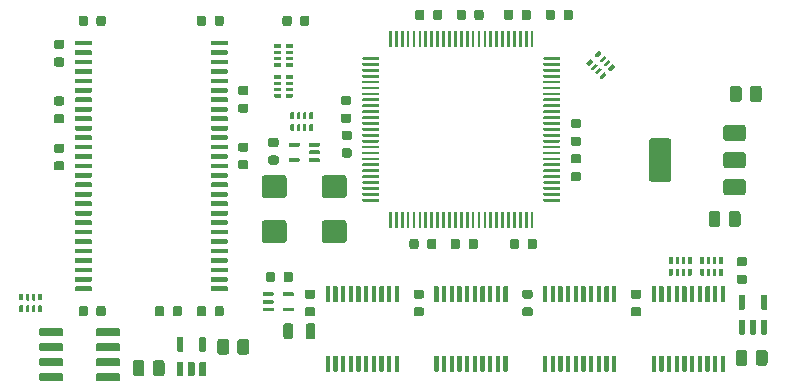
<source format=gtp>
G04 #@! TF.GenerationSoftware,KiCad,Pcbnew,(5.1.5-0-10_14)*
G04 #@! TF.CreationDate,2021-05-04T04:37:26-04:00*
G04 #@! TF.ProjectId,RAM2GS,52414d32-4753-42e6-9b69-6361645f7063,2.0*
G04 #@! TF.SameCoordinates,Original*
G04 #@! TF.FileFunction,Paste,Top*
G04 #@! TF.FilePolarity,Positive*
%FSLAX46Y46*%
G04 Gerber Fmt 4.6, Leading zero omitted, Abs format (unit mm)*
G04 Created by KiCad (PCBNEW (5.1.5-0-10_14)) date 2021-05-04 04:37:26*
%MOMM*%
%LPD*%
G04 APERTURE LIST*
%ADD10C,0.100000*%
G04 APERTURE END LIST*
D10*
G36*
X49840586Y-122460397D02*
G01*
X49848595Y-122461585D01*
X49856448Y-122463552D01*
X49864071Y-122466280D01*
X49871390Y-122469741D01*
X49878335Y-122473904D01*
X49884837Y-122478727D01*
X49890836Y-122484164D01*
X49896273Y-122490163D01*
X49901096Y-122496665D01*
X49905259Y-122503610D01*
X49908720Y-122510929D01*
X49911448Y-122518552D01*
X49913415Y-122526405D01*
X49914603Y-122534414D01*
X49915000Y-122542500D01*
X49915000Y-122957500D01*
X49914603Y-122965586D01*
X49913415Y-122973595D01*
X49911448Y-122981448D01*
X49908720Y-122989071D01*
X49905259Y-122996390D01*
X49901096Y-123003335D01*
X49896273Y-123009837D01*
X49890836Y-123015836D01*
X49884837Y-123021273D01*
X49878335Y-123026096D01*
X49871390Y-123030259D01*
X49864071Y-123033720D01*
X49856448Y-123036448D01*
X49848595Y-123038415D01*
X49840586Y-123039603D01*
X49832500Y-123040000D01*
X49667500Y-123040000D01*
X49659414Y-123039603D01*
X49651405Y-123038415D01*
X49643552Y-123036448D01*
X49635929Y-123033720D01*
X49628610Y-123030259D01*
X49621665Y-123026096D01*
X49615163Y-123021273D01*
X49609164Y-123015836D01*
X49603727Y-123009837D01*
X49598904Y-123003335D01*
X49594741Y-122996390D01*
X49591280Y-122989071D01*
X49588552Y-122981448D01*
X49586585Y-122973595D01*
X49585397Y-122965586D01*
X49585000Y-122957500D01*
X49585000Y-122542500D01*
X49585397Y-122534414D01*
X49586585Y-122526405D01*
X49588552Y-122518552D01*
X49591280Y-122510929D01*
X49594741Y-122503610D01*
X49598904Y-122496665D01*
X49603727Y-122490163D01*
X49609164Y-122484164D01*
X49615163Y-122478727D01*
X49621665Y-122473904D01*
X49628610Y-122469741D01*
X49635929Y-122466280D01*
X49643552Y-122463552D01*
X49651405Y-122461585D01*
X49659414Y-122460397D01*
X49667500Y-122460000D01*
X49832500Y-122460000D01*
X49840586Y-122460397D01*
G37*
G36*
X49265881Y-122455289D02*
G01*
X49271705Y-122456153D01*
X49277417Y-122457584D01*
X49282961Y-122459567D01*
X49288284Y-122462085D01*
X49293334Y-122465112D01*
X49298064Y-122468619D01*
X49302426Y-122472574D01*
X49306381Y-122476936D01*
X49309888Y-122481666D01*
X49312915Y-122486716D01*
X49315433Y-122492039D01*
X49317416Y-122497583D01*
X49318847Y-122503295D01*
X49319711Y-122509119D01*
X49320000Y-122515000D01*
X49320000Y-122985000D01*
X49319711Y-122990881D01*
X49318847Y-122996705D01*
X49317416Y-123002417D01*
X49315433Y-123007961D01*
X49312915Y-123013284D01*
X49309888Y-123018334D01*
X49306381Y-123023064D01*
X49302426Y-123027426D01*
X49298064Y-123031381D01*
X49293334Y-123034888D01*
X49288284Y-123037915D01*
X49282961Y-123040433D01*
X49277417Y-123042416D01*
X49271705Y-123043847D01*
X49265881Y-123044711D01*
X49260000Y-123045000D01*
X49140000Y-123045000D01*
X49134119Y-123044711D01*
X49128295Y-123043847D01*
X49122583Y-123042416D01*
X49117039Y-123040433D01*
X49111716Y-123037915D01*
X49106666Y-123034888D01*
X49101936Y-123031381D01*
X49097574Y-123027426D01*
X49093619Y-123023064D01*
X49090112Y-123018334D01*
X49087085Y-123013284D01*
X49084567Y-123007961D01*
X49082584Y-123002417D01*
X49081153Y-122996705D01*
X49080289Y-122990881D01*
X49080000Y-122985000D01*
X49080000Y-122515000D01*
X49080289Y-122509119D01*
X49081153Y-122503295D01*
X49082584Y-122497583D01*
X49084567Y-122492039D01*
X49087085Y-122486716D01*
X49090112Y-122481666D01*
X49093619Y-122476936D01*
X49097574Y-122472574D01*
X49101936Y-122468619D01*
X49106666Y-122465112D01*
X49111716Y-122462085D01*
X49117039Y-122459567D01*
X49122583Y-122457584D01*
X49128295Y-122456153D01*
X49134119Y-122455289D01*
X49140000Y-122455000D01*
X49260000Y-122455000D01*
X49265881Y-122455289D01*
G37*
G36*
X48240586Y-122460397D02*
G01*
X48248595Y-122461585D01*
X48256448Y-122463552D01*
X48264071Y-122466280D01*
X48271390Y-122469741D01*
X48278335Y-122473904D01*
X48284837Y-122478727D01*
X48290836Y-122484164D01*
X48296273Y-122490163D01*
X48301096Y-122496665D01*
X48305259Y-122503610D01*
X48308720Y-122510929D01*
X48311448Y-122518552D01*
X48313415Y-122526405D01*
X48314603Y-122534414D01*
X48315000Y-122542500D01*
X48315000Y-122957500D01*
X48314603Y-122965586D01*
X48313415Y-122973595D01*
X48311448Y-122981448D01*
X48308720Y-122989071D01*
X48305259Y-122996390D01*
X48301096Y-123003335D01*
X48296273Y-123009837D01*
X48290836Y-123015836D01*
X48284837Y-123021273D01*
X48278335Y-123026096D01*
X48271390Y-123030259D01*
X48264071Y-123033720D01*
X48256448Y-123036448D01*
X48248595Y-123038415D01*
X48240586Y-123039603D01*
X48232500Y-123040000D01*
X48067500Y-123040000D01*
X48059414Y-123039603D01*
X48051405Y-123038415D01*
X48043552Y-123036448D01*
X48035929Y-123033720D01*
X48028610Y-123030259D01*
X48021665Y-123026096D01*
X48015163Y-123021273D01*
X48009164Y-123015836D01*
X48003727Y-123009837D01*
X47998904Y-123003335D01*
X47994741Y-122996390D01*
X47991280Y-122989071D01*
X47988552Y-122981448D01*
X47986585Y-122973595D01*
X47985397Y-122965586D01*
X47985000Y-122957500D01*
X47985000Y-122542500D01*
X47985397Y-122534414D01*
X47986585Y-122526405D01*
X47988552Y-122518552D01*
X47991280Y-122510929D01*
X47994741Y-122503610D01*
X47998904Y-122496665D01*
X48003727Y-122490163D01*
X48009164Y-122484164D01*
X48015163Y-122478727D01*
X48021665Y-122473904D01*
X48028610Y-122469741D01*
X48035929Y-122466280D01*
X48043552Y-122463552D01*
X48051405Y-122461585D01*
X48059414Y-122460397D01*
X48067500Y-122460000D01*
X48232500Y-122460000D01*
X48240586Y-122460397D01*
G37*
G36*
X48765881Y-122455289D02*
G01*
X48771705Y-122456153D01*
X48777417Y-122457584D01*
X48782961Y-122459567D01*
X48788284Y-122462085D01*
X48793334Y-122465112D01*
X48798064Y-122468619D01*
X48802426Y-122472574D01*
X48806381Y-122476936D01*
X48809888Y-122481666D01*
X48812915Y-122486716D01*
X48815433Y-122492039D01*
X48817416Y-122497583D01*
X48818847Y-122503295D01*
X48819711Y-122509119D01*
X48820000Y-122515000D01*
X48820000Y-122985000D01*
X48819711Y-122990881D01*
X48818847Y-122996705D01*
X48817416Y-123002417D01*
X48815433Y-123007961D01*
X48812915Y-123013284D01*
X48809888Y-123018334D01*
X48806381Y-123023064D01*
X48802426Y-123027426D01*
X48798064Y-123031381D01*
X48793334Y-123034888D01*
X48788284Y-123037915D01*
X48782961Y-123040433D01*
X48777417Y-123042416D01*
X48771705Y-123043847D01*
X48765881Y-123044711D01*
X48760000Y-123045000D01*
X48640000Y-123045000D01*
X48634119Y-123044711D01*
X48628295Y-123043847D01*
X48622583Y-123042416D01*
X48617039Y-123040433D01*
X48611716Y-123037915D01*
X48606666Y-123034888D01*
X48601936Y-123031381D01*
X48597574Y-123027426D01*
X48593619Y-123023064D01*
X48590112Y-123018334D01*
X48587085Y-123013284D01*
X48584567Y-123007961D01*
X48582584Y-123002417D01*
X48581153Y-122996705D01*
X48580289Y-122990881D01*
X48580000Y-122985000D01*
X48580000Y-122515000D01*
X48580289Y-122509119D01*
X48581153Y-122503295D01*
X48582584Y-122497583D01*
X48584567Y-122492039D01*
X48587085Y-122486716D01*
X48590112Y-122481666D01*
X48593619Y-122476936D01*
X48597574Y-122472574D01*
X48601936Y-122468619D01*
X48606666Y-122465112D01*
X48611716Y-122462085D01*
X48617039Y-122459567D01*
X48622583Y-122457584D01*
X48628295Y-122456153D01*
X48634119Y-122455289D01*
X48640000Y-122455000D01*
X48760000Y-122455000D01*
X48765881Y-122455289D01*
G37*
G36*
X49840586Y-123460397D02*
G01*
X49848595Y-123461585D01*
X49856448Y-123463552D01*
X49864071Y-123466280D01*
X49871390Y-123469741D01*
X49878335Y-123473904D01*
X49884837Y-123478727D01*
X49890836Y-123484164D01*
X49896273Y-123490163D01*
X49901096Y-123496665D01*
X49905259Y-123503610D01*
X49908720Y-123510929D01*
X49911448Y-123518552D01*
X49913415Y-123526405D01*
X49914603Y-123534414D01*
X49915000Y-123542500D01*
X49915000Y-123957500D01*
X49914603Y-123965586D01*
X49913415Y-123973595D01*
X49911448Y-123981448D01*
X49908720Y-123989071D01*
X49905259Y-123996390D01*
X49901096Y-124003335D01*
X49896273Y-124009837D01*
X49890836Y-124015836D01*
X49884837Y-124021273D01*
X49878335Y-124026096D01*
X49871390Y-124030259D01*
X49864071Y-124033720D01*
X49856448Y-124036448D01*
X49848595Y-124038415D01*
X49840586Y-124039603D01*
X49832500Y-124040000D01*
X49667500Y-124040000D01*
X49659414Y-124039603D01*
X49651405Y-124038415D01*
X49643552Y-124036448D01*
X49635929Y-124033720D01*
X49628610Y-124030259D01*
X49621665Y-124026096D01*
X49615163Y-124021273D01*
X49609164Y-124015836D01*
X49603727Y-124009837D01*
X49598904Y-124003335D01*
X49594741Y-123996390D01*
X49591280Y-123989071D01*
X49588552Y-123981448D01*
X49586585Y-123973595D01*
X49585397Y-123965586D01*
X49585000Y-123957500D01*
X49585000Y-123542500D01*
X49585397Y-123534414D01*
X49586585Y-123526405D01*
X49588552Y-123518552D01*
X49591280Y-123510929D01*
X49594741Y-123503610D01*
X49598904Y-123496665D01*
X49603727Y-123490163D01*
X49609164Y-123484164D01*
X49615163Y-123478727D01*
X49621665Y-123473904D01*
X49628610Y-123469741D01*
X49635929Y-123466280D01*
X49643552Y-123463552D01*
X49651405Y-123461585D01*
X49659414Y-123460397D01*
X49667500Y-123460000D01*
X49832500Y-123460000D01*
X49840586Y-123460397D01*
G37*
G36*
X48765881Y-123455289D02*
G01*
X48771705Y-123456153D01*
X48777417Y-123457584D01*
X48782961Y-123459567D01*
X48788284Y-123462085D01*
X48793334Y-123465112D01*
X48798064Y-123468619D01*
X48802426Y-123472574D01*
X48806381Y-123476936D01*
X48809888Y-123481666D01*
X48812915Y-123486716D01*
X48815433Y-123492039D01*
X48817416Y-123497583D01*
X48818847Y-123503295D01*
X48819711Y-123509119D01*
X48820000Y-123515000D01*
X48820000Y-123985000D01*
X48819711Y-123990881D01*
X48818847Y-123996705D01*
X48817416Y-124002417D01*
X48815433Y-124007961D01*
X48812915Y-124013284D01*
X48809888Y-124018334D01*
X48806381Y-124023064D01*
X48802426Y-124027426D01*
X48798064Y-124031381D01*
X48793334Y-124034888D01*
X48788284Y-124037915D01*
X48782961Y-124040433D01*
X48777417Y-124042416D01*
X48771705Y-124043847D01*
X48765881Y-124044711D01*
X48760000Y-124045000D01*
X48640000Y-124045000D01*
X48634119Y-124044711D01*
X48628295Y-124043847D01*
X48622583Y-124042416D01*
X48617039Y-124040433D01*
X48611716Y-124037915D01*
X48606666Y-124034888D01*
X48601936Y-124031381D01*
X48597574Y-124027426D01*
X48593619Y-124023064D01*
X48590112Y-124018334D01*
X48587085Y-124013284D01*
X48584567Y-124007961D01*
X48582584Y-124002417D01*
X48581153Y-123996705D01*
X48580289Y-123990881D01*
X48580000Y-123985000D01*
X48580000Y-123515000D01*
X48580289Y-123509119D01*
X48581153Y-123503295D01*
X48582584Y-123497583D01*
X48584567Y-123492039D01*
X48587085Y-123486716D01*
X48590112Y-123481666D01*
X48593619Y-123476936D01*
X48597574Y-123472574D01*
X48601936Y-123468619D01*
X48606666Y-123465112D01*
X48611716Y-123462085D01*
X48617039Y-123459567D01*
X48622583Y-123457584D01*
X48628295Y-123456153D01*
X48634119Y-123455289D01*
X48640000Y-123455000D01*
X48760000Y-123455000D01*
X48765881Y-123455289D01*
G37*
G36*
X49265881Y-123455289D02*
G01*
X49271705Y-123456153D01*
X49277417Y-123457584D01*
X49282961Y-123459567D01*
X49288284Y-123462085D01*
X49293334Y-123465112D01*
X49298064Y-123468619D01*
X49302426Y-123472574D01*
X49306381Y-123476936D01*
X49309888Y-123481666D01*
X49312915Y-123486716D01*
X49315433Y-123492039D01*
X49317416Y-123497583D01*
X49318847Y-123503295D01*
X49319711Y-123509119D01*
X49320000Y-123515000D01*
X49320000Y-123985000D01*
X49319711Y-123990881D01*
X49318847Y-123996705D01*
X49317416Y-124002417D01*
X49315433Y-124007961D01*
X49312915Y-124013284D01*
X49309888Y-124018334D01*
X49306381Y-124023064D01*
X49302426Y-124027426D01*
X49298064Y-124031381D01*
X49293334Y-124034888D01*
X49288284Y-124037915D01*
X49282961Y-124040433D01*
X49277417Y-124042416D01*
X49271705Y-124043847D01*
X49265881Y-124044711D01*
X49260000Y-124045000D01*
X49140000Y-124045000D01*
X49134119Y-124044711D01*
X49128295Y-124043847D01*
X49122583Y-124042416D01*
X49117039Y-124040433D01*
X49111716Y-124037915D01*
X49106666Y-124034888D01*
X49101936Y-124031381D01*
X49097574Y-124027426D01*
X49093619Y-124023064D01*
X49090112Y-124018334D01*
X49087085Y-124013284D01*
X49084567Y-124007961D01*
X49082584Y-124002417D01*
X49081153Y-123996705D01*
X49080289Y-123990881D01*
X49080000Y-123985000D01*
X49080000Y-123515000D01*
X49080289Y-123509119D01*
X49081153Y-123503295D01*
X49082584Y-123497583D01*
X49084567Y-123492039D01*
X49087085Y-123486716D01*
X49090112Y-123481666D01*
X49093619Y-123476936D01*
X49097574Y-123472574D01*
X49101936Y-123468619D01*
X49106666Y-123465112D01*
X49111716Y-123462085D01*
X49117039Y-123459567D01*
X49122583Y-123457584D01*
X49128295Y-123456153D01*
X49134119Y-123455289D01*
X49140000Y-123455000D01*
X49260000Y-123455000D01*
X49265881Y-123455289D01*
G37*
G36*
X48240586Y-123460397D02*
G01*
X48248595Y-123461585D01*
X48256448Y-123463552D01*
X48264071Y-123466280D01*
X48271390Y-123469741D01*
X48278335Y-123473904D01*
X48284837Y-123478727D01*
X48290836Y-123484164D01*
X48296273Y-123490163D01*
X48301096Y-123496665D01*
X48305259Y-123503610D01*
X48308720Y-123510929D01*
X48311448Y-123518552D01*
X48313415Y-123526405D01*
X48314603Y-123534414D01*
X48315000Y-123542500D01*
X48315000Y-123957500D01*
X48314603Y-123965586D01*
X48313415Y-123973595D01*
X48311448Y-123981448D01*
X48308720Y-123989071D01*
X48305259Y-123996390D01*
X48301096Y-124003335D01*
X48296273Y-124009837D01*
X48290836Y-124015836D01*
X48284837Y-124021273D01*
X48278335Y-124026096D01*
X48271390Y-124030259D01*
X48264071Y-124033720D01*
X48256448Y-124036448D01*
X48248595Y-124038415D01*
X48240586Y-124039603D01*
X48232500Y-124040000D01*
X48067500Y-124040000D01*
X48059414Y-124039603D01*
X48051405Y-124038415D01*
X48043552Y-124036448D01*
X48035929Y-124033720D01*
X48028610Y-124030259D01*
X48021665Y-124026096D01*
X48015163Y-124021273D01*
X48009164Y-124015836D01*
X48003727Y-124009837D01*
X47998904Y-124003335D01*
X47994741Y-123996390D01*
X47991280Y-123989071D01*
X47988552Y-123981448D01*
X47986585Y-123973595D01*
X47985397Y-123965586D01*
X47985000Y-123957500D01*
X47985000Y-123542500D01*
X47985397Y-123534414D01*
X47986585Y-123526405D01*
X47988552Y-123518552D01*
X47991280Y-123510929D01*
X47994741Y-123503610D01*
X47998904Y-123496665D01*
X48003727Y-123490163D01*
X48009164Y-123484164D01*
X48015163Y-123478727D01*
X48021665Y-123473904D01*
X48028610Y-123469741D01*
X48035929Y-123466280D01*
X48043552Y-123463552D01*
X48051405Y-123461585D01*
X48059414Y-123460397D01*
X48067500Y-123460000D01*
X48232500Y-123460000D01*
X48240586Y-123460397D01*
G37*
G36*
X78388136Y-102435277D02*
G01*
X78393718Y-102436105D01*
X78399191Y-102437476D01*
X78404504Y-102439377D01*
X78409605Y-102441790D01*
X78414445Y-102444690D01*
X78418978Y-102448052D01*
X78423159Y-102451841D01*
X78426948Y-102456022D01*
X78430310Y-102460555D01*
X78433210Y-102465395D01*
X78435623Y-102470496D01*
X78437524Y-102475809D01*
X78438895Y-102481282D01*
X78439723Y-102486864D01*
X78440000Y-102492500D01*
X78440000Y-102607500D01*
X78439723Y-102613136D01*
X78438895Y-102618718D01*
X78437524Y-102624191D01*
X78435623Y-102629504D01*
X78433210Y-102634605D01*
X78430310Y-102639445D01*
X78426948Y-102643978D01*
X78423159Y-102648159D01*
X78418978Y-102651948D01*
X78414445Y-102655310D01*
X78409605Y-102658210D01*
X78404504Y-102660623D01*
X78399191Y-102662524D01*
X78393718Y-102663895D01*
X78388136Y-102664723D01*
X78382500Y-102665000D01*
X77092500Y-102665000D01*
X77086864Y-102664723D01*
X77081282Y-102663895D01*
X77075809Y-102662524D01*
X77070496Y-102660623D01*
X77065395Y-102658210D01*
X77060555Y-102655310D01*
X77056022Y-102651948D01*
X77051841Y-102648159D01*
X77048052Y-102643978D01*
X77044690Y-102639445D01*
X77041790Y-102634605D01*
X77039377Y-102629504D01*
X77037476Y-102624191D01*
X77036105Y-102618718D01*
X77035277Y-102613136D01*
X77035000Y-102607500D01*
X77035000Y-102492500D01*
X77035277Y-102486864D01*
X77036105Y-102481282D01*
X77037476Y-102475809D01*
X77039377Y-102470496D01*
X77041790Y-102465395D01*
X77044690Y-102460555D01*
X77048052Y-102456022D01*
X77051841Y-102451841D01*
X77056022Y-102448052D01*
X77060555Y-102444690D01*
X77065395Y-102441790D01*
X77070496Y-102439377D01*
X77075809Y-102437476D01*
X77081282Y-102436105D01*
X77086864Y-102435277D01*
X77092500Y-102435000D01*
X78382500Y-102435000D01*
X78388136Y-102435277D01*
G37*
G36*
X78388136Y-102935277D02*
G01*
X78393718Y-102936105D01*
X78399191Y-102937476D01*
X78404504Y-102939377D01*
X78409605Y-102941790D01*
X78414445Y-102944690D01*
X78418978Y-102948052D01*
X78423159Y-102951841D01*
X78426948Y-102956022D01*
X78430310Y-102960555D01*
X78433210Y-102965395D01*
X78435623Y-102970496D01*
X78437524Y-102975809D01*
X78438895Y-102981282D01*
X78439723Y-102986864D01*
X78440000Y-102992500D01*
X78440000Y-103107500D01*
X78439723Y-103113136D01*
X78438895Y-103118718D01*
X78437524Y-103124191D01*
X78435623Y-103129504D01*
X78433210Y-103134605D01*
X78430310Y-103139445D01*
X78426948Y-103143978D01*
X78423159Y-103148159D01*
X78418978Y-103151948D01*
X78414445Y-103155310D01*
X78409605Y-103158210D01*
X78404504Y-103160623D01*
X78399191Y-103162524D01*
X78393718Y-103163895D01*
X78388136Y-103164723D01*
X78382500Y-103165000D01*
X77092500Y-103165000D01*
X77086864Y-103164723D01*
X77081282Y-103163895D01*
X77075809Y-103162524D01*
X77070496Y-103160623D01*
X77065395Y-103158210D01*
X77060555Y-103155310D01*
X77056022Y-103151948D01*
X77051841Y-103148159D01*
X77048052Y-103143978D01*
X77044690Y-103139445D01*
X77041790Y-103134605D01*
X77039377Y-103129504D01*
X77037476Y-103124191D01*
X77036105Y-103118718D01*
X77035277Y-103113136D01*
X77035000Y-103107500D01*
X77035000Y-102992500D01*
X77035277Y-102986864D01*
X77036105Y-102981282D01*
X77037476Y-102975809D01*
X77039377Y-102970496D01*
X77041790Y-102965395D01*
X77044690Y-102960555D01*
X77048052Y-102956022D01*
X77051841Y-102951841D01*
X77056022Y-102948052D01*
X77060555Y-102944690D01*
X77065395Y-102941790D01*
X77070496Y-102939377D01*
X77075809Y-102937476D01*
X77081282Y-102936105D01*
X77086864Y-102935277D01*
X77092500Y-102935000D01*
X78382500Y-102935000D01*
X78388136Y-102935277D01*
G37*
G36*
X78388136Y-103435277D02*
G01*
X78393718Y-103436105D01*
X78399191Y-103437476D01*
X78404504Y-103439377D01*
X78409605Y-103441790D01*
X78414445Y-103444690D01*
X78418978Y-103448052D01*
X78423159Y-103451841D01*
X78426948Y-103456022D01*
X78430310Y-103460555D01*
X78433210Y-103465395D01*
X78435623Y-103470496D01*
X78437524Y-103475809D01*
X78438895Y-103481282D01*
X78439723Y-103486864D01*
X78440000Y-103492500D01*
X78440000Y-103607500D01*
X78439723Y-103613136D01*
X78438895Y-103618718D01*
X78437524Y-103624191D01*
X78435623Y-103629504D01*
X78433210Y-103634605D01*
X78430310Y-103639445D01*
X78426948Y-103643978D01*
X78423159Y-103648159D01*
X78418978Y-103651948D01*
X78414445Y-103655310D01*
X78409605Y-103658210D01*
X78404504Y-103660623D01*
X78399191Y-103662524D01*
X78393718Y-103663895D01*
X78388136Y-103664723D01*
X78382500Y-103665000D01*
X77092500Y-103665000D01*
X77086864Y-103664723D01*
X77081282Y-103663895D01*
X77075809Y-103662524D01*
X77070496Y-103660623D01*
X77065395Y-103658210D01*
X77060555Y-103655310D01*
X77056022Y-103651948D01*
X77051841Y-103648159D01*
X77048052Y-103643978D01*
X77044690Y-103639445D01*
X77041790Y-103634605D01*
X77039377Y-103629504D01*
X77037476Y-103624191D01*
X77036105Y-103618718D01*
X77035277Y-103613136D01*
X77035000Y-103607500D01*
X77035000Y-103492500D01*
X77035277Y-103486864D01*
X77036105Y-103481282D01*
X77037476Y-103475809D01*
X77039377Y-103470496D01*
X77041790Y-103465395D01*
X77044690Y-103460555D01*
X77048052Y-103456022D01*
X77051841Y-103451841D01*
X77056022Y-103448052D01*
X77060555Y-103444690D01*
X77065395Y-103441790D01*
X77070496Y-103439377D01*
X77075809Y-103437476D01*
X77081282Y-103436105D01*
X77086864Y-103435277D01*
X77092500Y-103435000D01*
X78382500Y-103435000D01*
X78388136Y-103435277D01*
G37*
G36*
X78388136Y-103935277D02*
G01*
X78393718Y-103936105D01*
X78399191Y-103937476D01*
X78404504Y-103939377D01*
X78409605Y-103941790D01*
X78414445Y-103944690D01*
X78418978Y-103948052D01*
X78423159Y-103951841D01*
X78426948Y-103956022D01*
X78430310Y-103960555D01*
X78433210Y-103965395D01*
X78435623Y-103970496D01*
X78437524Y-103975809D01*
X78438895Y-103981282D01*
X78439723Y-103986864D01*
X78440000Y-103992500D01*
X78440000Y-104107500D01*
X78439723Y-104113136D01*
X78438895Y-104118718D01*
X78437524Y-104124191D01*
X78435623Y-104129504D01*
X78433210Y-104134605D01*
X78430310Y-104139445D01*
X78426948Y-104143978D01*
X78423159Y-104148159D01*
X78418978Y-104151948D01*
X78414445Y-104155310D01*
X78409605Y-104158210D01*
X78404504Y-104160623D01*
X78399191Y-104162524D01*
X78393718Y-104163895D01*
X78388136Y-104164723D01*
X78382500Y-104165000D01*
X77092500Y-104165000D01*
X77086864Y-104164723D01*
X77081282Y-104163895D01*
X77075809Y-104162524D01*
X77070496Y-104160623D01*
X77065395Y-104158210D01*
X77060555Y-104155310D01*
X77056022Y-104151948D01*
X77051841Y-104148159D01*
X77048052Y-104143978D01*
X77044690Y-104139445D01*
X77041790Y-104134605D01*
X77039377Y-104129504D01*
X77037476Y-104124191D01*
X77036105Y-104118718D01*
X77035277Y-104113136D01*
X77035000Y-104107500D01*
X77035000Y-103992500D01*
X77035277Y-103986864D01*
X77036105Y-103981282D01*
X77037476Y-103975809D01*
X77039377Y-103970496D01*
X77041790Y-103965395D01*
X77044690Y-103960555D01*
X77048052Y-103956022D01*
X77051841Y-103951841D01*
X77056022Y-103948052D01*
X77060555Y-103944690D01*
X77065395Y-103941790D01*
X77070496Y-103939377D01*
X77075809Y-103937476D01*
X77081282Y-103936105D01*
X77086864Y-103935277D01*
X77092500Y-103935000D01*
X78382500Y-103935000D01*
X78388136Y-103935277D01*
G37*
G36*
X78388136Y-104435277D02*
G01*
X78393718Y-104436105D01*
X78399191Y-104437476D01*
X78404504Y-104439377D01*
X78409605Y-104441790D01*
X78414445Y-104444690D01*
X78418978Y-104448052D01*
X78423159Y-104451841D01*
X78426948Y-104456022D01*
X78430310Y-104460555D01*
X78433210Y-104465395D01*
X78435623Y-104470496D01*
X78437524Y-104475809D01*
X78438895Y-104481282D01*
X78439723Y-104486864D01*
X78440000Y-104492500D01*
X78440000Y-104607500D01*
X78439723Y-104613136D01*
X78438895Y-104618718D01*
X78437524Y-104624191D01*
X78435623Y-104629504D01*
X78433210Y-104634605D01*
X78430310Y-104639445D01*
X78426948Y-104643978D01*
X78423159Y-104648159D01*
X78418978Y-104651948D01*
X78414445Y-104655310D01*
X78409605Y-104658210D01*
X78404504Y-104660623D01*
X78399191Y-104662524D01*
X78393718Y-104663895D01*
X78388136Y-104664723D01*
X78382500Y-104665000D01*
X77092500Y-104665000D01*
X77086864Y-104664723D01*
X77081282Y-104663895D01*
X77075809Y-104662524D01*
X77070496Y-104660623D01*
X77065395Y-104658210D01*
X77060555Y-104655310D01*
X77056022Y-104651948D01*
X77051841Y-104648159D01*
X77048052Y-104643978D01*
X77044690Y-104639445D01*
X77041790Y-104634605D01*
X77039377Y-104629504D01*
X77037476Y-104624191D01*
X77036105Y-104618718D01*
X77035277Y-104613136D01*
X77035000Y-104607500D01*
X77035000Y-104492500D01*
X77035277Y-104486864D01*
X77036105Y-104481282D01*
X77037476Y-104475809D01*
X77039377Y-104470496D01*
X77041790Y-104465395D01*
X77044690Y-104460555D01*
X77048052Y-104456022D01*
X77051841Y-104451841D01*
X77056022Y-104448052D01*
X77060555Y-104444690D01*
X77065395Y-104441790D01*
X77070496Y-104439377D01*
X77075809Y-104437476D01*
X77081282Y-104436105D01*
X77086864Y-104435277D01*
X77092500Y-104435000D01*
X78382500Y-104435000D01*
X78388136Y-104435277D01*
G37*
G36*
X78388136Y-104935277D02*
G01*
X78393718Y-104936105D01*
X78399191Y-104937476D01*
X78404504Y-104939377D01*
X78409605Y-104941790D01*
X78414445Y-104944690D01*
X78418978Y-104948052D01*
X78423159Y-104951841D01*
X78426948Y-104956022D01*
X78430310Y-104960555D01*
X78433210Y-104965395D01*
X78435623Y-104970496D01*
X78437524Y-104975809D01*
X78438895Y-104981282D01*
X78439723Y-104986864D01*
X78440000Y-104992500D01*
X78440000Y-105107500D01*
X78439723Y-105113136D01*
X78438895Y-105118718D01*
X78437524Y-105124191D01*
X78435623Y-105129504D01*
X78433210Y-105134605D01*
X78430310Y-105139445D01*
X78426948Y-105143978D01*
X78423159Y-105148159D01*
X78418978Y-105151948D01*
X78414445Y-105155310D01*
X78409605Y-105158210D01*
X78404504Y-105160623D01*
X78399191Y-105162524D01*
X78393718Y-105163895D01*
X78388136Y-105164723D01*
X78382500Y-105165000D01*
X77092500Y-105165000D01*
X77086864Y-105164723D01*
X77081282Y-105163895D01*
X77075809Y-105162524D01*
X77070496Y-105160623D01*
X77065395Y-105158210D01*
X77060555Y-105155310D01*
X77056022Y-105151948D01*
X77051841Y-105148159D01*
X77048052Y-105143978D01*
X77044690Y-105139445D01*
X77041790Y-105134605D01*
X77039377Y-105129504D01*
X77037476Y-105124191D01*
X77036105Y-105118718D01*
X77035277Y-105113136D01*
X77035000Y-105107500D01*
X77035000Y-104992500D01*
X77035277Y-104986864D01*
X77036105Y-104981282D01*
X77037476Y-104975809D01*
X77039377Y-104970496D01*
X77041790Y-104965395D01*
X77044690Y-104960555D01*
X77048052Y-104956022D01*
X77051841Y-104951841D01*
X77056022Y-104948052D01*
X77060555Y-104944690D01*
X77065395Y-104941790D01*
X77070496Y-104939377D01*
X77075809Y-104937476D01*
X77081282Y-104936105D01*
X77086864Y-104935277D01*
X77092500Y-104935000D01*
X78382500Y-104935000D01*
X78388136Y-104935277D01*
G37*
G36*
X78388136Y-105435277D02*
G01*
X78393718Y-105436105D01*
X78399191Y-105437476D01*
X78404504Y-105439377D01*
X78409605Y-105441790D01*
X78414445Y-105444690D01*
X78418978Y-105448052D01*
X78423159Y-105451841D01*
X78426948Y-105456022D01*
X78430310Y-105460555D01*
X78433210Y-105465395D01*
X78435623Y-105470496D01*
X78437524Y-105475809D01*
X78438895Y-105481282D01*
X78439723Y-105486864D01*
X78440000Y-105492500D01*
X78440000Y-105607500D01*
X78439723Y-105613136D01*
X78438895Y-105618718D01*
X78437524Y-105624191D01*
X78435623Y-105629504D01*
X78433210Y-105634605D01*
X78430310Y-105639445D01*
X78426948Y-105643978D01*
X78423159Y-105648159D01*
X78418978Y-105651948D01*
X78414445Y-105655310D01*
X78409605Y-105658210D01*
X78404504Y-105660623D01*
X78399191Y-105662524D01*
X78393718Y-105663895D01*
X78388136Y-105664723D01*
X78382500Y-105665000D01*
X77092500Y-105665000D01*
X77086864Y-105664723D01*
X77081282Y-105663895D01*
X77075809Y-105662524D01*
X77070496Y-105660623D01*
X77065395Y-105658210D01*
X77060555Y-105655310D01*
X77056022Y-105651948D01*
X77051841Y-105648159D01*
X77048052Y-105643978D01*
X77044690Y-105639445D01*
X77041790Y-105634605D01*
X77039377Y-105629504D01*
X77037476Y-105624191D01*
X77036105Y-105618718D01*
X77035277Y-105613136D01*
X77035000Y-105607500D01*
X77035000Y-105492500D01*
X77035277Y-105486864D01*
X77036105Y-105481282D01*
X77037476Y-105475809D01*
X77039377Y-105470496D01*
X77041790Y-105465395D01*
X77044690Y-105460555D01*
X77048052Y-105456022D01*
X77051841Y-105451841D01*
X77056022Y-105448052D01*
X77060555Y-105444690D01*
X77065395Y-105441790D01*
X77070496Y-105439377D01*
X77075809Y-105437476D01*
X77081282Y-105436105D01*
X77086864Y-105435277D01*
X77092500Y-105435000D01*
X78382500Y-105435000D01*
X78388136Y-105435277D01*
G37*
G36*
X78388136Y-105935277D02*
G01*
X78393718Y-105936105D01*
X78399191Y-105937476D01*
X78404504Y-105939377D01*
X78409605Y-105941790D01*
X78414445Y-105944690D01*
X78418978Y-105948052D01*
X78423159Y-105951841D01*
X78426948Y-105956022D01*
X78430310Y-105960555D01*
X78433210Y-105965395D01*
X78435623Y-105970496D01*
X78437524Y-105975809D01*
X78438895Y-105981282D01*
X78439723Y-105986864D01*
X78440000Y-105992500D01*
X78440000Y-106107500D01*
X78439723Y-106113136D01*
X78438895Y-106118718D01*
X78437524Y-106124191D01*
X78435623Y-106129504D01*
X78433210Y-106134605D01*
X78430310Y-106139445D01*
X78426948Y-106143978D01*
X78423159Y-106148159D01*
X78418978Y-106151948D01*
X78414445Y-106155310D01*
X78409605Y-106158210D01*
X78404504Y-106160623D01*
X78399191Y-106162524D01*
X78393718Y-106163895D01*
X78388136Y-106164723D01*
X78382500Y-106165000D01*
X77092500Y-106165000D01*
X77086864Y-106164723D01*
X77081282Y-106163895D01*
X77075809Y-106162524D01*
X77070496Y-106160623D01*
X77065395Y-106158210D01*
X77060555Y-106155310D01*
X77056022Y-106151948D01*
X77051841Y-106148159D01*
X77048052Y-106143978D01*
X77044690Y-106139445D01*
X77041790Y-106134605D01*
X77039377Y-106129504D01*
X77037476Y-106124191D01*
X77036105Y-106118718D01*
X77035277Y-106113136D01*
X77035000Y-106107500D01*
X77035000Y-105992500D01*
X77035277Y-105986864D01*
X77036105Y-105981282D01*
X77037476Y-105975809D01*
X77039377Y-105970496D01*
X77041790Y-105965395D01*
X77044690Y-105960555D01*
X77048052Y-105956022D01*
X77051841Y-105951841D01*
X77056022Y-105948052D01*
X77060555Y-105944690D01*
X77065395Y-105941790D01*
X77070496Y-105939377D01*
X77075809Y-105937476D01*
X77081282Y-105936105D01*
X77086864Y-105935277D01*
X77092500Y-105935000D01*
X78382500Y-105935000D01*
X78388136Y-105935277D01*
G37*
G36*
X78388136Y-106435277D02*
G01*
X78393718Y-106436105D01*
X78399191Y-106437476D01*
X78404504Y-106439377D01*
X78409605Y-106441790D01*
X78414445Y-106444690D01*
X78418978Y-106448052D01*
X78423159Y-106451841D01*
X78426948Y-106456022D01*
X78430310Y-106460555D01*
X78433210Y-106465395D01*
X78435623Y-106470496D01*
X78437524Y-106475809D01*
X78438895Y-106481282D01*
X78439723Y-106486864D01*
X78440000Y-106492500D01*
X78440000Y-106607500D01*
X78439723Y-106613136D01*
X78438895Y-106618718D01*
X78437524Y-106624191D01*
X78435623Y-106629504D01*
X78433210Y-106634605D01*
X78430310Y-106639445D01*
X78426948Y-106643978D01*
X78423159Y-106648159D01*
X78418978Y-106651948D01*
X78414445Y-106655310D01*
X78409605Y-106658210D01*
X78404504Y-106660623D01*
X78399191Y-106662524D01*
X78393718Y-106663895D01*
X78388136Y-106664723D01*
X78382500Y-106665000D01*
X77092500Y-106665000D01*
X77086864Y-106664723D01*
X77081282Y-106663895D01*
X77075809Y-106662524D01*
X77070496Y-106660623D01*
X77065395Y-106658210D01*
X77060555Y-106655310D01*
X77056022Y-106651948D01*
X77051841Y-106648159D01*
X77048052Y-106643978D01*
X77044690Y-106639445D01*
X77041790Y-106634605D01*
X77039377Y-106629504D01*
X77037476Y-106624191D01*
X77036105Y-106618718D01*
X77035277Y-106613136D01*
X77035000Y-106607500D01*
X77035000Y-106492500D01*
X77035277Y-106486864D01*
X77036105Y-106481282D01*
X77037476Y-106475809D01*
X77039377Y-106470496D01*
X77041790Y-106465395D01*
X77044690Y-106460555D01*
X77048052Y-106456022D01*
X77051841Y-106451841D01*
X77056022Y-106448052D01*
X77060555Y-106444690D01*
X77065395Y-106441790D01*
X77070496Y-106439377D01*
X77075809Y-106437476D01*
X77081282Y-106436105D01*
X77086864Y-106435277D01*
X77092500Y-106435000D01*
X78382500Y-106435000D01*
X78388136Y-106435277D01*
G37*
G36*
X78388136Y-106935277D02*
G01*
X78393718Y-106936105D01*
X78399191Y-106937476D01*
X78404504Y-106939377D01*
X78409605Y-106941790D01*
X78414445Y-106944690D01*
X78418978Y-106948052D01*
X78423159Y-106951841D01*
X78426948Y-106956022D01*
X78430310Y-106960555D01*
X78433210Y-106965395D01*
X78435623Y-106970496D01*
X78437524Y-106975809D01*
X78438895Y-106981282D01*
X78439723Y-106986864D01*
X78440000Y-106992500D01*
X78440000Y-107107500D01*
X78439723Y-107113136D01*
X78438895Y-107118718D01*
X78437524Y-107124191D01*
X78435623Y-107129504D01*
X78433210Y-107134605D01*
X78430310Y-107139445D01*
X78426948Y-107143978D01*
X78423159Y-107148159D01*
X78418978Y-107151948D01*
X78414445Y-107155310D01*
X78409605Y-107158210D01*
X78404504Y-107160623D01*
X78399191Y-107162524D01*
X78393718Y-107163895D01*
X78388136Y-107164723D01*
X78382500Y-107165000D01*
X77092500Y-107165000D01*
X77086864Y-107164723D01*
X77081282Y-107163895D01*
X77075809Y-107162524D01*
X77070496Y-107160623D01*
X77065395Y-107158210D01*
X77060555Y-107155310D01*
X77056022Y-107151948D01*
X77051841Y-107148159D01*
X77048052Y-107143978D01*
X77044690Y-107139445D01*
X77041790Y-107134605D01*
X77039377Y-107129504D01*
X77037476Y-107124191D01*
X77036105Y-107118718D01*
X77035277Y-107113136D01*
X77035000Y-107107500D01*
X77035000Y-106992500D01*
X77035277Y-106986864D01*
X77036105Y-106981282D01*
X77037476Y-106975809D01*
X77039377Y-106970496D01*
X77041790Y-106965395D01*
X77044690Y-106960555D01*
X77048052Y-106956022D01*
X77051841Y-106951841D01*
X77056022Y-106948052D01*
X77060555Y-106944690D01*
X77065395Y-106941790D01*
X77070496Y-106939377D01*
X77075809Y-106937476D01*
X77081282Y-106936105D01*
X77086864Y-106935277D01*
X77092500Y-106935000D01*
X78382500Y-106935000D01*
X78388136Y-106935277D01*
G37*
G36*
X78388136Y-107435277D02*
G01*
X78393718Y-107436105D01*
X78399191Y-107437476D01*
X78404504Y-107439377D01*
X78409605Y-107441790D01*
X78414445Y-107444690D01*
X78418978Y-107448052D01*
X78423159Y-107451841D01*
X78426948Y-107456022D01*
X78430310Y-107460555D01*
X78433210Y-107465395D01*
X78435623Y-107470496D01*
X78437524Y-107475809D01*
X78438895Y-107481282D01*
X78439723Y-107486864D01*
X78440000Y-107492500D01*
X78440000Y-107607500D01*
X78439723Y-107613136D01*
X78438895Y-107618718D01*
X78437524Y-107624191D01*
X78435623Y-107629504D01*
X78433210Y-107634605D01*
X78430310Y-107639445D01*
X78426948Y-107643978D01*
X78423159Y-107648159D01*
X78418978Y-107651948D01*
X78414445Y-107655310D01*
X78409605Y-107658210D01*
X78404504Y-107660623D01*
X78399191Y-107662524D01*
X78393718Y-107663895D01*
X78388136Y-107664723D01*
X78382500Y-107665000D01*
X77092500Y-107665000D01*
X77086864Y-107664723D01*
X77081282Y-107663895D01*
X77075809Y-107662524D01*
X77070496Y-107660623D01*
X77065395Y-107658210D01*
X77060555Y-107655310D01*
X77056022Y-107651948D01*
X77051841Y-107648159D01*
X77048052Y-107643978D01*
X77044690Y-107639445D01*
X77041790Y-107634605D01*
X77039377Y-107629504D01*
X77037476Y-107624191D01*
X77036105Y-107618718D01*
X77035277Y-107613136D01*
X77035000Y-107607500D01*
X77035000Y-107492500D01*
X77035277Y-107486864D01*
X77036105Y-107481282D01*
X77037476Y-107475809D01*
X77039377Y-107470496D01*
X77041790Y-107465395D01*
X77044690Y-107460555D01*
X77048052Y-107456022D01*
X77051841Y-107451841D01*
X77056022Y-107448052D01*
X77060555Y-107444690D01*
X77065395Y-107441790D01*
X77070496Y-107439377D01*
X77075809Y-107437476D01*
X77081282Y-107436105D01*
X77086864Y-107435277D01*
X77092500Y-107435000D01*
X78382500Y-107435000D01*
X78388136Y-107435277D01*
G37*
G36*
X78388136Y-107935277D02*
G01*
X78393718Y-107936105D01*
X78399191Y-107937476D01*
X78404504Y-107939377D01*
X78409605Y-107941790D01*
X78414445Y-107944690D01*
X78418978Y-107948052D01*
X78423159Y-107951841D01*
X78426948Y-107956022D01*
X78430310Y-107960555D01*
X78433210Y-107965395D01*
X78435623Y-107970496D01*
X78437524Y-107975809D01*
X78438895Y-107981282D01*
X78439723Y-107986864D01*
X78440000Y-107992500D01*
X78440000Y-108107500D01*
X78439723Y-108113136D01*
X78438895Y-108118718D01*
X78437524Y-108124191D01*
X78435623Y-108129504D01*
X78433210Y-108134605D01*
X78430310Y-108139445D01*
X78426948Y-108143978D01*
X78423159Y-108148159D01*
X78418978Y-108151948D01*
X78414445Y-108155310D01*
X78409605Y-108158210D01*
X78404504Y-108160623D01*
X78399191Y-108162524D01*
X78393718Y-108163895D01*
X78388136Y-108164723D01*
X78382500Y-108165000D01*
X77092500Y-108165000D01*
X77086864Y-108164723D01*
X77081282Y-108163895D01*
X77075809Y-108162524D01*
X77070496Y-108160623D01*
X77065395Y-108158210D01*
X77060555Y-108155310D01*
X77056022Y-108151948D01*
X77051841Y-108148159D01*
X77048052Y-108143978D01*
X77044690Y-108139445D01*
X77041790Y-108134605D01*
X77039377Y-108129504D01*
X77037476Y-108124191D01*
X77036105Y-108118718D01*
X77035277Y-108113136D01*
X77035000Y-108107500D01*
X77035000Y-107992500D01*
X77035277Y-107986864D01*
X77036105Y-107981282D01*
X77037476Y-107975809D01*
X77039377Y-107970496D01*
X77041790Y-107965395D01*
X77044690Y-107960555D01*
X77048052Y-107956022D01*
X77051841Y-107951841D01*
X77056022Y-107948052D01*
X77060555Y-107944690D01*
X77065395Y-107941790D01*
X77070496Y-107939377D01*
X77075809Y-107937476D01*
X77081282Y-107936105D01*
X77086864Y-107935277D01*
X77092500Y-107935000D01*
X78382500Y-107935000D01*
X78388136Y-107935277D01*
G37*
G36*
X78388136Y-108435277D02*
G01*
X78393718Y-108436105D01*
X78399191Y-108437476D01*
X78404504Y-108439377D01*
X78409605Y-108441790D01*
X78414445Y-108444690D01*
X78418978Y-108448052D01*
X78423159Y-108451841D01*
X78426948Y-108456022D01*
X78430310Y-108460555D01*
X78433210Y-108465395D01*
X78435623Y-108470496D01*
X78437524Y-108475809D01*
X78438895Y-108481282D01*
X78439723Y-108486864D01*
X78440000Y-108492500D01*
X78440000Y-108607500D01*
X78439723Y-108613136D01*
X78438895Y-108618718D01*
X78437524Y-108624191D01*
X78435623Y-108629504D01*
X78433210Y-108634605D01*
X78430310Y-108639445D01*
X78426948Y-108643978D01*
X78423159Y-108648159D01*
X78418978Y-108651948D01*
X78414445Y-108655310D01*
X78409605Y-108658210D01*
X78404504Y-108660623D01*
X78399191Y-108662524D01*
X78393718Y-108663895D01*
X78388136Y-108664723D01*
X78382500Y-108665000D01*
X77092500Y-108665000D01*
X77086864Y-108664723D01*
X77081282Y-108663895D01*
X77075809Y-108662524D01*
X77070496Y-108660623D01*
X77065395Y-108658210D01*
X77060555Y-108655310D01*
X77056022Y-108651948D01*
X77051841Y-108648159D01*
X77048052Y-108643978D01*
X77044690Y-108639445D01*
X77041790Y-108634605D01*
X77039377Y-108629504D01*
X77037476Y-108624191D01*
X77036105Y-108618718D01*
X77035277Y-108613136D01*
X77035000Y-108607500D01*
X77035000Y-108492500D01*
X77035277Y-108486864D01*
X77036105Y-108481282D01*
X77037476Y-108475809D01*
X77039377Y-108470496D01*
X77041790Y-108465395D01*
X77044690Y-108460555D01*
X77048052Y-108456022D01*
X77051841Y-108451841D01*
X77056022Y-108448052D01*
X77060555Y-108444690D01*
X77065395Y-108441790D01*
X77070496Y-108439377D01*
X77075809Y-108437476D01*
X77081282Y-108436105D01*
X77086864Y-108435277D01*
X77092500Y-108435000D01*
X78382500Y-108435000D01*
X78388136Y-108435277D01*
G37*
G36*
X78388136Y-108935277D02*
G01*
X78393718Y-108936105D01*
X78399191Y-108937476D01*
X78404504Y-108939377D01*
X78409605Y-108941790D01*
X78414445Y-108944690D01*
X78418978Y-108948052D01*
X78423159Y-108951841D01*
X78426948Y-108956022D01*
X78430310Y-108960555D01*
X78433210Y-108965395D01*
X78435623Y-108970496D01*
X78437524Y-108975809D01*
X78438895Y-108981282D01*
X78439723Y-108986864D01*
X78440000Y-108992500D01*
X78440000Y-109107500D01*
X78439723Y-109113136D01*
X78438895Y-109118718D01*
X78437524Y-109124191D01*
X78435623Y-109129504D01*
X78433210Y-109134605D01*
X78430310Y-109139445D01*
X78426948Y-109143978D01*
X78423159Y-109148159D01*
X78418978Y-109151948D01*
X78414445Y-109155310D01*
X78409605Y-109158210D01*
X78404504Y-109160623D01*
X78399191Y-109162524D01*
X78393718Y-109163895D01*
X78388136Y-109164723D01*
X78382500Y-109165000D01*
X77092500Y-109165000D01*
X77086864Y-109164723D01*
X77081282Y-109163895D01*
X77075809Y-109162524D01*
X77070496Y-109160623D01*
X77065395Y-109158210D01*
X77060555Y-109155310D01*
X77056022Y-109151948D01*
X77051841Y-109148159D01*
X77048052Y-109143978D01*
X77044690Y-109139445D01*
X77041790Y-109134605D01*
X77039377Y-109129504D01*
X77037476Y-109124191D01*
X77036105Y-109118718D01*
X77035277Y-109113136D01*
X77035000Y-109107500D01*
X77035000Y-108992500D01*
X77035277Y-108986864D01*
X77036105Y-108981282D01*
X77037476Y-108975809D01*
X77039377Y-108970496D01*
X77041790Y-108965395D01*
X77044690Y-108960555D01*
X77048052Y-108956022D01*
X77051841Y-108951841D01*
X77056022Y-108948052D01*
X77060555Y-108944690D01*
X77065395Y-108941790D01*
X77070496Y-108939377D01*
X77075809Y-108937476D01*
X77081282Y-108936105D01*
X77086864Y-108935277D01*
X77092500Y-108935000D01*
X78382500Y-108935000D01*
X78388136Y-108935277D01*
G37*
G36*
X78388136Y-109435277D02*
G01*
X78393718Y-109436105D01*
X78399191Y-109437476D01*
X78404504Y-109439377D01*
X78409605Y-109441790D01*
X78414445Y-109444690D01*
X78418978Y-109448052D01*
X78423159Y-109451841D01*
X78426948Y-109456022D01*
X78430310Y-109460555D01*
X78433210Y-109465395D01*
X78435623Y-109470496D01*
X78437524Y-109475809D01*
X78438895Y-109481282D01*
X78439723Y-109486864D01*
X78440000Y-109492500D01*
X78440000Y-109607500D01*
X78439723Y-109613136D01*
X78438895Y-109618718D01*
X78437524Y-109624191D01*
X78435623Y-109629504D01*
X78433210Y-109634605D01*
X78430310Y-109639445D01*
X78426948Y-109643978D01*
X78423159Y-109648159D01*
X78418978Y-109651948D01*
X78414445Y-109655310D01*
X78409605Y-109658210D01*
X78404504Y-109660623D01*
X78399191Y-109662524D01*
X78393718Y-109663895D01*
X78388136Y-109664723D01*
X78382500Y-109665000D01*
X77092500Y-109665000D01*
X77086864Y-109664723D01*
X77081282Y-109663895D01*
X77075809Y-109662524D01*
X77070496Y-109660623D01*
X77065395Y-109658210D01*
X77060555Y-109655310D01*
X77056022Y-109651948D01*
X77051841Y-109648159D01*
X77048052Y-109643978D01*
X77044690Y-109639445D01*
X77041790Y-109634605D01*
X77039377Y-109629504D01*
X77037476Y-109624191D01*
X77036105Y-109618718D01*
X77035277Y-109613136D01*
X77035000Y-109607500D01*
X77035000Y-109492500D01*
X77035277Y-109486864D01*
X77036105Y-109481282D01*
X77037476Y-109475809D01*
X77039377Y-109470496D01*
X77041790Y-109465395D01*
X77044690Y-109460555D01*
X77048052Y-109456022D01*
X77051841Y-109451841D01*
X77056022Y-109448052D01*
X77060555Y-109444690D01*
X77065395Y-109441790D01*
X77070496Y-109439377D01*
X77075809Y-109437476D01*
X77081282Y-109436105D01*
X77086864Y-109435277D01*
X77092500Y-109435000D01*
X78382500Y-109435000D01*
X78388136Y-109435277D01*
G37*
G36*
X78388136Y-109935277D02*
G01*
X78393718Y-109936105D01*
X78399191Y-109937476D01*
X78404504Y-109939377D01*
X78409605Y-109941790D01*
X78414445Y-109944690D01*
X78418978Y-109948052D01*
X78423159Y-109951841D01*
X78426948Y-109956022D01*
X78430310Y-109960555D01*
X78433210Y-109965395D01*
X78435623Y-109970496D01*
X78437524Y-109975809D01*
X78438895Y-109981282D01*
X78439723Y-109986864D01*
X78440000Y-109992500D01*
X78440000Y-110107500D01*
X78439723Y-110113136D01*
X78438895Y-110118718D01*
X78437524Y-110124191D01*
X78435623Y-110129504D01*
X78433210Y-110134605D01*
X78430310Y-110139445D01*
X78426948Y-110143978D01*
X78423159Y-110148159D01*
X78418978Y-110151948D01*
X78414445Y-110155310D01*
X78409605Y-110158210D01*
X78404504Y-110160623D01*
X78399191Y-110162524D01*
X78393718Y-110163895D01*
X78388136Y-110164723D01*
X78382500Y-110165000D01*
X77092500Y-110165000D01*
X77086864Y-110164723D01*
X77081282Y-110163895D01*
X77075809Y-110162524D01*
X77070496Y-110160623D01*
X77065395Y-110158210D01*
X77060555Y-110155310D01*
X77056022Y-110151948D01*
X77051841Y-110148159D01*
X77048052Y-110143978D01*
X77044690Y-110139445D01*
X77041790Y-110134605D01*
X77039377Y-110129504D01*
X77037476Y-110124191D01*
X77036105Y-110118718D01*
X77035277Y-110113136D01*
X77035000Y-110107500D01*
X77035000Y-109992500D01*
X77035277Y-109986864D01*
X77036105Y-109981282D01*
X77037476Y-109975809D01*
X77039377Y-109970496D01*
X77041790Y-109965395D01*
X77044690Y-109960555D01*
X77048052Y-109956022D01*
X77051841Y-109951841D01*
X77056022Y-109948052D01*
X77060555Y-109944690D01*
X77065395Y-109941790D01*
X77070496Y-109939377D01*
X77075809Y-109937476D01*
X77081282Y-109936105D01*
X77086864Y-109935277D01*
X77092500Y-109935000D01*
X78382500Y-109935000D01*
X78388136Y-109935277D01*
G37*
G36*
X78388136Y-110435277D02*
G01*
X78393718Y-110436105D01*
X78399191Y-110437476D01*
X78404504Y-110439377D01*
X78409605Y-110441790D01*
X78414445Y-110444690D01*
X78418978Y-110448052D01*
X78423159Y-110451841D01*
X78426948Y-110456022D01*
X78430310Y-110460555D01*
X78433210Y-110465395D01*
X78435623Y-110470496D01*
X78437524Y-110475809D01*
X78438895Y-110481282D01*
X78439723Y-110486864D01*
X78440000Y-110492500D01*
X78440000Y-110607500D01*
X78439723Y-110613136D01*
X78438895Y-110618718D01*
X78437524Y-110624191D01*
X78435623Y-110629504D01*
X78433210Y-110634605D01*
X78430310Y-110639445D01*
X78426948Y-110643978D01*
X78423159Y-110648159D01*
X78418978Y-110651948D01*
X78414445Y-110655310D01*
X78409605Y-110658210D01*
X78404504Y-110660623D01*
X78399191Y-110662524D01*
X78393718Y-110663895D01*
X78388136Y-110664723D01*
X78382500Y-110665000D01*
X77092500Y-110665000D01*
X77086864Y-110664723D01*
X77081282Y-110663895D01*
X77075809Y-110662524D01*
X77070496Y-110660623D01*
X77065395Y-110658210D01*
X77060555Y-110655310D01*
X77056022Y-110651948D01*
X77051841Y-110648159D01*
X77048052Y-110643978D01*
X77044690Y-110639445D01*
X77041790Y-110634605D01*
X77039377Y-110629504D01*
X77037476Y-110624191D01*
X77036105Y-110618718D01*
X77035277Y-110613136D01*
X77035000Y-110607500D01*
X77035000Y-110492500D01*
X77035277Y-110486864D01*
X77036105Y-110481282D01*
X77037476Y-110475809D01*
X77039377Y-110470496D01*
X77041790Y-110465395D01*
X77044690Y-110460555D01*
X77048052Y-110456022D01*
X77051841Y-110451841D01*
X77056022Y-110448052D01*
X77060555Y-110444690D01*
X77065395Y-110441790D01*
X77070496Y-110439377D01*
X77075809Y-110437476D01*
X77081282Y-110436105D01*
X77086864Y-110435277D01*
X77092500Y-110435000D01*
X78382500Y-110435000D01*
X78388136Y-110435277D01*
G37*
G36*
X78388136Y-110935277D02*
G01*
X78393718Y-110936105D01*
X78399191Y-110937476D01*
X78404504Y-110939377D01*
X78409605Y-110941790D01*
X78414445Y-110944690D01*
X78418978Y-110948052D01*
X78423159Y-110951841D01*
X78426948Y-110956022D01*
X78430310Y-110960555D01*
X78433210Y-110965395D01*
X78435623Y-110970496D01*
X78437524Y-110975809D01*
X78438895Y-110981282D01*
X78439723Y-110986864D01*
X78440000Y-110992500D01*
X78440000Y-111107500D01*
X78439723Y-111113136D01*
X78438895Y-111118718D01*
X78437524Y-111124191D01*
X78435623Y-111129504D01*
X78433210Y-111134605D01*
X78430310Y-111139445D01*
X78426948Y-111143978D01*
X78423159Y-111148159D01*
X78418978Y-111151948D01*
X78414445Y-111155310D01*
X78409605Y-111158210D01*
X78404504Y-111160623D01*
X78399191Y-111162524D01*
X78393718Y-111163895D01*
X78388136Y-111164723D01*
X78382500Y-111165000D01*
X77092500Y-111165000D01*
X77086864Y-111164723D01*
X77081282Y-111163895D01*
X77075809Y-111162524D01*
X77070496Y-111160623D01*
X77065395Y-111158210D01*
X77060555Y-111155310D01*
X77056022Y-111151948D01*
X77051841Y-111148159D01*
X77048052Y-111143978D01*
X77044690Y-111139445D01*
X77041790Y-111134605D01*
X77039377Y-111129504D01*
X77037476Y-111124191D01*
X77036105Y-111118718D01*
X77035277Y-111113136D01*
X77035000Y-111107500D01*
X77035000Y-110992500D01*
X77035277Y-110986864D01*
X77036105Y-110981282D01*
X77037476Y-110975809D01*
X77039377Y-110970496D01*
X77041790Y-110965395D01*
X77044690Y-110960555D01*
X77048052Y-110956022D01*
X77051841Y-110951841D01*
X77056022Y-110948052D01*
X77060555Y-110944690D01*
X77065395Y-110941790D01*
X77070496Y-110939377D01*
X77075809Y-110937476D01*
X77081282Y-110936105D01*
X77086864Y-110935277D01*
X77092500Y-110935000D01*
X78382500Y-110935000D01*
X78388136Y-110935277D01*
G37*
G36*
X78388136Y-111435277D02*
G01*
X78393718Y-111436105D01*
X78399191Y-111437476D01*
X78404504Y-111439377D01*
X78409605Y-111441790D01*
X78414445Y-111444690D01*
X78418978Y-111448052D01*
X78423159Y-111451841D01*
X78426948Y-111456022D01*
X78430310Y-111460555D01*
X78433210Y-111465395D01*
X78435623Y-111470496D01*
X78437524Y-111475809D01*
X78438895Y-111481282D01*
X78439723Y-111486864D01*
X78440000Y-111492500D01*
X78440000Y-111607500D01*
X78439723Y-111613136D01*
X78438895Y-111618718D01*
X78437524Y-111624191D01*
X78435623Y-111629504D01*
X78433210Y-111634605D01*
X78430310Y-111639445D01*
X78426948Y-111643978D01*
X78423159Y-111648159D01*
X78418978Y-111651948D01*
X78414445Y-111655310D01*
X78409605Y-111658210D01*
X78404504Y-111660623D01*
X78399191Y-111662524D01*
X78393718Y-111663895D01*
X78388136Y-111664723D01*
X78382500Y-111665000D01*
X77092500Y-111665000D01*
X77086864Y-111664723D01*
X77081282Y-111663895D01*
X77075809Y-111662524D01*
X77070496Y-111660623D01*
X77065395Y-111658210D01*
X77060555Y-111655310D01*
X77056022Y-111651948D01*
X77051841Y-111648159D01*
X77048052Y-111643978D01*
X77044690Y-111639445D01*
X77041790Y-111634605D01*
X77039377Y-111629504D01*
X77037476Y-111624191D01*
X77036105Y-111618718D01*
X77035277Y-111613136D01*
X77035000Y-111607500D01*
X77035000Y-111492500D01*
X77035277Y-111486864D01*
X77036105Y-111481282D01*
X77037476Y-111475809D01*
X77039377Y-111470496D01*
X77041790Y-111465395D01*
X77044690Y-111460555D01*
X77048052Y-111456022D01*
X77051841Y-111451841D01*
X77056022Y-111448052D01*
X77060555Y-111444690D01*
X77065395Y-111441790D01*
X77070496Y-111439377D01*
X77075809Y-111437476D01*
X77081282Y-111436105D01*
X77086864Y-111435277D01*
X77092500Y-111435000D01*
X78382500Y-111435000D01*
X78388136Y-111435277D01*
G37*
G36*
X78388136Y-111935277D02*
G01*
X78393718Y-111936105D01*
X78399191Y-111937476D01*
X78404504Y-111939377D01*
X78409605Y-111941790D01*
X78414445Y-111944690D01*
X78418978Y-111948052D01*
X78423159Y-111951841D01*
X78426948Y-111956022D01*
X78430310Y-111960555D01*
X78433210Y-111965395D01*
X78435623Y-111970496D01*
X78437524Y-111975809D01*
X78438895Y-111981282D01*
X78439723Y-111986864D01*
X78440000Y-111992500D01*
X78440000Y-112107500D01*
X78439723Y-112113136D01*
X78438895Y-112118718D01*
X78437524Y-112124191D01*
X78435623Y-112129504D01*
X78433210Y-112134605D01*
X78430310Y-112139445D01*
X78426948Y-112143978D01*
X78423159Y-112148159D01*
X78418978Y-112151948D01*
X78414445Y-112155310D01*
X78409605Y-112158210D01*
X78404504Y-112160623D01*
X78399191Y-112162524D01*
X78393718Y-112163895D01*
X78388136Y-112164723D01*
X78382500Y-112165000D01*
X77092500Y-112165000D01*
X77086864Y-112164723D01*
X77081282Y-112163895D01*
X77075809Y-112162524D01*
X77070496Y-112160623D01*
X77065395Y-112158210D01*
X77060555Y-112155310D01*
X77056022Y-112151948D01*
X77051841Y-112148159D01*
X77048052Y-112143978D01*
X77044690Y-112139445D01*
X77041790Y-112134605D01*
X77039377Y-112129504D01*
X77037476Y-112124191D01*
X77036105Y-112118718D01*
X77035277Y-112113136D01*
X77035000Y-112107500D01*
X77035000Y-111992500D01*
X77035277Y-111986864D01*
X77036105Y-111981282D01*
X77037476Y-111975809D01*
X77039377Y-111970496D01*
X77041790Y-111965395D01*
X77044690Y-111960555D01*
X77048052Y-111956022D01*
X77051841Y-111951841D01*
X77056022Y-111948052D01*
X77060555Y-111944690D01*
X77065395Y-111941790D01*
X77070496Y-111939377D01*
X77075809Y-111937476D01*
X77081282Y-111936105D01*
X77086864Y-111935277D01*
X77092500Y-111935000D01*
X78382500Y-111935000D01*
X78388136Y-111935277D01*
G37*
G36*
X78388136Y-112435277D02*
G01*
X78393718Y-112436105D01*
X78399191Y-112437476D01*
X78404504Y-112439377D01*
X78409605Y-112441790D01*
X78414445Y-112444690D01*
X78418978Y-112448052D01*
X78423159Y-112451841D01*
X78426948Y-112456022D01*
X78430310Y-112460555D01*
X78433210Y-112465395D01*
X78435623Y-112470496D01*
X78437524Y-112475809D01*
X78438895Y-112481282D01*
X78439723Y-112486864D01*
X78440000Y-112492500D01*
X78440000Y-112607500D01*
X78439723Y-112613136D01*
X78438895Y-112618718D01*
X78437524Y-112624191D01*
X78435623Y-112629504D01*
X78433210Y-112634605D01*
X78430310Y-112639445D01*
X78426948Y-112643978D01*
X78423159Y-112648159D01*
X78418978Y-112651948D01*
X78414445Y-112655310D01*
X78409605Y-112658210D01*
X78404504Y-112660623D01*
X78399191Y-112662524D01*
X78393718Y-112663895D01*
X78388136Y-112664723D01*
X78382500Y-112665000D01*
X77092500Y-112665000D01*
X77086864Y-112664723D01*
X77081282Y-112663895D01*
X77075809Y-112662524D01*
X77070496Y-112660623D01*
X77065395Y-112658210D01*
X77060555Y-112655310D01*
X77056022Y-112651948D01*
X77051841Y-112648159D01*
X77048052Y-112643978D01*
X77044690Y-112639445D01*
X77041790Y-112634605D01*
X77039377Y-112629504D01*
X77037476Y-112624191D01*
X77036105Y-112618718D01*
X77035277Y-112613136D01*
X77035000Y-112607500D01*
X77035000Y-112492500D01*
X77035277Y-112486864D01*
X77036105Y-112481282D01*
X77037476Y-112475809D01*
X77039377Y-112470496D01*
X77041790Y-112465395D01*
X77044690Y-112460555D01*
X77048052Y-112456022D01*
X77051841Y-112451841D01*
X77056022Y-112448052D01*
X77060555Y-112444690D01*
X77065395Y-112441790D01*
X77070496Y-112439377D01*
X77075809Y-112437476D01*
X77081282Y-112436105D01*
X77086864Y-112435277D01*
X77092500Y-112435000D01*
X78382500Y-112435000D01*
X78388136Y-112435277D01*
G37*
G36*
X78388136Y-112935277D02*
G01*
X78393718Y-112936105D01*
X78399191Y-112937476D01*
X78404504Y-112939377D01*
X78409605Y-112941790D01*
X78414445Y-112944690D01*
X78418978Y-112948052D01*
X78423159Y-112951841D01*
X78426948Y-112956022D01*
X78430310Y-112960555D01*
X78433210Y-112965395D01*
X78435623Y-112970496D01*
X78437524Y-112975809D01*
X78438895Y-112981282D01*
X78439723Y-112986864D01*
X78440000Y-112992500D01*
X78440000Y-113107500D01*
X78439723Y-113113136D01*
X78438895Y-113118718D01*
X78437524Y-113124191D01*
X78435623Y-113129504D01*
X78433210Y-113134605D01*
X78430310Y-113139445D01*
X78426948Y-113143978D01*
X78423159Y-113148159D01*
X78418978Y-113151948D01*
X78414445Y-113155310D01*
X78409605Y-113158210D01*
X78404504Y-113160623D01*
X78399191Y-113162524D01*
X78393718Y-113163895D01*
X78388136Y-113164723D01*
X78382500Y-113165000D01*
X77092500Y-113165000D01*
X77086864Y-113164723D01*
X77081282Y-113163895D01*
X77075809Y-113162524D01*
X77070496Y-113160623D01*
X77065395Y-113158210D01*
X77060555Y-113155310D01*
X77056022Y-113151948D01*
X77051841Y-113148159D01*
X77048052Y-113143978D01*
X77044690Y-113139445D01*
X77041790Y-113134605D01*
X77039377Y-113129504D01*
X77037476Y-113124191D01*
X77036105Y-113118718D01*
X77035277Y-113113136D01*
X77035000Y-113107500D01*
X77035000Y-112992500D01*
X77035277Y-112986864D01*
X77036105Y-112981282D01*
X77037476Y-112975809D01*
X77039377Y-112970496D01*
X77041790Y-112965395D01*
X77044690Y-112960555D01*
X77048052Y-112956022D01*
X77051841Y-112951841D01*
X77056022Y-112948052D01*
X77060555Y-112944690D01*
X77065395Y-112941790D01*
X77070496Y-112939377D01*
X77075809Y-112937476D01*
X77081282Y-112936105D01*
X77086864Y-112935277D01*
X77092500Y-112935000D01*
X78382500Y-112935000D01*
X78388136Y-112935277D01*
G37*
G36*
X78388136Y-113435277D02*
G01*
X78393718Y-113436105D01*
X78399191Y-113437476D01*
X78404504Y-113439377D01*
X78409605Y-113441790D01*
X78414445Y-113444690D01*
X78418978Y-113448052D01*
X78423159Y-113451841D01*
X78426948Y-113456022D01*
X78430310Y-113460555D01*
X78433210Y-113465395D01*
X78435623Y-113470496D01*
X78437524Y-113475809D01*
X78438895Y-113481282D01*
X78439723Y-113486864D01*
X78440000Y-113492500D01*
X78440000Y-113607500D01*
X78439723Y-113613136D01*
X78438895Y-113618718D01*
X78437524Y-113624191D01*
X78435623Y-113629504D01*
X78433210Y-113634605D01*
X78430310Y-113639445D01*
X78426948Y-113643978D01*
X78423159Y-113648159D01*
X78418978Y-113651948D01*
X78414445Y-113655310D01*
X78409605Y-113658210D01*
X78404504Y-113660623D01*
X78399191Y-113662524D01*
X78393718Y-113663895D01*
X78388136Y-113664723D01*
X78382500Y-113665000D01*
X77092500Y-113665000D01*
X77086864Y-113664723D01*
X77081282Y-113663895D01*
X77075809Y-113662524D01*
X77070496Y-113660623D01*
X77065395Y-113658210D01*
X77060555Y-113655310D01*
X77056022Y-113651948D01*
X77051841Y-113648159D01*
X77048052Y-113643978D01*
X77044690Y-113639445D01*
X77041790Y-113634605D01*
X77039377Y-113629504D01*
X77037476Y-113624191D01*
X77036105Y-113618718D01*
X77035277Y-113613136D01*
X77035000Y-113607500D01*
X77035000Y-113492500D01*
X77035277Y-113486864D01*
X77036105Y-113481282D01*
X77037476Y-113475809D01*
X77039377Y-113470496D01*
X77041790Y-113465395D01*
X77044690Y-113460555D01*
X77048052Y-113456022D01*
X77051841Y-113451841D01*
X77056022Y-113448052D01*
X77060555Y-113444690D01*
X77065395Y-113441790D01*
X77070496Y-113439377D01*
X77075809Y-113437476D01*
X77081282Y-113436105D01*
X77086864Y-113435277D01*
X77092500Y-113435000D01*
X78382500Y-113435000D01*
X78388136Y-113435277D01*
G37*
G36*
X78388136Y-113935277D02*
G01*
X78393718Y-113936105D01*
X78399191Y-113937476D01*
X78404504Y-113939377D01*
X78409605Y-113941790D01*
X78414445Y-113944690D01*
X78418978Y-113948052D01*
X78423159Y-113951841D01*
X78426948Y-113956022D01*
X78430310Y-113960555D01*
X78433210Y-113965395D01*
X78435623Y-113970496D01*
X78437524Y-113975809D01*
X78438895Y-113981282D01*
X78439723Y-113986864D01*
X78440000Y-113992500D01*
X78440000Y-114107500D01*
X78439723Y-114113136D01*
X78438895Y-114118718D01*
X78437524Y-114124191D01*
X78435623Y-114129504D01*
X78433210Y-114134605D01*
X78430310Y-114139445D01*
X78426948Y-114143978D01*
X78423159Y-114148159D01*
X78418978Y-114151948D01*
X78414445Y-114155310D01*
X78409605Y-114158210D01*
X78404504Y-114160623D01*
X78399191Y-114162524D01*
X78393718Y-114163895D01*
X78388136Y-114164723D01*
X78382500Y-114165000D01*
X77092500Y-114165000D01*
X77086864Y-114164723D01*
X77081282Y-114163895D01*
X77075809Y-114162524D01*
X77070496Y-114160623D01*
X77065395Y-114158210D01*
X77060555Y-114155310D01*
X77056022Y-114151948D01*
X77051841Y-114148159D01*
X77048052Y-114143978D01*
X77044690Y-114139445D01*
X77041790Y-114134605D01*
X77039377Y-114129504D01*
X77037476Y-114124191D01*
X77036105Y-114118718D01*
X77035277Y-114113136D01*
X77035000Y-114107500D01*
X77035000Y-113992500D01*
X77035277Y-113986864D01*
X77036105Y-113981282D01*
X77037476Y-113975809D01*
X77039377Y-113970496D01*
X77041790Y-113965395D01*
X77044690Y-113960555D01*
X77048052Y-113956022D01*
X77051841Y-113951841D01*
X77056022Y-113948052D01*
X77060555Y-113944690D01*
X77065395Y-113941790D01*
X77070496Y-113939377D01*
X77075809Y-113937476D01*
X77081282Y-113936105D01*
X77086864Y-113935277D01*
X77092500Y-113935000D01*
X78382500Y-113935000D01*
X78388136Y-113935277D01*
G37*
G36*
X78388136Y-114435277D02*
G01*
X78393718Y-114436105D01*
X78399191Y-114437476D01*
X78404504Y-114439377D01*
X78409605Y-114441790D01*
X78414445Y-114444690D01*
X78418978Y-114448052D01*
X78423159Y-114451841D01*
X78426948Y-114456022D01*
X78430310Y-114460555D01*
X78433210Y-114465395D01*
X78435623Y-114470496D01*
X78437524Y-114475809D01*
X78438895Y-114481282D01*
X78439723Y-114486864D01*
X78440000Y-114492500D01*
X78440000Y-114607500D01*
X78439723Y-114613136D01*
X78438895Y-114618718D01*
X78437524Y-114624191D01*
X78435623Y-114629504D01*
X78433210Y-114634605D01*
X78430310Y-114639445D01*
X78426948Y-114643978D01*
X78423159Y-114648159D01*
X78418978Y-114651948D01*
X78414445Y-114655310D01*
X78409605Y-114658210D01*
X78404504Y-114660623D01*
X78399191Y-114662524D01*
X78393718Y-114663895D01*
X78388136Y-114664723D01*
X78382500Y-114665000D01*
X77092500Y-114665000D01*
X77086864Y-114664723D01*
X77081282Y-114663895D01*
X77075809Y-114662524D01*
X77070496Y-114660623D01*
X77065395Y-114658210D01*
X77060555Y-114655310D01*
X77056022Y-114651948D01*
X77051841Y-114648159D01*
X77048052Y-114643978D01*
X77044690Y-114639445D01*
X77041790Y-114634605D01*
X77039377Y-114629504D01*
X77037476Y-114624191D01*
X77036105Y-114618718D01*
X77035277Y-114613136D01*
X77035000Y-114607500D01*
X77035000Y-114492500D01*
X77035277Y-114486864D01*
X77036105Y-114481282D01*
X77037476Y-114475809D01*
X77039377Y-114470496D01*
X77041790Y-114465395D01*
X77044690Y-114460555D01*
X77048052Y-114456022D01*
X77051841Y-114451841D01*
X77056022Y-114448052D01*
X77060555Y-114444690D01*
X77065395Y-114441790D01*
X77070496Y-114439377D01*
X77075809Y-114437476D01*
X77081282Y-114436105D01*
X77086864Y-114435277D01*
X77092500Y-114435000D01*
X78382500Y-114435000D01*
X78388136Y-114435277D01*
G37*
G36*
X79463136Y-115510277D02*
G01*
X79468718Y-115511105D01*
X79474191Y-115512476D01*
X79479504Y-115514377D01*
X79484605Y-115516790D01*
X79489445Y-115519690D01*
X79493978Y-115523052D01*
X79498159Y-115526841D01*
X79501948Y-115531022D01*
X79505310Y-115535555D01*
X79508210Y-115540395D01*
X79510623Y-115545496D01*
X79512524Y-115550809D01*
X79513895Y-115556282D01*
X79514723Y-115561864D01*
X79515000Y-115567500D01*
X79515000Y-116857500D01*
X79514723Y-116863136D01*
X79513895Y-116868718D01*
X79512524Y-116874191D01*
X79510623Y-116879504D01*
X79508210Y-116884605D01*
X79505310Y-116889445D01*
X79501948Y-116893978D01*
X79498159Y-116898159D01*
X79493978Y-116901948D01*
X79489445Y-116905310D01*
X79484605Y-116908210D01*
X79479504Y-116910623D01*
X79474191Y-116912524D01*
X79468718Y-116913895D01*
X79463136Y-116914723D01*
X79457500Y-116915000D01*
X79342500Y-116915000D01*
X79336864Y-116914723D01*
X79331282Y-116913895D01*
X79325809Y-116912524D01*
X79320496Y-116910623D01*
X79315395Y-116908210D01*
X79310555Y-116905310D01*
X79306022Y-116901948D01*
X79301841Y-116898159D01*
X79298052Y-116893978D01*
X79294690Y-116889445D01*
X79291790Y-116884605D01*
X79289377Y-116879504D01*
X79287476Y-116874191D01*
X79286105Y-116868718D01*
X79285277Y-116863136D01*
X79285000Y-116857500D01*
X79285000Y-115567500D01*
X79285277Y-115561864D01*
X79286105Y-115556282D01*
X79287476Y-115550809D01*
X79289377Y-115545496D01*
X79291790Y-115540395D01*
X79294690Y-115535555D01*
X79298052Y-115531022D01*
X79301841Y-115526841D01*
X79306022Y-115523052D01*
X79310555Y-115519690D01*
X79315395Y-115516790D01*
X79320496Y-115514377D01*
X79325809Y-115512476D01*
X79331282Y-115511105D01*
X79336864Y-115510277D01*
X79342500Y-115510000D01*
X79457500Y-115510000D01*
X79463136Y-115510277D01*
G37*
G36*
X79963136Y-115510277D02*
G01*
X79968718Y-115511105D01*
X79974191Y-115512476D01*
X79979504Y-115514377D01*
X79984605Y-115516790D01*
X79989445Y-115519690D01*
X79993978Y-115523052D01*
X79998159Y-115526841D01*
X80001948Y-115531022D01*
X80005310Y-115535555D01*
X80008210Y-115540395D01*
X80010623Y-115545496D01*
X80012524Y-115550809D01*
X80013895Y-115556282D01*
X80014723Y-115561864D01*
X80015000Y-115567500D01*
X80015000Y-116857500D01*
X80014723Y-116863136D01*
X80013895Y-116868718D01*
X80012524Y-116874191D01*
X80010623Y-116879504D01*
X80008210Y-116884605D01*
X80005310Y-116889445D01*
X80001948Y-116893978D01*
X79998159Y-116898159D01*
X79993978Y-116901948D01*
X79989445Y-116905310D01*
X79984605Y-116908210D01*
X79979504Y-116910623D01*
X79974191Y-116912524D01*
X79968718Y-116913895D01*
X79963136Y-116914723D01*
X79957500Y-116915000D01*
X79842500Y-116915000D01*
X79836864Y-116914723D01*
X79831282Y-116913895D01*
X79825809Y-116912524D01*
X79820496Y-116910623D01*
X79815395Y-116908210D01*
X79810555Y-116905310D01*
X79806022Y-116901948D01*
X79801841Y-116898159D01*
X79798052Y-116893978D01*
X79794690Y-116889445D01*
X79791790Y-116884605D01*
X79789377Y-116879504D01*
X79787476Y-116874191D01*
X79786105Y-116868718D01*
X79785277Y-116863136D01*
X79785000Y-116857500D01*
X79785000Y-115567500D01*
X79785277Y-115561864D01*
X79786105Y-115556282D01*
X79787476Y-115550809D01*
X79789377Y-115545496D01*
X79791790Y-115540395D01*
X79794690Y-115535555D01*
X79798052Y-115531022D01*
X79801841Y-115526841D01*
X79806022Y-115523052D01*
X79810555Y-115519690D01*
X79815395Y-115516790D01*
X79820496Y-115514377D01*
X79825809Y-115512476D01*
X79831282Y-115511105D01*
X79836864Y-115510277D01*
X79842500Y-115510000D01*
X79957500Y-115510000D01*
X79963136Y-115510277D01*
G37*
G36*
X80463136Y-115510277D02*
G01*
X80468718Y-115511105D01*
X80474191Y-115512476D01*
X80479504Y-115514377D01*
X80484605Y-115516790D01*
X80489445Y-115519690D01*
X80493978Y-115523052D01*
X80498159Y-115526841D01*
X80501948Y-115531022D01*
X80505310Y-115535555D01*
X80508210Y-115540395D01*
X80510623Y-115545496D01*
X80512524Y-115550809D01*
X80513895Y-115556282D01*
X80514723Y-115561864D01*
X80515000Y-115567500D01*
X80515000Y-116857500D01*
X80514723Y-116863136D01*
X80513895Y-116868718D01*
X80512524Y-116874191D01*
X80510623Y-116879504D01*
X80508210Y-116884605D01*
X80505310Y-116889445D01*
X80501948Y-116893978D01*
X80498159Y-116898159D01*
X80493978Y-116901948D01*
X80489445Y-116905310D01*
X80484605Y-116908210D01*
X80479504Y-116910623D01*
X80474191Y-116912524D01*
X80468718Y-116913895D01*
X80463136Y-116914723D01*
X80457500Y-116915000D01*
X80342500Y-116915000D01*
X80336864Y-116914723D01*
X80331282Y-116913895D01*
X80325809Y-116912524D01*
X80320496Y-116910623D01*
X80315395Y-116908210D01*
X80310555Y-116905310D01*
X80306022Y-116901948D01*
X80301841Y-116898159D01*
X80298052Y-116893978D01*
X80294690Y-116889445D01*
X80291790Y-116884605D01*
X80289377Y-116879504D01*
X80287476Y-116874191D01*
X80286105Y-116868718D01*
X80285277Y-116863136D01*
X80285000Y-116857500D01*
X80285000Y-115567500D01*
X80285277Y-115561864D01*
X80286105Y-115556282D01*
X80287476Y-115550809D01*
X80289377Y-115545496D01*
X80291790Y-115540395D01*
X80294690Y-115535555D01*
X80298052Y-115531022D01*
X80301841Y-115526841D01*
X80306022Y-115523052D01*
X80310555Y-115519690D01*
X80315395Y-115516790D01*
X80320496Y-115514377D01*
X80325809Y-115512476D01*
X80331282Y-115511105D01*
X80336864Y-115510277D01*
X80342500Y-115510000D01*
X80457500Y-115510000D01*
X80463136Y-115510277D01*
G37*
G36*
X80963136Y-115510277D02*
G01*
X80968718Y-115511105D01*
X80974191Y-115512476D01*
X80979504Y-115514377D01*
X80984605Y-115516790D01*
X80989445Y-115519690D01*
X80993978Y-115523052D01*
X80998159Y-115526841D01*
X81001948Y-115531022D01*
X81005310Y-115535555D01*
X81008210Y-115540395D01*
X81010623Y-115545496D01*
X81012524Y-115550809D01*
X81013895Y-115556282D01*
X81014723Y-115561864D01*
X81015000Y-115567500D01*
X81015000Y-116857500D01*
X81014723Y-116863136D01*
X81013895Y-116868718D01*
X81012524Y-116874191D01*
X81010623Y-116879504D01*
X81008210Y-116884605D01*
X81005310Y-116889445D01*
X81001948Y-116893978D01*
X80998159Y-116898159D01*
X80993978Y-116901948D01*
X80989445Y-116905310D01*
X80984605Y-116908210D01*
X80979504Y-116910623D01*
X80974191Y-116912524D01*
X80968718Y-116913895D01*
X80963136Y-116914723D01*
X80957500Y-116915000D01*
X80842500Y-116915000D01*
X80836864Y-116914723D01*
X80831282Y-116913895D01*
X80825809Y-116912524D01*
X80820496Y-116910623D01*
X80815395Y-116908210D01*
X80810555Y-116905310D01*
X80806022Y-116901948D01*
X80801841Y-116898159D01*
X80798052Y-116893978D01*
X80794690Y-116889445D01*
X80791790Y-116884605D01*
X80789377Y-116879504D01*
X80787476Y-116874191D01*
X80786105Y-116868718D01*
X80785277Y-116863136D01*
X80785000Y-116857500D01*
X80785000Y-115567500D01*
X80785277Y-115561864D01*
X80786105Y-115556282D01*
X80787476Y-115550809D01*
X80789377Y-115545496D01*
X80791790Y-115540395D01*
X80794690Y-115535555D01*
X80798052Y-115531022D01*
X80801841Y-115526841D01*
X80806022Y-115523052D01*
X80810555Y-115519690D01*
X80815395Y-115516790D01*
X80820496Y-115514377D01*
X80825809Y-115512476D01*
X80831282Y-115511105D01*
X80836864Y-115510277D01*
X80842500Y-115510000D01*
X80957500Y-115510000D01*
X80963136Y-115510277D01*
G37*
G36*
X81463136Y-115510277D02*
G01*
X81468718Y-115511105D01*
X81474191Y-115512476D01*
X81479504Y-115514377D01*
X81484605Y-115516790D01*
X81489445Y-115519690D01*
X81493978Y-115523052D01*
X81498159Y-115526841D01*
X81501948Y-115531022D01*
X81505310Y-115535555D01*
X81508210Y-115540395D01*
X81510623Y-115545496D01*
X81512524Y-115550809D01*
X81513895Y-115556282D01*
X81514723Y-115561864D01*
X81515000Y-115567500D01*
X81515000Y-116857500D01*
X81514723Y-116863136D01*
X81513895Y-116868718D01*
X81512524Y-116874191D01*
X81510623Y-116879504D01*
X81508210Y-116884605D01*
X81505310Y-116889445D01*
X81501948Y-116893978D01*
X81498159Y-116898159D01*
X81493978Y-116901948D01*
X81489445Y-116905310D01*
X81484605Y-116908210D01*
X81479504Y-116910623D01*
X81474191Y-116912524D01*
X81468718Y-116913895D01*
X81463136Y-116914723D01*
X81457500Y-116915000D01*
X81342500Y-116915000D01*
X81336864Y-116914723D01*
X81331282Y-116913895D01*
X81325809Y-116912524D01*
X81320496Y-116910623D01*
X81315395Y-116908210D01*
X81310555Y-116905310D01*
X81306022Y-116901948D01*
X81301841Y-116898159D01*
X81298052Y-116893978D01*
X81294690Y-116889445D01*
X81291790Y-116884605D01*
X81289377Y-116879504D01*
X81287476Y-116874191D01*
X81286105Y-116868718D01*
X81285277Y-116863136D01*
X81285000Y-116857500D01*
X81285000Y-115567500D01*
X81285277Y-115561864D01*
X81286105Y-115556282D01*
X81287476Y-115550809D01*
X81289377Y-115545496D01*
X81291790Y-115540395D01*
X81294690Y-115535555D01*
X81298052Y-115531022D01*
X81301841Y-115526841D01*
X81306022Y-115523052D01*
X81310555Y-115519690D01*
X81315395Y-115516790D01*
X81320496Y-115514377D01*
X81325809Y-115512476D01*
X81331282Y-115511105D01*
X81336864Y-115510277D01*
X81342500Y-115510000D01*
X81457500Y-115510000D01*
X81463136Y-115510277D01*
G37*
G36*
X81963136Y-115510277D02*
G01*
X81968718Y-115511105D01*
X81974191Y-115512476D01*
X81979504Y-115514377D01*
X81984605Y-115516790D01*
X81989445Y-115519690D01*
X81993978Y-115523052D01*
X81998159Y-115526841D01*
X82001948Y-115531022D01*
X82005310Y-115535555D01*
X82008210Y-115540395D01*
X82010623Y-115545496D01*
X82012524Y-115550809D01*
X82013895Y-115556282D01*
X82014723Y-115561864D01*
X82015000Y-115567500D01*
X82015000Y-116857500D01*
X82014723Y-116863136D01*
X82013895Y-116868718D01*
X82012524Y-116874191D01*
X82010623Y-116879504D01*
X82008210Y-116884605D01*
X82005310Y-116889445D01*
X82001948Y-116893978D01*
X81998159Y-116898159D01*
X81993978Y-116901948D01*
X81989445Y-116905310D01*
X81984605Y-116908210D01*
X81979504Y-116910623D01*
X81974191Y-116912524D01*
X81968718Y-116913895D01*
X81963136Y-116914723D01*
X81957500Y-116915000D01*
X81842500Y-116915000D01*
X81836864Y-116914723D01*
X81831282Y-116913895D01*
X81825809Y-116912524D01*
X81820496Y-116910623D01*
X81815395Y-116908210D01*
X81810555Y-116905310D01*
X81806022Y-116901948D01*
X81801841Y-116898159D01*
X81798052Y-116893978D01*
X81794690Y-116889445D01*
X81791790Y-116884605D01*
X81789377Y-116879504D01*
X81787476Y-116874191D01*
X81786105Y-116868718D01*
X81785277Y-116863136D01*
X81785000Y-116857500D01*
X81785000Y-115567500D01*
X81785277Y-115561864D01*
X81786105Y-115556282D01*
X81787476Y-115550809D01*
X81789377Y-115545496D01*
X81791790Y-115540395D01*
X81794690Y-115535555D01*
X81798052Y-115531022D01*
X81801841Y-115526841D01*
X81806022Y-115523052D01*
X81810555Y-115519690D01*
X81815395Y-115516790D01*
X81820496Y-115514377D01*
X81825809Y-115512476D01*
X81831282Y-115511105D01*
X81836864Y-115510277D01*
X81842500Y-115510000D01*
X81957500Y-115510000D01*
X81963136Y-115510277D01*
G37*
G36*
X82463136Y-115510277D02*
G01*
X82468718Y-115511105D01*
X82474191Y-115512476D01*
X82479504Y-115514377D01*
X82484605Y-115516790D01*
X82489445Y-115519690D01*
X82493978Y-115523052D01*
X82498159Y-115526841D01*
X82501948Y-115531022D01*
X82505310Y-115535555D01*
X82508210Y-115540395D01*
X82510623Y-115545496D01*
X82512524Y-115550809D01*
X82513895Y-115556282D01*
X82514723Y-115561864D01*
X82515000Y-115567500D01*
X82515000Y-116857500D01*
X82514723Y-116863136D01*
X82513895Y-116868718D01*
X82512524Y-116874191D01*
X82510623Y-116879504D01*
X82508210Y-116884605D01*
X82505310Y-116889445D01*
X82501948Y-116893978D01*
X82498159Y-116898159D01*
X82493978Y-116901948D01*
X82489445Y-116905310D01*
X82484605Y-116908210D01*
X82479504Y-116910623D01*
X82474191Y-116912524D01*
X82468718Y-116913895D01*
X82463136Y-116914723D01*
X82457500Y-116915000D01*
X82342500Y-116915000D01*
X82336864Y-116914723D01*
X82331282Y-116913895D01*
X82325809Y-116912524D01*
X82320496Y-116910623D01*
X82315395Y-116908210D01*
X82310555Y-116905310D01*
X82306022Y-116901948D01*
X82301841Y-116898159D01*
X82298052Y-116893978D01*
X82294690Y-116889445D01*
X82291790Y-116884605D01*
X82289377Y-116879504D01*
X82287476Y-116874191D01*
X82286105Y-116868718D01*
X82285277Y-116863136D01*
X82285000Y-116857500D01*
X82285000Y-115567500D01*
X82285277Y-115561864D01*
X82286105Y-115556282D01*
X82287476Y-115550809D01*
X82289377Y-115545496D01*
X82291790Y-115540395D01*
X82294690Y-115535555D01*
X82298052Y-115531022D01*
X82301841Y-115526841D01*
X82306022Y-115523052D01*
X82310555Y-115519690D01*
X82315395Y-115516790D01*
X82320496Y-115514377D01*
X82325809Y-115512476D01*
X82331282Y-115511105D01*
X82336864Y-115510277D01*
X82342500Y-115510000D01*
X82457500Y-115510000D01*
X82463136Y-115510277D01*
G37*
G36*
X82963136Y-115510277D02*
G01*
X82968718Y-115511105D01*
X82974191Y-115512476D01*
X82979504Y-115514377D01*
X82984605Y-115516790D01*
X82989445Y-115519690D01*
X82993978Y-115523052D01*
X82998159Y-115526841D01*
X83001948Y-115531022D01*
X83005310Y-115535555D01*
X83008210Y-115540395D01*
X83010623Y-115545496D01*
X83012524Y-115550809D01*
X83013895Y-115556282D01*
X83014723Y-115561864D01*
X83015000Y-115567500D01*
X83015000Y-116857500D01*
X83014723Y-116863136D01*
X83013895Y-116868718D01*
X83012524Y-116874191D01*
X83010623Y-116879504D01*
X83008210Y-116884605D01*
X83005310Y-116889445D01*
X83001948Y-116893978D01*
X82998159Y-116898159D01*
X82993978Y-116901948D01*
X82989445Y-116905310D01*
X82984605Y-116908210D01*
X82979504Y-116910623D01*
X82974191Y-116912524D01*
X82968718Y-116913895D01*
X82963136Y-116914723D01*
X82957500Y-116915000D01*
X82842500Y-116915000D01*
X82836864Y-116914723D01*
X82831282Y-116913895D01*
X82825809Y-116912524D01*
X82820496Y-116910623D01*
X82815395Y-116908210D01*
X82810555Y-116905310D01*
X82806022Y-116901948D01*
X82801841Y-116898159D01*
X82798052Y-116893978D01*
X82794690Y-116889445D01*
X82791790Y-116884605D01*
X82789377Y-116879504D01*
X82787476Y-116874191D01*
X82786105Y-116868718D01*
X82785277Y-116863136D01*
X82785000Y-116857500D01*
X82785000Y-115567500D01*
X82785277Y-115561864D01*
X82786105Y-115556282D01*
X82787476Y-115550809D01*
X82789377Y-115545496D01*
X82791790Y-115540395D01*
X82794690Y-115535555D01*
X82798052Y-115531022D01*
X82801841Y-115526841D01*
X82806022Y-115523052D01*
X82810555Y-115519690D01*
X82815395Y-115516790D01*
X82820496Y-115514377D01*
X82825809Y-115512476D01*
X82831282Y-115511105D01*
X82836864Y-115510277D01*
X82842500Y-115510000D01*
X82957500Y-115510000D01*
X82963136Y-115510277D01*
G37*
G36*
X83463136Y-115510277D02*
G01*
X83468718Y-115511105D01*
X83474191Y-115512476D01*
X83479504Y-115514377D01*
X83484605Y-115516790D01*
X83489445Y-115519690D01*
X83493978Y-115523052D01*
X83498159Y-115526841D01*
X83501948Y-115531022D01*
X83505310Y-115535555D01*
X83508210Y-115540395D01*
X83510623Y-115545496D01*
X83512524Y-115550809D01*
X83513895Y-115556282D01*
X83514723Y-115561864D01*
X83515000Y-115567500D01*
X83515000Y-116857500D01*
X83514723Y-116863136D01*
X83513895Y-116868718D01*
X83512524Y-116874191D01*
X83510623Y-116879504D01*
X83508210Y-116884605D01*
X83505310Y-116889445D01*
X83501948Y-116893978D01*
X83498159Y-116898159D01*
X83493978Y-116901948D01*
X83489445Y-116905310D01*
X83484605Y-116908210D01*
X83479504Y-116910623D01*
X83474191Y-116912524D01*
X83468718Y-116913895D01*
X83463136Y-116914723D01*
X83457500Y-116915000D01*
X83342500Y-116915000D01*
X83336864Y-116914723D01*
X83331282Y-116913895D01*
X83325809Y-116912524D01*
X83320496Y-116910623D01*
X83315395Y-116908210D01*
X83310555Y-116905310D01*
X83306022Y-116901948D01*
X83301841Y-116898159D01*
X83298052Y-116893978D01*
X83294690Y-116889445D01*
X83291790Y-116884605D01*
X83289377Y-116879504D01*
X83287476Y-116874191D01*
X83286105Y-116868718D01*
X83285277Y-116863136D01*
X83285000Y-116857500D01*
X83285000Y-115567500D01*
X83285277Y-115561864D01*
X83286105Y-115556282D01*
X83287476Y-115550809D01*
X83289377Y-115545496D01*
X83291790Y-115540395D01*
X83294690Y-115535555D01*
X83298052Y-115531022D01*
X83301841Y-115526841D01*
X83306022Y-115523052D01*
X83310555Y-115519690D01*
X83315395Y-115516790D01*
X83320496Y-115514377D01*
X83325809Y-115512476D01*
X83331282Y-115511105D01*
X83336864Y-115510277D01*
X83342500Y-115510000D01*
X83457500Y-115510000D01*
X83463136Y-115510277D01*
G37*
G36*
X83963136Y-115510277D02*
G01*
X83968718Y-115511105D01*
X83974191Y-115512476D01*
X83979504Y-115514377D01*
X83984605Y-115516790D01*
X83989445Y-115519690D01*
X83993978Y-115523052D01*
X83998159Y-115526841D01*
X84001948Y-115531022D01*
X84005310Y-115535555D01*
X84008210Y-115540395D01*
X84010623Y-115545496D01*
X84012524Y-115550809D01*
X84013895Y-115556282D01*
X84014723Y-115561864D01*
X84015000Y-115567500D01*
X84015000Y-116857500D01*
X84014723Y-116863136D01*
X84013895Y-116868718D01*
X84012524Y-116874191D01*
X84010623Y-116879504D01*
X84008210Y-116884605D01*
X84005310Y-116889445D01*
X84001948Y-116893978D01*
X83998159Y-116898159D01*
X83993978Y-116901948D01*
X83989445Y-116905310D01*
X83984605Y-116908210D01*
X83979504Y-116910623D01*
X83974191Y-116912524D01*
X83968718Y-116913895D01*
X83963136Y-116914723D01*
X83957500Y-116915000D01*
X83842500Y-116915000D01*
X83836864Y-116914723D01*
X83831282Y-116913895D01*
X83825809Y-116912524D01*
X83820496Y-116910623D01*
X83815395Y-116908210D01*
X83810555Y-116905310D01*
X83806022Y-116901948D01*
X83801841Y-116898159D01*
X83798052Y-116893978D01*
X83794690Y-116889445D01*
X83791790Y-116884605D01*
X83789377Y-116879504D01*
X83787476Y-116874191D01*
X83786105Y-116868718D01*
X83785277Y-116863136D01*
X83785000Y-116857500D01*
X83785000Y-115567500D01*
X83785277Y-115561864D01*
X83786105Y-115556282D01*
X83787476Y-115550809D01*
X83789377Y-115545496D01*
X83791790Y-115540395D01*
X83794690Y-115535555D01*
X83798052Y-115531022D01*
X83801841Y-115526841D01*
X83806022Y-115523052D01*
X83810555Y-115519690D01*
X83815395Y-115516790D01*
X83820496Y-115514377D01*
X83825809Y-115512476D01*
X83831282Y-115511105D01*
X83836864Y-115510277D01*
X83842500Y-115510000D01*
X83957500Y-115510000D01*
X83963136Y-115510277D01*
G37*
G36*
X84463136Y-115510277D02*
G01*
X84468718Y-115511105D01*
X84474191Y-115512476D01*
X84479504Y-115514377D01*
X84484605Y-115516790D01*
X84489445Y-115519690D01*
X84493978Y-115523052D01*
X84498159Y-115526841D01*
X84501948Y-115531022D01*
X84505310Y-115535555D01*
X84508210Y-115540395D01*
X84510623Y-115545496D01*
X84512524Y-115550809D01*
X84513895Y-115556282D01*
X84514723Y-115561864D01*
X84515000Y-115567500D01*
X84515000Y-116857500D01*
X84514723Y-116863136D01*
X84513895Y-116868718D01*
X84512524Y-116874191D01*
X84510623Y-116879504D01*
X84508210Y-116884605D01*
X84505310Y-116889445D01*
X84501948Y-116893978D01*
X84498159Y-116898159D01*
X84493978Y-116901948D01*
X84489445Y-116905310D01*
X84484605Y-116908210D01*
X84479504Y-116910623D01*
X84474191Y-116912524D01*
X84468718Y-116913895D01*
X84463136Y-116914723D01*
X84457500Y-116915000D01*
X84342500Y-116915000D01*
X84336864Y-116914723D01*
X84331282Y-116913895D01*
X84325809Y-116912524D01*
X84320496Y-116910623D01*
X84315395Y-116908210D01*
X84310555Y-116905310D01*
X84306022Y-116901948D01*
X84301841Y-116898159D01*
X84298052Y-116893978D01*
X84294690Y-116889445D01*
X84291790Y-116884605D01*
X84289377Y-116879504D01*
X84287476Y-116874191D01*
X84286105Y-116868718D01*
X84285277Y-116863136D01*
X84285000Y-116857500D01*
X84285000Y-115567500D01*
X84285277Y-115561864D01*
X84286105Y-115556282D01*
X84287476Y-115550809D01*
X84289377Y-115545496D01*
X84291790Y-115540395D01*
X84294690Y-115535555D01*
X84298052Y-115531022D01*
X84301841Y-115526841D01*
X84306022Y-115523052D01*
X84310555Y-115519690D01*
X84315395Y-115516790D01*
X84320496Y-115514377D01*
X84325809Y-115512476D01*
X84331282Y-115511105D01*
X84336864Y-115510277D01*
X84342500Y-115510000D01*
X84457500Y-115510000D01*
X84463136Y-115510277D01*
G37*
G36*
X84963136Y-115510277D02*
G01*
X84968718Y-115511105D01*
X84974191Y-115512476D01*
X84979504Y-115514377D01*
X84984605Y-115516790D01*
X84989445Y-115519690D01*
X84993978Y-115523052D01*
X84998159Y-115526841D01*
X85001948Y-115531022D01*
X85005310Y-115535555D01*
X85008210Y-115540395D01*
X85010623Y-115545496D01*
X85012524Y-115550809D01*
X85013895Y-115556282D01*
X85014723Y-115561864D01*
X85015000Y-115567500D01*
X85015000Y-116857500D01*
X85014723Y-116863136D01*
X85013895Y-116868718D01*
X85012524Y-116874191D01*
X85010623Y-116879504D01*
X85008210Y-116884605D01*
X85005310Y-116889445D01*
X85001948Y-116893978D01*
X84998159Y-116898159D01*
X84993978Y-116901948D01*
X84989445Y-116905310D01*
X84984605Y-116908210D01*
X84979504Y-116910623D01*
X84974191Y-116912524D01*
X84968718Y-116913895D01*
X84963136Y-116914723D01*
X84957500Y-116915000D01*
X84842500Y-116915000D01*
X84836864Y-116914723D01*
X84831282Y-116913895D01*
X84825809Y-116912524D01*
X84820496Y-116910623D01*
X84815395Y-116908210D01*
X84810555Y-116905310D01*
X84806022Y-116901948D01*
X84801841Y-116898159D01*
X84798052Y-116893978D01*
X84794690Y-116889445D01*
X84791790Y-116884605D01*
X84789377Y-116879504D01*
X84787476Y-116874191D01*
X84786105Y-116868718D01*
X84785277Y-116863136D01*
X84785000Y-116857500D01*
X84785000Y-115567500D01*
X84785277Y-115561864D01*
X84786105Y-115556282D01*
X84787476Y-115550809D01*
X84789377Y-115545496D01*
X84791790Y-115540395D01*
X84794690Y-115535555D01*
X84798052Y-115531022D01*
X84801841Y-115526841D01*
X84806022Y-115523052D01*
X84810555Y-115519690D01*
X84815395Y-115516790D01*
X84820496Y-115514377D01*
X84825809Y-115512476D01*
X84831282Y-115511105D01*
X84836864Y-115510277D01*
X84842500Y-115510000D01*
X84957500Y-115510000D01*
X84963136Y-115510277D01*
G37*
G36*
X85463136Y-115510277D02*
G01*
X85468718Y-115511105D01*
X85474191Y-115512476D01*
X85479504Y-115514377D01*
X85484605Y-115516790D01*
X85489445Y-115519690D01*
X85493978Y-115523052D01*
X85498159Y-115526841D01*
X85501948Y-115531022D01*
X85505310Y-115535555D01*
X85508210Y-115540395D01*
X85510623Y-115545496D01*
X85512524Y-115550809D01*
X85513895Y-115556282D01*
X85514723Y-115561864D01*
X85515000Y-115567500D01*
X85515000Y-116857500D01*
X85514723Y-116863136D01*
X85513895Y-116868718D01*
X85512524Y-116874191D01*
X85510623Y-116879504D01*
X85508210Y-116884605D01*
X85505310Y-116889445D01*
X85501948Y-116893978D01*
X85498159Y-116898159D01*
X85493978Y-116901948D01*
X85489445Y-116905310D01*
X85484605Y-116908210D01*
X85479504Y-116910623D01*
X85474191Y-116912524D01*
X85468718Y-116913895D01*
X85463136Y-116914723D01*
X85457500Y-116915000D01*
X85342500Y-116915000D01*
X85336864Y-116914723D01*
X85331282Y-116913895D01*
X85325809Y-116912524D01*
X85320496Y-116910623D01*
X85315395Y-116908210D01*
X85310555Y-116905310D01*
X85306022Y-116901948D01*
X85301841Y-116898159D01*
X85298052Y-116893978D01*
X85294690Y-116889445D01*
X85291790Y-116884605D01*
X85289377Y-116879504D01*
X85287476Y-116874191D01*
X85286105Y-116868718D01*
X85285277Y-116863136D01*
X85285000Y-116857500D01*
X85285000Y-115567500D01*
X85285277Y-115561864D01*
X85286105Y-115556282D01*
X85287476Y-115550809D01*
X85289377Y-115545496D01*
X85291790Y-115540395D01*
X85294690Y-115535555D01*
X85298052Y-115531022D01*
X85301841Y-115526841D01*
X85306022Y-115523052D01*
X85310555Y-115519690D01*
X85315395Y-115516790D01*
X85320496Y-115514377D01*
X85325809Y-115512476D01*
X85331282Y-115511105D01*
X85336864Y-115510277D01*
X85342500Y-115510000D01*
X85457500Y-115510000D01*
X85463136Y-115510277D01*
G37*
G36*
X85963136Y-115510277D02*
G01*
X85968718Y-115511105D01*
X85974191Y-115512476D01*
X85979504Y-115514377D01*
X85984605Y-115516790D01*
X85989445Y-115519690D01*
X85993978Y-115523052D01*
X85998159Y-115526841D01*
X86001948Y-115531022D01*
X86005310Y-115535555D01*
X86008210Y-115540395D01*
X86010623Y-115545496D01*
X86012524Y-115550809D01*
X86013895Y-115556282D01*
X86014723Y-115561864D01*
X86015000Y-115567500D01*
X86015000Y-116857500D01*
X86014723Y-116863136D01*
X86013895Y-116868718D01*
X86012524Y-116874191D01*
X86010623Y-116879504D01*
X86008210Y-116884605D01*
X86005310Y-116889445D01*
X86001948Y-116893978D01*
X85998159Y-116898159D01*
X85993978Y-116901948D01*
X85989445Y-116905310D01*
X85984605Y-116908210D01*
X85979504Y-116910623D01*
X85974191Y-116912524D01*
X85968718Y-116913895D01*
X85963136Y-116914723D01*
X85957500Y-116915000D01*
X85842500Y-116915000D01*
X85836864Y-116914723D01*
X85831282Y-116913895D01*
X85825809Y-116912524D01*
X85820496Y-116910623D01*
X85815395Y-116908210D01*
X85810555Y-116905310D01*
X85806022Y-116901948D01*
X85801841Y-116898159D01*
X85798052Y-116893978D01*
X85794690Y-116889445D01*
X85791790Y-116884605D01*
X85789377Y-116879504D01*
X85787476Y-116874191D01*
X85786105Y-116868718D01*
X85785277Y-116863136D01*
X85785000Y-116857500D01*
X85785000Y-115567500D01*
X85785277Y-115561864D01*
X85786105Y-115556282D01*
X85787476Y-115550809D01*
X85789377Y-115545496D01*
X85791790Y-115540395D01*
X85794690Y-115535555D01*
X85798052Y-115531022D01*
X85801841Y-115526841D01*
X85806022Y-115523052D01*
X85810555Y-115519690D01*
X85815395Y-115516790D01*
X85820496Y-115514377D01*
X85825809Y-115512476D01*
X85831282Y-115511105D01*
X85836864Y-115510277D01*
X85842500Y-115510000D01*
X85957500Y-115510000D01*
X85963136Y-115510277D01*
G37*
G36*
X86463136Y-115510277D02*
G01*
X86468718Y-115511105D01*
X86474191Y-115512476D01*
X86479504Y-115514377D01*
X86484605Y-115516790D01*
X86489445Y-115519690D01*
X86493978Y-115523052D01*
X86498159Y-115526841D01*
X86501948Y-115531022D01*
X86505310Y-115535555D01*
X86508210Y-115540395D01*
X86510623Y-115545496D01*
X86512524Y-115550809D01*
X86513895Y-115556282D01*
X86514723Y-115561864D01*
X86515000Y-115567500D01*
X86515000Y-116857500D01*
X86514723Y-116863136D01*
X86513895Y-116868718D01*
X86512524Y-116874191D01*
X86510623Y-116879504D01*
X86508210Y-116884605D01*
X86505310Y-116889445D01*
X86501948Y-116893978D01*
X86498159Y-116898159D01*
X86493978Y-116901948D01*
X86489445Y-116905310D01*
X86484605Y-116908210D01*
X86479504Y-116910623D01*
X86474191Y-116912524D01*
X86468718Y-116913895D01*
X86463136Y-116914723D01*
X86457500Y-116915000D01*
X86342500Y-116915000D01*
X86336864Y-116914723D01*
X86331282Y-116913895D01*
X86325809Y-116912524D01*
X86320496Y-116910623D01*
X86315395Y-116908210D01*
X86310555Y-116905310D01*
X86306022Y-116901948D01*
X86301841Y-116898159D01*
X86298052Y-116893978D01*
X86294690Y-116889445D01*
X86291790Y-116884605D01*
X86289377Y-116879504D01*
X86287476Y-116874191D01*
X86286105Y-116868718D01*
X86285277Y-116863136D01*
X86285000Y-116857500D01*
X86285000Y-115567500D01*
X86285277Y-115561864D01*
X86286105Y-115556282D01*
X86287476Y-115550809D01*
X86289377Y-115545496D01*
X86291790Y-115540395D01*
X86294690Y-115535555D01*
X86298052Y-115531022D01*
X86301841Y-115526841D01*
X86306022Y-115523052D01*
X86310555Y-115519690D01*
X86315395Y-115516790D01*
X86320496Y-115514377D01*
X86325809Y-115512476D01*
X86331282Y-115511105D01*
X86336864Y-115510277D01*
X86342500Y-115510000D01*
X86457500Y-115510000D01*
X86463136Y-115510277D01*
G37*
G36*
X86963136Y-115510277D02*
G01*
X86968718Y-115511105D01*
X86974191Y-115512476D01*
X86979504Y-115514377D01*
X86984605Y-115516790D01*
X86989445Y-115519690D01*
X86993978Y-115523052D01*
X86998159Y-115526841D01*
X87001948Y-115531022D01*
X87005310Y-115535555D01*
X87008210Y-115540395D01*
X87010623Y-115545496D01*
X87012524Y-115550809D01*
X87013895Y-115556282D01*
X87014723Y-115561864D01*
X87015000Y-115567500D01*
X87015000Y-116857500D01*
X87014723Y-116863136D01*
X87013895Y-116868718D01*
X87012524Y-116874191D01*
X87010623Y-116879504D01*
X87008210Y-116884605D01*
X87005310Y-116889445D01*
X87001948Y-116893978D01*
X86998159Y-116898159D01*
X86993978Y-116901948D01*
X86989445Y-116905310D01*
X86984605Y-116908210D01*
X86979504Y-116910623D01*
X86974191Y-116912524D01*
X86968718Y-116913895D01*
X86963136Y-116914723D01*
X86957500Y-116915000D01*
X86842500Y-116915000D01*
X86836864Y-116914723D01*
X86831282Y-116913895D01*
X86825809Y-116912524D01*
X86820496Y-116910623D01*
X86815395Y-116908210D01*
X86810555Y-116905310D01*
X86806022Y-116901948D01*
X86801841Y-116898159D01*
X86798052Y-116893978D01*
X86794690Y-116889445D01*
X86791790Y-116884605D01*
X86789377Y-116879504D01*
X86787476Y-116874191D01*
X86786105Y-116868718D01*
X86785277Y-116863136D01*
X86785000Y-116857500D01*
X86785000Y-115567500D01*
X86785277Y-115561864D01*
X86786105Y-115556282D01*
X86787476Y-115550809D01*
X86789377Y-115545496D01*
X86791790Y-115540395D01*
X86794690Y-115535555D01*
X86798052Y-115531022D01*
X86801841Y-115526841D01*
X86806022Y-115523052D01*
X86810555Y-115519690D01*
X86815395Y-115516790D01*
X86820496Y-115514377D01*
X86825809Y-115512476D01*
X86831282Y-115511105D01*
X86836864Y-115510277D01*
X86842500Y-115510000D01*
X86957500Y-115510000D01*
X86963136Y-115510277D01*
G37*
G36*
X87463136Y-115510277D02*
G01*
X87468718Y-115511105D01*
X87474191Y-115512476D01*
X87479504Y-115514377D01*
X87484605Y-115516790D01*
X87489445Y-115519690D01*
X87493978Y-115523052D01*
X87498159Y-115526841D01*
X87501948Y-115531022D01*
X87505310Y-115535555D01*
X87508210Y-115540395D01*
X87510623Y-115545496D01*
X87512524Y-115550809D01*
X87513895Y-115556282D01*
X87514723Y-115561864D01*
X87515000Y-115567500D01*
X87515000Y-116857500D01*
X87514723Y-116863136D01*
X87513895Y-116868718D01*
X87512524Y-116874191D01*
X87510623Y-116879504D01*
X87508210Y-116884605D01*
X87505310Y-116889445D01*
X87501948Y-116893978D01*
X87498159Y-116898159D01*
X87493978Y-116901948D01*
X87489445Y-116905310D01*
X87484605Y-116908210D01*
X87479504Y-116910623D01*
X87474191Y-116912524D01*
X87468718Y-116913895D01*
X87463136Y-116914723D01*
X87457500Y-116915000D01*
X87342500Y-116915000D01*
X87336864Y-116914723D01*
X87331282Y-116913895D01*
X87325809Y-116912524D01*
X87320496Y-116910623D01*
X87315395Y-116908210D01*
X87310555Y-116905310D01*
X87306022Y-116901948D01*
X87301841Y-116898159D01*
X87298052Y-116893978D01*
X87294690Y-116889445D01*
X87291790Y-116884605D01*
X87289377Y-116879504D01*
X87287476Y-116874191D01*
X87286105Y-116868718D01*
X87285277Y-116863136D01*
X87285000Y-116857500D01*
X87285000Y-115567500D01*
X87285277Y-115561864D01*
X87286105Y-115556282D01*
X87287476Y-115550809D01*
X87289377Y-115545496D01*
X87291790Y-115540395D01*
X87294690Y-115535555D01*
X87298052Y-115531022D01*
X87301841Y-115526841D01*
X87306022Y-115523052D01*
X87310555Y-115519690D01*
X87315395Y-115516790D01*
X87320496Y-115514377D01*
X87325809Y-115512476D01*
X87331282Y-115511105D01*
X87336864Y-115510277D01*
X87342500Y-115510000D01*
X87457500Y-115510000D01*
X87463136Y-115510277D01*
G37*
G36*
X87963136Y-115510277D02*
G01*
X87968718Y-115511105D01*
X87974191Y-115512476D01*
X87979504Y-115514377D01*
X87984605Y-115516790D01*
X87989445Y-115519690D01*
X87993978Y-115523052D01*
X87998159Y-115526841D01*
X88001948Y-115531022D01*
X88005310Y-115535555D01*
X88008210Y-115540395D01*
X88010623Y-115545496D01*
X88012524Y-115550809D01*
X88013895Y-115556282D01*
X88014723Y-115561864D01*
X88015000Y-115567500D01*
X88015000Y-116857500D01*
X88014723Y-116863136D01*
X88013895Y-116868718D01*
X88012524Y-116874191D01*
X88010623Y-116879504D01*
X88008210Y-116884605D01*
X88005310Y-116889445D01*
X88001948Y-116893978D01*
X87998159Y-116898159D01*
X87993978Y-116901948D01*
X87989445Y-116905310D01*
X87984605Y-116908210D01*
X87979504Y-116910623D01*
X87974191Y-116912524D01*
X87968718Y-116913895D01*
X87963136Y-116914723D01*
X87957500Y-116915000D01*
X87842500Y-116915000D01*
X87836864Y-116914723D01*
X87831282Y-116913895D01*
X87825809Y-116912524D01*
X87820496Y-116910623D01*
X87815395Y-116908210D01*
X87810555Y-116905310D01*
X87806022Y-116901948D01*
X87801841Y-116898159D01*
X87798052Y-116893978D01*
X87794690Y-116889445D01*
X87791790Y-116884605D01*
X87789377Y-116879504D01*
X87787476Y-116874191D01*
X87786105Y-116868718D01*
X87785277Y-116863136D01*
X87785000Y-116857500D01*
X87785000Y-115567500D01*
X87785277Y-115561864D01*
X87786105Y-115556282D01*
X87787476Y-115550809D01*
X87789377Y-115545496D01*
X87791790Y-115540395D01*
X87794690Y-115535555D01*
X87798052Y-115531022D01*
X87801841Y-115526841D01*
X87806022Y-115523052D01*
X87810555Y-115519690D01*
X87815395Y-115516790D01*
X87820496Y-115514377D01*
X87825809Y-115512476D01*
X87831282Y-115511105D01*
X87836864Y-115510277D01*
X87842500Y-115510000D01*
X87957500Y-115510000D01*
X87963136Y-115510277D01*
G37*
G36*
X88463136Y-115510277D02*
G01*
X88468718Y-115511105D01*
X88474191Y-115512476D01*
X88479504Y-115514377D01*
X88484605Y-115516790D01*
X88489445Y-115519690D01*
X88493978Y-115523052D01*
X88498159Y-115526841D01*
X88501948Y-115531022D01*
X88505310Y-115535555D01*
X88508210Y-115540395D01*
X88510623Y-115545496D01*
X88512524Y-115550809D01*
X88513895Y-115556282D01*
X88514723Y-115561864D01*
X88515000Y-115567500D01*
X88515000Y-116857500D01*
X88514723Y-116863136D01*
X88513895Y-116868718D01*
X88512524Y-116874191D01*
X88510623Y-116879504D01*
X88508210Y-116884605D01*
X88505310Y-116889445D01*
X88501948Y-116893978D01*
X88498159Y-116898159D01*
X88493978Y-116901948D01*
X88489445Y-116905310D01*
X88484605Y-116908210D01*
X88479504Y-116910623D01*
X88474191Y-116912524D01*
X88468718Y-116913895D01*
X88463136Y-116914723D01*
X88457500Y-116915000D01*
X88342500Y-116915000D01*
X88336864Y-116914723D01*
X88331282Y-116913895D01*
X88325809Y-116912524D01*
X88320496Y-116910623D01*
X88315395Y-116908210D01*
X88310555Y-116905310D01*
X88306022Y-116901948D01*
X88301841Y-116898159D01*
X88298052Y-116893978D01*
X88294690Y-116889445D01*
X88291790Y-116884605D01*
X88289377Y-116879504D01*
X88287476Y-116874191D01*
X88286105Y-116868718D01*
X88285277Y-116863136D01*
X88285000Y-116857500D01*
X88285000Y-115567500D01*
X88285277Y-115561864D01*
X88286105Y-115556282D01*
X88287476Y-115550809D01*
X88289377Y-115545496D01*
X88291790Y-115540395D01*
X88294690Y-115535555D01*
X88298052Y-115531022D01*
X88301841Y-115526841D01*
X88306022Y-115523052D01*
X88310555Y-115519690D01*
X88315395Y-115516790D01*
X88320496Y-115514377D01*
X88325809Y-115512476D01*
X88331282Y-115511105D01*
X88336864Y-115510277D01*
X88342500Y-115510000D01*
X88457500Y-115510000D01*
X88463136Y-115510277D01*
G37*
G36*
X88963136Y-115510277D02*
G01*
X88968718Y-115511105D01*
X88974191Y-115512476D01*
X88979504Y-115514377D01*
X88984605Y-115516790D01*
X88989445Y-115519690D01*
X88993978Y-115523052D01*
X88998159Y-115526841D01*
X89001948Y-115531022D01*
X89005310Y-115535555D01*
X89008210Y-115540395D01*
X89010623Y-115545496D01*
X89012524Y-115550809D01*
X89013895Y-115556282D01*
X89014723Y-115561864D01*
X89015000Y-115567500D01*
X89015000Y-116857500D01*
X89014723Y-116863136D01*
X89013895Y-116868718D01*
X89012524Y-116874191D01*
X89010623Y-116879504D01*
X89008210Y-116884605D01*
X89005310Y-116889445D01*
X89001948Y-116893978D01*
X88998159Y-116898159D01*
X88993978Y-116901948D01*
X88989445Y-116905310D01*
X88984605Y-116908210D01*
X88979504Y-116910623D01*
X88974191Y-116912524D01*
X88968718Y-116913895D01*
X88963136Y-116914723D01*
X88957500Y-116915000D01*
X88842500Y-116915000D01*
X88836864Y-116914723D01*
X88831282Y-116913895D01*
X88825809Y-116912524D01*
X88820496Y-116910623D01*
X88815395Y-116908210D01*
X88810555Y-116905310D01*
X88806022Y-116901948D01*
X88801841Y-116898159D01*
X88798052Y-116893978D01*
X88794690Y-116889445D01*
X88791790Y-116884605D01*
X88789377Y-116879504D01*
X88787476Y-116874191D01*
X88786105Y-116868718D01*
X88785277Y-116863136D01*
X88785000Y-116857500D01*
X88785000Y-115567500D01*
X88785277Y-115561864D01*
X88786105Y-115556282D01*
X88787476Y-115550809D01*
X88789377Y-115545496D01*
X88791790Y-115540395D01*
X88794690Y-115535555D01*
X88798052Y-115531022D01*
X88801841Y-115526841D01*
X88806022Y-115523052D01*
X88810555Y-115519690D01*
X88815395Y-115516790D01*
X88820496Y-115514377D01*
X88825809Y-115512476D01*
X88831282Y-115511105D01*
X88836864Y-115510277D01*
X88842500Y-115510000D01*
X88957500Y-115510000D01*
X88963136Y-115510277D01*
G37*
G36*
X89463136Y-115510277D02*
G01*
X89468718Y-115511105D01*
X89474191Y-115512476D01*
X89479504Y-115514377D01*
X89484605Y-115516790D01*
X89489445Y-115519690D01*
X89493978Y-115523052D01*
X89498159Y-115526841D01*
X89501948Y-115531022D01*
X89505310Y-115535555D01*
X89508210Y-115540395D01*
X89510623Y-115545496D01*
X89512524Y-115550809D01*
X89513895Y-115556282D01*
X89514723Y-115561864D01*
X89515000Y-115567500D01*
X89515000Y-116857500D01*
X89514723Y-116863136D01*
X89513895Y-116868718D01*
X89512524Y-116874191D01*
X89510623Y-116879504D01*
X89508210Y-116884605D01*
X89505310Y-116889445D01*
X89501948Y-116893978D01*
X89498159Y-116898159D01*
X89493978Y-116901948D01*
X89489445Y-116905310D01*
X89484605Y-116908210D01*
X89479504Y-116910623D01*
X89474191Y-116912524D01*
X89468718Y-116913895D01*
X89463136Y-116914723D01*
X89457500Y-116915000D01*
X89342500Y-116915000D01*
X89336864Y-116914723D01*
X89331282Y-116913895D01*
X89325809Y-116912524D01*
X89320496Y-116910623D01*
X89315395Y-116908210D01*
X89310555Y-116905310D01*
X89306022Y-116901948D01*
X89301841Y-116898159D01*
X89298052Y-116893978D01*
X89294690Y-116889445D01*
X89291790Y-116884605D01*
X89289377Y-116879504D01*
X89287476Y-116874191D01*
X89286105Y-116868718D01*
X89285277Y-116863136D01*
X89285000Y-116857500D01*
X89285000Y-115567500D01*
X89285277Y-115561864D01*
X89286105Y-115556282D01*
X89287476Y-115550809D01*
X89289377Y-115545496D01*
X89291790Y-115540395D01*
X89294690Y-115535555D01*
X89298052Y-115531022D01*
X89301841Y-115526841D01*
X89306022Y-115523052D01*
X89310555Y-115519690D01*
X89315395Y-115516790D01*
X89320496Y-115514377D01*
X89325809Y-115512476D01*
X89331282Y-115511105D01*
X89336864Y-115510277D01*
X89342500Y-115510000D01*
X89457500Y-115510000D01*
X89463136Y-115510277D01*
G37*
G36*
X89963136Y-115510277D02*
G01*
X89968718Y-115511105D01*
X89974191Y-115512476D01*
X89979504Y-115514377D01*
X89984605Y-115516790D01*
X89989445Y-115519690D01*
X89993978Y-115523052D01*
X89998159Y-115526841D01*
X90001948Y-115531022D01*
X90005310Y-115535555D01*
X90008210Y-115540395D01*
X90010623Y-115545496D01*
X90012524Y-115550809D01*
X90013895Y-115556282D01*
X90014723Y-115561864D01*
X90015000Y-115567500D01*
X90015000Y-116857500D01*
X90014723Y-116863136D01*
X90013895Y-116868718D01*
X90012524Y-116874191D01*
X90010623Y-116879504D01*
X90008210Y-116884605D01*
X90005310Y-116889445D01*
X90001948Y-116893978D01*
X89998159Y-116898159D01*
X89993978Y-116901948D01*
X89989445Y-116905310D01*
X89984605Y-116908210D01*
X89979504Y-116910623D01*
X89974191Y-116912524D01*
X89968718Y-116913895D01*
X89963136Y-116914723D01*
X89957500Y-116915000D01*
X89842500Y-116915000D01*
X89836864Y-116914723D01*
X89831282Y-116913895D01*
X89825809Y-116912524D01*
X89820496Y-116910623D01*
X89815395Y-116908210D01*
X89810555Y-116905310D01*
X89806022Y-116901948D01*
X89801841Y-116898159D01*
X89798052Y-116893978D01*
X89794690Y-116889445D01*
X89791790Y-116884605D01*
X89789377Y-116879504D01*
X89787476Y-116874191D01*
X89786105Y-116868718D01*
X89785277Y-116863136D01*
X89785000Y-116857500D01*
X89785000Y-115567500D01*
X89785277Y-115561864D01*
X89786105Y-115556282D01*
X89787476Y-115550809D01*
X89789377Y-115545496D01*
X89791790Y-115540395D01*
X89794690Y-115535555D01*
X89798052Y-115531022D01*
X89801841Y-115526841D01*
X89806022Y-115523052D01*
X89810555Y-115519690D01*
X89815395Y-115516790D01*
X89820496Y-115514377D01*
X89825809Y-115512476D01*
X89831282Y-115511105D01*
X89836864Y-115510277D01*
X89842500Y-115510000D01*
X89957500Y-115510000D01*
X89963136Y-115510277D01*
G37*
G36*
X90463136Y-115510277D02*
G01*
X90468718Y-115511105D01*
X90474191Y-115512476D01*
X90479504Y-115514377D01*
X90484605Y-115516790D01*
X90489445Y-115519690D01*
X90493978Y-115523052D01*
X90498159Y-115526841D01*
X90501948Y-115531022D01*
X90505310Y-115535555D01*
X90508210Y-115540395D01*
X90510623Y-115545496D01*
X90512524Y-115550809D01*
X90513895Y-115556282D01*
X90514723Y-115561864D01*
X90515000Y-115567500D01*
X90515000Y-116857500D01*
X90514723Y-116863136D01*
X90513895Y-116868718D01*
X90512524Y-116874191D01*
X90510623Y-116879504D01*
X90508210Y-116884605D01*
X90505310Y-116889445D01*
X90501948Y-116893978D01*
X90498159Y-116898159D01*
X90493978Y-116901948D01*
X90489445Y-116905310D01*
X90484605Y-116908210D01*
X90479504Y-116910623D01*
X90474191Y-116912524D01*
X90468718Y-116913895D01*
X90463136Y-116914723D01*
X90457500Y-116915000D01*
X90342500Y-116915000D01*
X90336864Y-116914723D01*
X90331282Y-116913895D01*
X90325809Y-116912524D01*
X90320496Y-116910623D01*
X90315395Y-116908210D01*
X90310555Y-116905310D01*
X90306022Y-116901948D01*
X90301841Y-116898159D01*
X90298052Y-116893978D01*
X90294690Y-116889445D01*
X90291790Y-116884605D01*
X90289377Y-116879504D01*
X90287476Y-116874191D01*
X90286105Y-116868718D01*
X90285277Y-116863136D01*
X90285000Y-116857500D01*
X90285000Y-115567500D01*
X90285277Y-115561864D01*
X90286105Y-115556282D01*
X90287476Y-115550809D01*
X90289377Y-115545496D01*
X90291790Y-115540395D01*
X90294690Y-115535555D01*
X90298052Y-115531022D01*
X90301841Y-115526841D01*
X90306022Y-115523052D01*
X90310555Y-115519690D01*
X90315395Y-115516790D01*
X90320496Y-115514377D01*
X90325809Y-115512476D01*
X90331282Y-115511105D01*
X90336864Y-115510277D01*
X90342500Y-115510000D01*
X90457500Y-115510000D01*
X90463136Y-115510277D01*
G37*
G36*
X90963136Y-115510277D02*
G01*
X90968718Y-115511105D01*
X90974191Y-115512476D01*
X90979504Y-115514377D01*
X90984605Y-115516790D01*
X90989445Y-115519690D01*
X90993978Y-115523052D01*
X90998159Y-115526841D01*
X91001948Y-115531022D01*
X91005310Y-115535555D01*
X91008210Y-115540395D01*
X91010623Y-115545496D01*
X91012524Y-115550809D01*
X91013895Y-115556282D01*
X91014723Y-115561864D01*
X91015000Y-115567500D01*
X91015000Y-116857500D01*
X91014723Y-116863136D01*
X91013895Y-116868718D01*
X91012524Y-116874191D01*
X91010623Y-116879504D01*
X91008210Y-116884605D01*
X91005310Y-116889445D01*
X91001948Y-116893978D01*
X90998159Y-116898159D01*
X90993978Y-116901948D01*
X90989445Y-116905310D01*
X90984605Y-116908210D01*
X90979504Y-116910623D01*
X90974191Y-116912524D01*
X90968718Y-116913895D01*
X90963136Y-116914723D01*
X90957500Y-116915000D01*
X90842500Y-116915000D01*
X90836864Y-116914723D01*
X90831282Y-116913895D01*
X90825809Y-116912524D01*
X90820496Y-116910623D01*
X90815395Y-116908210D01*
X90810555Y-116905310D01*
X90806022Y-116901948D01*
X90801841Y-116898159D01*
X90798052Y-116893978D01*
X90794690Y-116889445D01*
X90791790Y-116884605D01*
X90789377Y-116879504D01*
X90787476Y-116874191D01*
X90786105Y-116868718D01*
X90785277Y-116863136D01*
X90785000Y-116857500D01*
X90785000Y-115567500D01*
X90785277Y-115561864D01*
X90786105Y-115556282D01*
X90787476Y-115550809D01*
X90789377Y-115545496D01*
X90791790Y-115540395D01*
X90794690Y-115535555D01*
X90798052Y-115531022D01*
X90801841Y-115526841D01*
X90806022Y-115523052D01*
X90810555Y-115519690D01*
X90815395Y-115516790D01*
X90820496Y-115514377D01*
X90825809Y-115512476D01*
X90831282Y-115511105D01*
X90836864Y-115510277D01*
X90842500Y-115510000D01*
X90957500Y-115510000D01*
X90963136Y-115510277D01*
G37*
G36*
X91463136Y-115510277D02*
G01*
X91468718Y-115511105D01*
X91474191Y-115512476D01*
X91479504Y-115514377D01*
X91484605Y-115516790D01*
X91489445Y-115519690D01*
X91493978Y-115523052D01*
X91498159Y-115526841D01*
X91501948Y-115531022D01*
X91505310Y-115535555D01*
X91508210Y-115540395D01*
X91510623Y-115545496D01*
X91512524Y-115550809D01*
X91513895Y-115556282D01*
X91514723Y-115561864D01*
X91515000Y-115567500D01*
X91515000Y-116857500D01*
X91514723Y-116863136D01*
X91513895Y-116868718D01*
X91512524Y-116874191D01*
X91510623Y-116879504D01*
X91508210Y-116884605D01*
X91505310Y-116889445D01*
X91501948Y-116893978D01*
X91498159Y-116898159D01*
X91493978Y-116901948D01*
X91489445Y-116905310D01*
X91484605Y-116908210D01*
X91479504Y-116910623D01*
X91474191Y-116912524D01*
X91468718Y-116913895D01*
X91463136Y-116914723D01*
X91457500Y-116915000D01*
X91342500Y-116915000D01*
X91336864Y-116914723D01*
X91331282Y-116913895D01*
X91325809Y-116912524D01*
X91320496Y-116910623D01*
X91315395Y-116908210D01*
X91310555Y-116905310D01*
X91306022Y-116901948D01*
X91301841Y-116898159D01*
X91298052Y-116893978D01*
X91294690Y-116889445D01*
X91291790Y-116884605D01*
X91289377Y-116879504D01*
X91287476Y-116874191D01*
X91286105Y-116868718D01*
X91285277Y-116863136D01*
X91285000Y-116857500D01*
X91285000Y-115567500D01*
X91285277Y-115561864D01*
X91286105Y-115556282D01*
X91287476Y-115550809D01*
X91289377Y-115545496D01*
X91291790Y-115540395D01*
X91294690Y-115535555D01*
X91298052Y-115531022D01*
X91301841Y-115526841D01*
X91306022Y-115523052D01*
X91310555Y-115519690D01*
X91315395Y-115516790D01*
X91320496Y-115514377D01*
X91325809Y-115512476D01*
X91331282Y-115511105D01*
X91336864Y-115510277D01*
X91342500Y-115510000D01*
X91457500Y-115510000D01*
X91463136Y-115510277D01*
G37*
G36*
X93713136Y-114435277D02*
G01*
X93718718Y-114436105D01*
X93724191Y-114437476D01*
X93729504Y-114439377D01*
X93734605Y-114441790D01*
X93739445Y-114444690D01*
X93743978Y-114448052D01*
X93748159Y-114451841D01*
X93751948Y-114456022D01*
X93755310Y-114460555D01*
X93758210Y-114465395D01*
X93760623Y-114470496D01*
X93762524Y-114475809D01*
X93763895Y-114481282D01*
X93764723Y-114486864D01*
X93765000Y-114492500D01*
X93765000Y-114607500D01*
X93764723Y-114613136D01*
X93763895Y-114618718D01*
X93762524Y-114624191D01*
X93760623Y-114629504D01*
X93758210Y-114634605D01*
X93755310Y-114639445D01*
X93751948Y-114643978D01*
X93748159Y-114648159D01*
X93743978Y-114651948D01*
X93739445Y-114655310D01*
X93734605Y-114658210D01*
X93729504Y-114660623D01*
X93724191Y-114662524D01*
X93718718Y-114663895D01*
X93713136Y-114664723D01*
X93707500Y-114665000D01*
X92417500Y-114665000D01*
X92411864Y-114664723D01*
X92406282Y-114663895D01*
X92400809Y-114662524D01*
X92395496Y-114660623D01*
X92390395Y-114658210D01*
X92385555Y-114655310D01*
X92381022Y-114651948D01*
X92376841Y-114648159D01*
X92373052Y-114643978D01*
X92369690Y-114639445D01*
X92366790Y-114634605D01*
X92364377Y-114629504D01*
X92362476Y-114624191D01*
X92361105Y-114618718D01*
X92360277Y-114613136D01*
X92360000Y-114607500D01*
X92360000Y-114492500D01*
X92360277Y-114486864D01*
X92361105Y-114481282D01*
X92362476Y-114475809D01*
X92364377Y-114470496D01*
X92366790Y-114465395D01*
X92369690Y-114460555D01*
X92373052Y-114456022D01*
X92376841Y-114451841D01*
X92381022Y-114448052D01*
X92385555Y-114444690D01*
X92390395Y-114441790D01*
X92395496Y-114439377D01*
X92400809Y-114437476D01*
X92406282Y-114436105D01*
X92411864Y-114435277D01*
X92417500Y-114435000D01*
X93707500Y-114435000D01*
X93713136Y-114435277D01*
G37*
G36*
X93713136Y-113935277D02*
G01*
X93718718Y-113936105D01*
X93724191Y-113937476D01*
X93729504Y-113939377D01*
X93734605Y-113941790D01*
X93739445Y-113944690D01*
X93743978Y-113948052D01*
X93748159Y-113951841D01*
X93751948Y-113956022D01*
X93755310Y-113960555D01*
X93758210Y-113965395D01*
X93760623Y-113970496D01*
X93762524Y-113975809D01*
X93763895Y-113981282D01*
X93764723Y-113986864D01*
X93765000Y-113992500D01*
X93765000Y-114107500D01*
X93764723Y-114113136D01*
X93763895Y-114118718D01*
X93762524Y-114124191D01*
X93760623Y-114129504D01*
X93758210Y-114134605D01*
X93755310Y-114139445D01*
X93751948Y-114143978D01*
X93748159Y-114148159D01*
X93743978Y-114151948D01*
X93739445Y-114155310D01*
X93734605Y-114158210D01*
X93729504Y-114160623D01*
X93724191Y-114162524D01*
X93718718Y-114163895D01*
X93713136Y-114164723D01*
X93707500Y-114165000D01*
X92417500Y-114165000D01*
X92411864Y-114164723D01*
X92406282Y-114163895D01*
X92400809Y-114162524D01*
X92395496Y-114160623D01*
X92390395Y-114158210D01*
X92385555Y-114155310D01*
X92381022Y-114151948D01*
X92376841Y-114148159D01*
X92373052Y-114143978D01*
X92369690Y-114139445D01*
X92366790Y-114134605D01*
X92364377Y-114129504D01*
X92362476Y-114124191D01*
X92361105Y-114118718D01*
X92360277Y-114113136D01*
X92360000Y-114107500D01*
X92360000Y-113992500D01*
X92360277Y-113986864D01*
X92361105Y-113981282D01*
X92362476Y-113975809D01*
X92364377Y-113970496D01*
X92366790Y-113965395D01*
X92369690Y-113960555D01*
X92373052Y-113956022D01*
X92376841Y-113951841D01*
X92381022Y-113948052D01*
X92385555Y-113944690D01*
X92390395Y-113941790D01*
X92395496Y-113939377D01*
X92400809Y-113937476D01*
X92406282Y-113936105D01*
X92411864Y-113935277D01*
X92417500Y-113935000D01*
X93707500Y-113935000D01*
X93713136Y-113935277D01*
G37*
G36*
X93713136Y-113435277D02*
G01*
X93718718Y-113436105D01*
X93724191Y-113437476D01*
X93729504Y-113439377D01*
X93734605Y-113441790D01*
X93739445Y-113444690D01*
X93743978Y-113448052D01*
X93748159Y-113451841D01*
X93751948Y-113456022D01*
X93755310Y-113460555D01*
X93758210Y-113465395D01*
X93760623Y-113470496D01*
X93762524Y-113475809D01*
X93763895Y-113481282D01*
X93764723Y-113486864D01*
X93765000Y-113492500D01*
X93765000Y-113607500D01*
X93764723Y-113613136D01*
X93763895Y-113618718D01*
X93762524Y-113624191D01*
X93760623Y-113629504D01*
X93758210Y-113634605D01*
X93755310Y-113639445D01*
X93751948Y-113643978D01*
X93748159Y-113648159D01*
X93743978Y-113651948D01*
X93739445Y-113655310D01*
X93734605Y-113658210D01*
X93729504Y-113660623D01*
X93724191Y-113662524D01*
X93718718Y-113663895D01*
X93713136Y-113664723D01*
X93707500Y-113665000D01*
X92417500Y-113665000D01*
X92411864Y-113664723D01*
X92406282Y-113663895D01*
X92400809Y-113662524D01*
X92395496Y-113660623D01*
X92390395Y-113658210D01*
X92385555Y-113655310D01*
X92381022Y-113651948D01*
X92376841Y-113648159D01*
X92373052Y-113643978D01*
X92369690Y-113639445D01*
X92366790Y-113634605D01*
X92364377Y-113629504D01*
X92362476Y-113624191D01*
X92361105Y-113618718D01*
X92360277Y-113613136D01*
X92360000Y-113607500D01*
X92360000Y-113492500D01*
X92360277Y-113486864D01*
X92361105Y-113481282D01*
X92362476Y-113475809D01*
X92364377Y-113470496D01*
X92366790Y-113465395D01*
X92369690Y-113460555D01*
X92373052Y-113456022D01*
X92376841Y-113451841D01*
X92381022Y-113448052D01*
X92385555Y-113444690D01*
X92390395Y-113441790D01*
X92395496Y-113439377D01*
X92400809Y-113437476D01*
X92406282Y-113436105D01*
X92411864Y-113435277D01*
X92417500Y-113435000D01*
X93707500Y-113435000D01*
X93713136Y-113435277D01*
G37*
G36*
X93713136Y-112935277D02*
G01*
X93718718Y-112936105D01*
X93724191Y-112937476D01*
X93729504Y-112939377D01*
X93734605Y-112941790D01*
X93739445Y-112944690D01*
X93743978Y-112948052D01*
X93748159Y-112951841D01*
X93751948Y-112956022D01*
X93755310Y-112960555D01*
X93758210Y-112965395D01*
X93760623Y-112970496D01*
X93762524Y-112975809D01*
X93763895Y-112981282D01*
X93764723Y-112986864D01*
X93765000Y-112992500D01*
X93765000Y-113107500D01*
X93764723Y-113113136D01*
X93763895Y-113118718D01*
X93762524Y-113124191D01*
X93760623Y-113129504D01*
X93758210Y-113134605D01*
X93755310Y-113139445D01*
X93751948Y-113143978D01*
X93748159Y-113148159D01*
X93743978Y-113151948D01*
X93739445Y-113155310D01*
X93734605Y-113158210D01*
X93729504Y-113160623D01*
X93724191Y-113162524D01*
X93718718Y-113163895D01*
X93713136Y-113164723D01*
X93707500Y-113165000D01*
X92417500Y-113165000D01*
X92411864Y-113164723D01*
X92406282Y-113163895D01*
X92400809Y-113162524D01*
X92395496Y-113160623D01*
X92390395Y-113158210D01*
X92385555Y-113155310D01*
X92381022Y-113151948D01*
X92376841Y-113148159D01*
X92373052Y-113143978D01*
X92369690Y-113139445D01*
X92366790Y-113134605D01*
X92364377Y-113129504D01*
X92362476Y-113124191D01*
X92361105Y-113118718D01*
X92360277Y-113113136D01*
X92360000Y-113107500D01*
X92360000Y-112992500D01*
X92360277Y-112986864D01*
X92361105Y-112981282D01*
X92362476Y-112975809D01*
X92364377Y-112970496D01*
X92366790Y-112965395D01*
X92369690Y-112960555D01*
X92373052Y-112956022D01*
X92376841Y-112951841D01*
X92381022Y-112948052D01*
X92385555Y-112944690D01*
X92390395Y-112941790D01*
X92395496Y-112939377D01*
X92400809Y-112937476D01*
X92406282Y-112936105D01*
X92411864Y-112935277D01*
X92417500Y-112935000D01*
X93707500Y-112935000D01*
X93713136Y-112935277D01*
G37*
G36*
X93713136Y-112435277D02*
G01*
X93718718Y-112436105D01*
X93724191Y-112437476D01*
X93729504Y-112439377D01*
X93734605Y-112441790D01*
X93739445Y-112444690D01*
X93743978Y-112448052D01*
X93748159Y-112451841D01*
X93751948Y-112456022D01*
X93755310Y-112460555D01*
X93758210Y-112465395D01*
X93760623Y-112470496D01*
X93762524Y-112475809D01*
X93763895Y-112481282D01*
X93764723Y-112486864D01*
X93765000Y-112492500D01*
X93765000Y-112607500D01*
X93764723Y-112613136D01*
X93763895Y-112618718D01*
X93762524Y-112624191D01*
X93760623Y-112629504D01*
X93758210Y-112634605D01*
X93755310Y-112639445D01*
X93751948Y-112643978D01*
X93748159Y-112648159D01*
X93743978Y-112651948D01*
X93739445Y-112655310D01*
X93734605Y-112658210D01*
X93729504Y-112660623D01*
X93724191Y-112662524D01*
X93718718Y-112663895D01*
X93713136Y-112664723D01*
X93707500Y-112665000D01*
X92417500Y-112665000D01*
X92411864Y-112664723D01*
X92406282Y-112663895D01*
X92400809Y-112662524D01*
X92395496Y-112660623D01*
X92390395Y-112658210D01*
X92385555Y-112655310D01*
X92381022Y-112651948D01*
X92376841Y-112648159D01*
X92373052Y-112643978D01*
X92369690Y-112639445D01*
X92366790Y-112634605D01*
X92364377Y-112629504D01*
X92362476Y-112624191D01*
X92361105Y-112618718D01*
X92360277Y-112613136D01*
X92360000Y-112607500D01*
X92360000Y-112492500D01*
X92360277Y-112486864D01*
X92361105Y-112481282D01*
X92362476Y-112475809D01*
X92364377Y-112470496D01*
X92366790Y-112465395D01*
X92369690Y-112460555D01*
X92373052Y-112456022D01*
X92376841Y-112451841D01*
X92381022Y-112448052D01*
X92385555Y-112444690D01*
X92390395Y-112441790D01*
X92395496Y-112439377D01*
X92400809Y-112437476D01*
X92406282Y-112436105D01*
X92411864Y-112435277D01*
X92417500Y-112435000D01*
X93707500Y-112435000D01*
X93713136Y-112435277D01*
G37*
G36*
X93713136Y-111935277D02*
G01*
X93718718Y-111936105D01*
X93724191Y-111937476D01*
X93729504Y-111939377D01*
X93734605Y-111941790D01*
X93739445Y-111944690D01*
X93743978Y-111948052D01*
X93748159Y-111951841D01*
X93751948Y-111956022D01*
X93755310Y-111960555D01*
X93758210Y-111965395D01*
X93760623Y-111970496D01*
X93762524Y-111975809D01*
X93763895Y-111981282D01*
X93764723Y-111986864D01*
X93765000Y-111992500D01*
X93765000Y-112107500D01*
X93764723Y-112113136D01*
X93763895Y-112118718D01*
X93762524Y-112124191D01*
X93760623Y-112129504D01*
X93758210Y-112134605D01*
X93755310Y-112139445D01*
X93751948Y-112143978D01*
X93748159Y-112148159D01*
X93743978Y-112151948D01*
X93739445Y-112155310D01*
X93734605Y-112158210D01*
X93729504Y-112160623D01*
X93724191Y-112162524D01*
X93718718Y-112163895D01*
X93713136Y-112164723D01*
X93707500Y-112165000D01*
X92417500Y-112165000D01*
X92411864Y-112164723D01*
X92406282Y-112163895D01*
X92400809Y-112162524D01*
X92395496Y-112160623D01*
X92390395Y-112158210D01*
X92385555Y-112155310D01*
X92381022Y-112151948D01*
X92376841Y-112148159D01*
X92373052Y-112143978D01*
X92369690Y-112139445D01*
X92366790Y-112134605D01*
X92364377Y-112129504D01*
X92362476Y-112124191D01*
X92361105Y-112118718D01*
X92360277Y-112113136D01*
X92360000Y-112107500D01*
X92360000Y-111992500D01*
X92360277Y-111986864D01*
X92361105Y-111981282D01*
X92362476Y-111975809D01*
X92364377Y-111970496D01*
X92366790Y-111965395D01*
X92369690Y-111960555D01*
X92373052Y-111956022D01*
X92376841Y-111951841D01*
X92381022Y-111948052D01*
X92385555Y-111944690D01*
X92390395Y-111941790D01*
X92395496Y-111939377D01*
X92400809Y-111937476D01*
X92406282Y-111936105D01*
X92411864Y-111935277D01*
X92417500Y-111935000D01*
X93707500Y-111935000D01*
X93713136Y-111935277D01*
G37*
G36*
X93713136Y-111435277D02*
G01*
X93718718Y-111436105D01*
X93724191Y-111437476D01*
X93729504Y-111439377D01*
X93734605Y-111441790D01*
X93739445Y-111444690D01*
X93743978Y-111448052D01*
X93748159Y-111451841D01*
X93751948Y-111456022D01*
X93755310Y-111460555D01*
X93758210Y-111465395D01*
X93760623Y-111470496D01*
X93762524Y-111475809D01*
X93763895Y-111481282D01*
X93764723Y-111486864D01*
X93765000Y-111492500D01*
X93765000Y-111607500D01*
X93764723Y-111613136D01*
X93763895Y-111618718D01*
X93762524Y-111624191D01*
X93760623Y-111629504D01*
X93758210Y-111634605D01*
X93755310Y-111639445D01*
X93751948Y-111643978D01*
X93748159Y-111648159D01*
X93743978Y-111651948D01*
X93739445Y-111655310D01*
X93734605Y-111658210D01*
X93729504Y-111660623D01*
X93724191Y-111662524D01*
X93718718Y-111663895D01*
X93713136Y-111664723D01*
X93707500Y-111665000D01*
X92417500Y-111665000D01*
X92411864Y-111664723D01*
X92406282Y-111663895D01*
X92400809Y-111662524D01*
X92395496Y-111660623D01*
X92390395Y-111658210D01*
X92385555Y-111655310D01*
X92381022Y-111651948D01*
X92376841Y-111648159D01*
X92373052Y-111643978D01*
X92369690Y-111639445D01*
X92366790Y-111634605D01*
X92364377Y-111629504D01*
X92362476Y-111624191D01*
X92361105Y-111618718D01*
X92360277Y-111613136D01*
X92360000Y-111607500D01*
X92360000Y-111492500D01*
X92360277Y-111486864D01*
X92361105Y-111481282D01*
X92362476Y-111475809D01*
X92364377Y-111470496D01*
X92366790Y-111465395D01*
X92369690Y-111460555D01*
X92373052Y-111456022D01*
X92376841Y-111451841D01*
X92381022Y-111448052D01*
X92385555Y-111444690D01*
X92390395Y-111441790D01*
X92395496Y-111439377D01*
X92400809Y-111437476D01*
X92406282Y-111436105D01*
X92411864Y-111435277D01*
X92417500Y-111435000D01*
X93707500Y-111435000D01*
X93713136Y-111435277D01*
G37*
G36*
X93713136Y-110935277D02*
G01*
X93718718Y-110936105D01*
X93724191Y-110937476D01*
X93729504Y-110939377D01*
X93734605Y-110941790D01*
X93739445Y-110944690D01*
X93743978Y-110948052D01*
X93748159Y-110951841D01*
X93751948Y-110956022D01*
X93755310Y-110960555D01*
X93758210Y-110965395D01*
X93760623Y-110970496D01*
X93762524Y-110975809D01*
X93763895Y-110981282D01*
X93764723Y-110986864D01*
X93765000Y-110992500D01*
X93765000Y-111107500D01*
X93764723Y-111113136D01*
X93763895Y-111118718D01*
X93762524Y-111124191D01*
X93760623Y-111129504D01*
X93758210Y-111134605D01*
X93755310Y-111139445D01*
X93751948Y-111143978D01*
X93748159Y-111148159D01*
X93743978Y-111151948D01*
X93739445Y-111155310D01*
X93734605Y-111158210D01*
X93729504Y-111160623D01*
X93724191Y-111162524D01*
X93718718Y-111163895D01*
X93713136Y-111164723D01*
X93707500Y-111165000D01*
X92417500Y-111165000D01*
X92411864Y-111164723D01*
X92406282Y-111163895D01*
X92400809Y-111162524D01*
X92395496Y-111160623D01*
X92390395Y-111158210D01*
X92385555Y-111155310D01*
X92381022Y-111151948D01*
X92376841Y-111148159D01*
X92373052Y-111143978D01*
X92369690Y-111139445D01*
X92366790Y-111134605D01*
X92364377Y-111129504D01*
X92362476Y-111124191D01*
X92361105Y-111118718D01*
X92360277Y-111113136D01*
X92360000Y-111107500D01*
X92360000Y-110992500D01*
X92360277Y-110986864D01*
X92361105Y-110981282D01*
X92362476Y-110975809D01*
X92364377Y-110970496D01*
X92366790Y-110965395D01*
X92369690Y-110960555D01*
X92373052Y-110956022D01*
X92376841Y-110951841D01*
X92381022Y-110948052D01*
X92385555Y-110944690D01*
X92390395Y-110941790D01*
X92395496Y-110939377D01*
X92400809Y-110937476D01*
X92406282Y-110936105D01*
X92411864Y-110935277D01*
X92417500Y-110935000D01*
X93707500Y-110935000D01*
X93713136Y-110935277D01*
G37*
G36*
X93713136Y-110435277D02*
G01*
X93718718Y-110436105D01*
X93724191Y-110437476D01*
X93729504Y-110439377D01*
X93734605Y-110441790D01*
X93739445Y-110444690D01*
X93743978Y-110448052D01*
X93748159Y-110451841D01*
X93751948Y-110456022D01*
X93755310Y-110460555D01*
X93758210Y-110465395D01*
X93760623Y-110470496D01*
X93762524Y-110475809D01*
X93763895Y-110481282D01*
X93764723Y-110486864D01*
X93765000Y-110492500D01*
X93765000Y-110607500D01*
X93764723Y-110613136D01*
X93763895Y-110618718D01*
X93762524Y-110624191D01*
X93760623Y-110629504D01*
X93758210Y-110634605D01*
X93755310Y-110639445D01*
X93751948Y-110643978D01*
X93748159Y-110648159D01*
X93743978Y-110651948D01*
X93739445Y-110655310D01*
X93734605Y-110658210D01*
X93729504Y-110660623D01*
X93724191Y-110662524D01*
X93718718Y-110663895D01*
X93713136Y-110664723D01*
X93707500Y-110665000D01*
X92417500Y-110665000D01*
X92411864Y-110664723D01*
X92406282Y-110663895D01*
X92400809Y-110662524D01*
X92395496Y-110660623D01*
X92390395Y-110658210D01*
X92385555Y-110655310D01*
X92381022Y-110651948D01*
X92376841Y-110648159D01*
X92373052Y-110643978D01*
X92369690Y-110639445D01*
X92366790Y-110634605D01*
X92364377Y-110629504D01*
X92362476Y-110624191D01*
X92361105Y-110618718D01*
X92360277Y-110613136D01*
X92360000Y-110607500D01*
X92360000Y-110492500D01*
X92360277Y-110486864D01*
X92361105Y-110481282D01*
X92362476Y-110475809D01*
X92364377Y-110470496D01*
X92366790Y-110465395D01*
X92369690Y-110460555D01*
X92373052Y-110456022D01*
X92376841Y-110451841D01*
X92381022Y-110448052D01*
X92385555Y-110444690D01*
X92390395Y-110441790D01*
X92395496Y-110439377D01*
X92400809Y-110437476D01*
X92406282Y-110436105D01*
X92411864Y-110435277D01*
X92417500Y-110435000D01*
X93707500Y-110435000D01*
X93713136Y-110435277D01*
G37*
G36*
X93713136Y-109935277D02*
G01*
X93718718Y-109936105D01*
X93724191Y-109937476D01*
X93729504Y-109939377D01*
X93734605Y-109941790D01*
X93739445Y-109944690D01*
X93743978Y-109948052D01*
X93748159Y-109951841D01*
X93751948Y-109956022D01*
X93755310Y-109960555D01*
X93758210Y-109965395D01*
X93760623Y-109970496D01*
X93762524Y-109975809D01*
X93763895Y-109981282D01*
X93764723Y-109986864D01*
X93765000Y-109992500D01*
X93765000Y-110107500D01*
X93764723Y-110113136D01*
X93763895Y-110118718D01*
X93762524Y-110124191D01*
X93760623Y-110129504D01*
X93758210Y-110134605D01*
X93755310Y-110139445D01*
X93751948Y-110143978D01*
X93748159Y-110148159D01*
X93743978Y-110151948D01*
X93739445Y-110155310D01*
X93734605Y-110158210D01*
X93729504Y-110160623D01*
X93724191Y-110162524D01*
X93718718Y-110163895D01*
X93713136Y-110164723D01*
X93707500Y-110165000D01*
X92417500Y-110165000D01*
X92411864Y-110164723D01*
X92406282Y-110163895D01*
X92400809Y-110162524D01*
X92395496Y-110160623D01*
X92390395Y-110158210D01*
X92385555Y-110155310D01*
X92381022Y-110151948D01*
X92376841Y-110148159D01*
X92373052Y-110143978D01*
X92369690Y-110139445D01*
X92366790Y-110134605D01*
X92364377Y-110129504D01*
X92362476Y-110124191D01*
X92361105Y-110118718D01*
X92360277Y-110113136D01*
X92360000Y-110107500D01*
X92360000Y-109992500D01*
X92360277Y-109986864D01*
X92361105Y-109981282D01*
X92362476Y-109975809D01*
X92364377Y-109970496D01*
X92366790Y-109965395D01*
X92369690Y-109960555D01*
X92373052Y-109956022D01*
X92376841Y-109951841D01*
X92381022Y-109948052D01*
X92385555Y-109944690D01*
X92390395Y-109941790D01*
X92395496Y-109939377D01*
X92400809Y-109937476D01*
X92406282Y-109936105D01*
X92411864Y-109935277D01*
X92417500Y-109935000D01*
X93707500Y-109935000D01*
X93713136Y-109935277D01*
G37*
G36*
X93713136Y-109435277D02*
G01*
X93718718Y-109436105D01*
X93724191Y-109437476D01*
X93729504Y-109439377D01*
X93734605Y-109441790D01*
X93739445Y-109444690D01*
X93743978Y-109448052D01*
X93748159Y-109451841D01*
X93751948Y-109456022D01*
X93755310Y-109460555D01*
X93758210Y-109465395D01*
X93760623Y-109470496D01*
X93762524Y-109475809D01*
X93763895Y-109481282D01*
X93764723Y-109486864D01*
X93765000Y-109492500D01*
X93765000Y-109607500D01*
X93764723Y-109613136D01*
X93763895Y-109618718D01*
X93762524Y-109624191D01*
X93760623Y-109629504D01*
X93758210Y-109634605D01*
X93755310Y-109639445D01*
X93751948Y-109643978D01*
X93748159Y-109648159D01*
X93743978Y-109651948D01*
X93739445Y-109655310D01*
X93734605Y-109658210D01*
X93729504Y-109660623D01*
X93724191Y-109662524D01*
X93718718Y-109663895D01*
X93713136Y-109664723D01*
X93707500Y-109665000D01*
X92417500Y-109665000D01*
X92411864Y-109664723D01*
X92406282Y-109663895D01*
X92400809Y-109662524D01*
X92395496Y-109660623D01*
X92390395Y-109658210D01*
X92385555Y-109655310D01*
X92381022Y-109651948D01*
X92376841Y-109648159D01*
X92373052Y-109643978D01*
X92369690Y-109639445D01*
X92366790Y-109634605D01*
X92364377Y-109629504D01*
X92362476Y-109624191D01*
X92361105Y-109618718D01*
X92360277Y-109613136D01*
X92360000Y-109607500D01*
X92360000Y-109492500D01*
X92360277Y-109486864D01*
X92361105Y-109481282D01*
X92362476Y-109475809D01*
X92364377Y-109470496D01*
X92366790Y-109465395D01*
X92369690Y-109460555D01*
X92373052Y-109456022D01*
X92376841Y-109451841D01*
X92381022Y-109448052D01*
X92385555Y-109444690D01*
X92390395Y-109441790D01*
X92395496Y-109439377D01*
X92400809Y-109437476D01*
X92406282Y-109436105D01*
X92411864Y-109435277D01*
X92417500Y-109435000D01*
X93707500Y-109435000D01*
X93713136Y-109435277D01*
G37*
G36*
X93713136Y-108935277D02*
G01*
X93718718Y-108936105D01*
X93724191Y-108937476D01*
X93729504Y-108939377D01*
X93734605Y-108941790D01*
X93739445Y-108944690D01*
X93743978Y-108948052D01*
X93748159Y-108951841D01*
X93751948Y-108956022D01*
X93755310Y-108960555D01*
X93758210Y-108965395D01*
X93760623Y-108970496D01*
X93762524Y-108975809D01*
X93763895Y-108981282D01*
X93764723Y-108986864D01*
X93765000Y-108992500D01*
X93765000Y-109107500D01*
X93764723Y-109113136D01*
X93763895Y-109118718D01*
X93762524Y-109124191D01*
X93760623Y-109129504D01*
X93758210Y-109134605D01*
X93755310Y-109139445D01*
X93751948Y-109143978D01*
X93748159Y-109148159D01*
X93743978Y-109151948D01*
X93739445Y-109155310D01*
X93734605Y-109158210D01*
X93729504Y-109160623D01*
X93724191Y-109162524D01*
X93718718Y-109163895D01*
X93713136Y-109164723D01*
X93707500Y-109165000D01*
X92417500Y-109165000D01*
X92411864Y-109164723D01*
X92406282Y-109163895D01*
X92400809Y-109162524D01*
X92395496Y-109160623D01*
X92390395Y-109158210D01*
X92385555Y-109155310D01*
X92381022Y-109151948D01*
X92376841Y-109148159D01*
X92373052Y-109143978D01*
X92369690Y-109139445D01*
X92366790Y-109134605D01*
X92364377Y-109129504D01*
X92362476Y-109124191D01*
X92361105Y-109118718D01*
X92360277Y-109113136D01*
X92360000Y-109107500D01*
X92360000Y-108992500D01*
X92360277Y-108986864D01*
X92361105Y-108981282D01*
X92362476Y-108975809D01*
X92364377Y-108970496D01*
X92366790Y-108965395D01*
X92369690Y-108960555D01*
X92373052Y-108956022D01*
X92376841Y-108951841D01*
X92381022Y-108948052D01*
X92385555Y-108944690D01*
X92390395Y-108941790D01*
X92395496Y-108939377D01*
X92400809Y-108937476D01*
X92406282Y-108936105D01*
X92411864Y-108935277D01*
X92417500Y-108935000D01*
X93707500Y-108935000D01*
X93713136Y-108935277D01*
G37*
G36*
X93713136Y-108435277D02*
G01*
X93718718Y-108436105D01*
X93724191Y-108437476D01*
X93729504Y-108439377D01*
X93734605Y-108441790D01*
X93739445Y-108444690D01*
X93743978Y-108448052D01*
X93748159Y-108451841D01*
X93751948Y-108456022D01*
X93755310Y-108460555D01*
X93758210Y-108465395D01*
X93760623Y-108470496D01*
X93762524Y-108475809D01*
X93763895Y-108481282D01*
X93764723Y-108486864D01*
X93765000Y-108492500D01*
X93765000Y-108607500D01*
X93764723Y-108613136D01*
X93763895Y-108618718D01*
X93762524Y-108624191D01*
X93760623Y-108629504D01*
X93758210Y-108634605D01*
X93755310Y-108639445D01*
X93751948Y-108643978D01*
X93748159Y-108648159D01*
X93743978Y-108651948D01*
X93739445Y-108655310D01*
X93734605Y-108658210D01*
X93729504Y-108660623D01*
X93724191Y-108662524D01*
X93718718Y-108663895D01*
X93713136Y-108664723D01*
X93707500Y-108665000D01*
X92417500Y-108665000D01*
X92411864Y-108664723D01*
X92406282Y-108663895D01*
X92400809Y-108662524D01*
X92395496Y-108660623D01*
X92390395Y-108658210D01*
X92385555Y-108655310D01*
X92381022Y-108651948D01*
X92376841Y-108648159D01*
X92373052Y-108643978D01*
X92369690Y-108639445D01*
X92366790Y-108634605D01*
X92364377Y-108629504D01*
X92362476Y-108624191D01*
X92361105Y-108618718D01*
X92360277Y-108613136D01*
X92360000Y-108607500D01*
X92360000Y-108492500D01*
X92360277Y-108486864D01*
X92361105Y-108481282D01*
X92362476Y-108475809D01*
X92364377Y-108470496D01*
X92366790Y-108465395D01*
X92369690Y-108460555D01*
X92373052Y-108456022D01*
X92376841Y-108451841D01*
X92381022Y-108448052D01*
X92385555Y-108444690D01*
X92390395Y-108441790D01*
X92395496Y-108439377D01*
X92400809Y-108437476D01*
X92406282Y-108436105D01*
X92411864Y-108435277D01*
X92417500Y-108435000D01*
X93707500Y-108435000D01*
X93713136Y-108435277D01*
G37*
G36*
X93713136Y-107935277D02*
G01*
X93718718Y-107936105D01*
X93724191Y-107937476D01*
X93729504Y-107939377D01*
X93734605Y-107941790D01*
X93739445Y-107944690D01*
X93743978Y-107948052D01*
X93748159Y-107951841D01*
X93751948Y-107956022D01*
X93755310Y-107960555D01*
X93758210Y-107965395D01*
X93760623Y-107970496D01*
X93762524Y-107975809D01*
X93763895Y-107981282D01*
X93764723Y-107986864D01*
X93765000Y-107992500D01*
X93765000Y-108107500D01*
X93764723Y-108113136D01*
X93763895Y-108118718D01*
X93762524Y-108124191D01*
X93760623Y-108129504D01*
X93758210Y-108134605D01*
X93755310Y-108139445D01*
X93751948Y-108143978D01*
X93748159Y-108148159D01*
X93743978Y-108151948D01*
X93739445Y-108155310D01*
X93734605Y-108158210D01*
X93729504Y-108160623D01*
X93724191Y-108162524D01*
X93718718Y-108163895D01*
X93713136Y-108164723D01*
X93707500Y-108165000D01*
X92417500Y-108165000D01*
X92411864Y-108164723D01*
X92406282Y-108163895D01*
X92400809Y-108162524D01*
X92395496Y-108160623D01*
X92390395Y-108158210D01*
X92385555Y-108155310D01*
X92381022Y-108151948D01*
X92376841Y-108148159D01*
X92373052Y-108143978D01*
X92369690Y-108139445D01*
X92366790Y-108134605D01*
X92364377Y-108129504D01*
X92362476Y-108124191D01*
X92361105Y-108118718D01*
X92360277Y-108113136D01*
X92360000Y-108107500D01*
X92360000Y-107992500D01*
X92360277Y-107986864D01*
X92361105Y-107981282D01*
X92362476Y-107975809D01*
X92364377Y-107970496D01*
X92366790Y-107965395D01*
X92369690Y-107960555D01*
X92373052Y-107956022D01*
X92376841Y-107951841D01*
X92381022Y-107948052D01*
X92385555Y-107944690D01*
X92390395Y-107941790D01*
X92395496Y-107939377D01*
X92400809Y-107937476D01*
X92406282Y-107936105D01*
X92411864Y-107935277D01*
X92417500Y-107935000D01*
X93707500Y-107935000D01*
X93713136Y-107935277D01*
G37*
G36*
X93713136Y-107435277D02*
G01*
X93718718Y-107436105D01*
X93724191Y-107437476D01*
X93729504Y-107439377D01*
X93734605Y-107441790D01*
X93739445Y-107444690D01*
X93743978Y-107448052D01*
X93748159Y-107451841D01*
X93751948Y-107456022D01*
X93755310Y-107460555D01*
X93758210Y-107465395D01*
X93760623Y-107470496D01*
X93762524Y-107475809D01*
X93763895Y-107481282D01*
X93764723Y-107486864D01*
X93765000Y-107492500D01*
X93765000Y-107607500D01*
X93764723Y-107613136D01*
X93763895Y-107618718D01*
X93762524Y-107624191D01*
X93760623Y-107629504D01*
X93758210Y-107634605D01*
X93755310Y-107639445D01*
X93751948Y-107643978D01*
X93748159Y-107648159D01*
X93743978Y-107651948D01*
X93739445Y-107655310D01*
X93734605Y-107658210D01*
X93729504Y-107660623D01*
X93724191Y-107662524D01*
X93718718Y-107663895D01*
X93713136Y-107664723D01*
X93707500Y-107665000D01*
X92417500Y-107665000D01*
X92411864Y-107664723D01*
X92406282Y-107663895D01*
X92400809Y-107662524D01*
X92395496Y-107660623D01*
X92390395Y-107658210D01*
X92385555Y-107655310D01*
X92381022Y-107651948D01*
X92376841Y-107648159D01*
X92373052Y-107643978D01*
X92369690Y-107639445D01*
X92366790Y-107634605D01*
X92364377Y-107629504D01*
X92362476Y-107624191D01*
X92361105Y-107618718D01*
X92360277Y-107613136D01*
X92360000Y-107607500D01*
X92360000Y-107492500D01*
X92360277Y-107486864D01*
X92361105Y-107481282D01*
X92362476Y-107475809D01*
X92364377Y-107470496D01*
X92366790Y-107465395D01*
X92369690Y-107460555D01*
X92373052Y-107456022D01*
X92376841Y-107451841D01*
X92381022Y-107448052D01*
X92385555Y-107444690D01*
X92390395Y-107441790D01*
X92395496Y-107439377D01*
X92400809Y-107437476D01*
X92406282Y-107436105D01*
X92411864Y-107435277D01*
X92417500Y-107435000D01*
X93707500Y-107435000D01*
X93713136Y-107435277D01*
G37*
G36*
X93713136Y-106935277D02*
G01*
X93718718Y-106936105D01*
X93724191Y-106937476D01*
X93729504Y-106939377D01*
X93734605Y-106941790D01*
X93739445Y-106944690D01*
X93743978Y-106948052D01*
X93748159Y-106951841D01*
X93751948Y-106956022D01*
X93755310Y-106960555D01*
X93758210Y-106965395D01*
X93760623Y-106970496D01*
X93762524Y-106975809D01*
X93763895Y-106981282D01*
X93764723Y-106986864D01*
X93765000Y-106992500D01*
X93765000Y-107107500D01*
X93764723Y-107113136D01*
X93763895Y-107118718D01*
X93762524Y-107124191D01*
X93760623Y-107129504D01*
X93758210Y-107134605D01*
X93755310Y-107139445D01*
X93751948Y-107143978D01*
X93748159Y-107148159D01*
X93743978Y-107151948D01*
X93739445Y-107155310D01*
X93734605Y-107158210D01*
X93729504Y-107160623D01*
X93724191Y-107162524D01*
X93718718Y-107163895D01*
X93713136Y-107164723D01*
X93707500Y-107165000D01*
X92417500Y-107165000D01*
X92411864Y-107164723D01*
X92406282Y-107163895D01*
X92400809Y-107162524D01*
X92395496Y-107160623D01*
X92390395Y-107158210D01*
X92385555Y-107155310D01*
X92381022Y-107151948D01*
X92376841Y-107148159D01*
X92373052Y-107143978D01*
X92369690Y-107139445D01*
X92366790Y-107134605D01*
X92364377Y-107129504D01*
X92362476Y-107124191D01*
X92361105Y-107118718D01*
X92360277Y-107113136D01*
X92360000Y-107107500D01*
X92360000Y-106992500D01*
X92360277Y-106986864D01*
X92361105Y-106981282D01*
X92362476Y-106975809D01*
X92364377Y-106970496D01*
X92366790Y-106965395D01*
X92369690Y-106960555D01*
X92373052Y-106956022D01*
X92376841Y-106951841D01*
X92381022Y-106948052D01*
X92385555Y-106944690D01*
X92390395Y-106941790D01*
X92395496Y-106939377D01*
X92400809Y-106937476D01*
X92406282Y-106936105D01*
X92411864Y-106935277D01*
X92417500Y-106935000D01*
X93707500Y-106935000D01*
X93713136Y-106935277D01*
G37*
G36*
X93713136Y-106435277D02*
G01*
X93718718Y-106436105D01*
X93724191Y-106437476D01*
X93729504Y-106439377D01*
X93734605Y-106441790D01*
X93739445Y-106444690D01*
X93743978Y-106448052D01*
X93748159Y-106451841D01*
X93751948Y-106456022D01*
X93755310Y-106460555D01*
X93758210Y-106465395D01*
X93760623Y-106470496D01*
X93762524Y-106475809D01*
X93763895Y-106481282D01*
X93764723Y-106486864D01*
X93765000Y-106492500D01*
X93765000Y-106607500D01*
X93764723Y-106613136D01*
X93763895Y-106618718D01*
X93762524Y-106624191D01*
X93760623Y-106629504D01*
X93758210Y-106634605D01*
X93755310Y-106639445D01*
X93751948Y-106643978D01*
X93748159Y-106648159D01*
X93743978Y-106651948D01*
X93739445Y-106655310D01*
X93734605Y-106658210D01*
X93729504Y-106660623D01*
X93724191Y-106662524D01*
X93718718Y-106663895D01*
X93713136Y-106664723D01*
X93707500Y-106665000D01*
X92417500Y-106665000D01*
X92411864Y-106664723D01*
X92406282Y-106663895D01*
X92400809Y-106662524D01*
X92395496Y-106660623D01*
X92390395Y-106658210D01*
X92385555Y-106655310D01*
X92381022Y-106651948D01*
X92376841Y-106648159D01*
X92373052Y-106643978D01*
X92369690Y-106639445D01*
X92366790Y-106634605D01*
X92364377Y-106629504D01*
X92362476Y-106624191D01*
X92361105Y-106618718D01*
X92360277Y-106613136D01*
X92360000Y-106607500D01*
X92360000Y-106492500D01*
X92360277Y-106486864D01*
X92361105Y-106481282D01*
X92362476Y-106475809D01*
X92364377Y-106470496D01*
X92366790Y-106465395D01*
X92369690Y-106460555D01*
X92373052Y-106456022D01*
X92376841Y-106451841D01*
X92381022Y-106448052D01*
X92385555Y-106444690D01*
X92390395Y-106441790D01*
X92395496Y-106439377D01*
X92400809Y-106437476D01*
X92406282Y-106436105D01*
X92411864Y-106435277D01*
X92417500Y-106435000D01*
X93707500Y-106435000D01*
X93713136Y-106435277D01*
G37*
G36*
X93713136Y-105935277D02*
G01*
X93718718Y-105936105D01*
X93724191Y-105937476D01*
X93729504Y-105939377D01*
X93734605Y-105941790D01*
X93739445Y-105944690D01*
X93743978Y-105948052D01*
X93748159Y-105951841D01*
X93751948Y-105956022D01*
X93755310Y-105960555D01*
X93758210Y-105965395D01*
X93760623Y-105970496D01*
X93762524Y-105975809D01*
X93763895Y-105981282D01*
X93764723Y-105986864D01*
X93765000Y-105992500D01*
X93765000Y-106107500D01*
X93764723Y-106113136D01*
X93763895Y-106118718D01*
X93762524Y-106124191D01*
X93760623Y-106129504D01*
X93758210Y-106134605D01*
X93755310Y-106139445D01*
X93751948Y-106143978D01*
X93748159Y-106148159D01*
X93743978Y-106151948D01*
X93739445Y-106155310D01*
X93734605Y-106158210D01*
X93729504Y-106160623D01*
X93724191Y-106162524D01*
X93718718Y-106163895D01*
X93713136Y-106164723D01*
X93707500Y-106165000D01*
X92417500Y-106165000D01*
X92411864Y-106164723D01*
X92406282Y-106163895D01*
X92400809Y-106162524D01*
X92395496Y-106160623D01*
X92390395Y-106158210D01*
X92385555Y-106155310D01*
X92381022Y-106151948D01*
X92376841Y-106148159D01*
X92373052Y-106143978D01*
X92369690Y-106139445D01*
X92366790Y-106134605D01*
X92364377Y-106129504D01*
X92362476Y-106124191D01*
X92361105Y-106118718D01*
X92360277Y-106113136D01*
X92360000Y-106107500D01*
X92360000Y-105992500D01*
X92360277Y-105986864D01*
X92361105Y-105981282D01*
X92362476Y-105975809D01*
X92364377Y-105970496D01*
X92366790Y-105965395D01*
X92369690Y-105960555D01*
X92373052Y-105956022D01*
X92376841Y-105951841D01*
X92381022Y-105948052D01*
X92385555Y-105944690D01*
X92390395Y-105941790D01*
X92395496Y-105939377D01*
X92400809Y-105937476D01*
X92406282Y-105936105D01*
X92411864Y-105935277D01*
X92417500Y-105935000D01*
X93707500Y-105935000D01*
X93713136Y-105935277D01*
G37*
G36*
X93713136Y-105435277D02*
G01*
X93718718Y-105436105D01*
X93724191Y-105437476D01*
X93729504Y-105439377D01*
X93734605Y-105441790D01*
X93739445Y-105444690D01*
X93743978Y-105448052D01*
X93748159Y-105451841D01*
X93751948Y-105456022D01*
X93755310Y-105460555D01*
X93758210Y-105465395D01*
X93760623Y-105470496D01*
X93762524Y-105475809D01*
X93763895Y-105481282D01*
X93764723Y-105486864D01*
X93765000Y-105492500D01*
X93765000Y-105607500D01*
X93764723Y-105613136D01*
X93763895Y-105618718D01*
X93762524Y-105624191D01*
X93760623Y-105629504D01*
X93758210Y-105634605D01*
X93755310Y-105639445D01*
X93751948Y-105643978D01*
X93748159Y-105648159D01*
X93743978Y-105651948D01*
X93739445Y-105655310D01*
X93734605Y-105658210D01*
X93729504Y-105660623D01*
X93724191Y-105662524D01*
X93718718Y-105663895D01*
X93713136Y-105664723D01*
X93707500Y-105665000D01*
X92417500Y-105665000D01*
X92411864Y-105664723D01*
X92406282Y-105663895D01*
X92400809Y-105662524D01*
X92395496Y-105660623D01*
X92390395Y-105658210D01*
X92385555Y-105655310D01*
X92381022Y-105651948D01*
X92376841Y-105648159D01*
X92373052Y-105643978D01*
X92369690Y-105639445D01*
X92366790Y-105634605D01*
X92364377Y-105629504D01*
X92362476Y-105624191D01*
X92361105Y-105618718D01*
X92360277Y-105613136D01*
X92360000Y-105607500D01*
X92360000Y-105492500D01*
X92360277Y-105486864D01*
X92361105Y-105481282D01*
X92362476Y-105475809D01*
X92364377Y-105470496D01*
X92366790Y-105465395D01*
X92369690Y-105460555D01*
X92373052Y-105456022D01*
X92376841Y-105451841D01*
X92381022Y-105448052D01*
X92385555Y-105444690D01*
X92390395Y-105441790D01*
X92395496Y-105439377D01*
X92400809Y-105437476D01*
X92406282Y-105436105D01*
X92411864Y-105435277D01*
X92417500Y-105435000D01*
X93707500Y-105435000D01*
X93713136Y-105435277D01*
G37*
G36*
X93713136Y-104935277D02*
G01*
X93718718Y-104936105D01*
X93724191Y-104937476D01*
X93729504Y-104939377D01*
X93734605Y-104941790D01*
X93739445Y-104944690D01*
X93743978Y-104948052D01*
X93748159Y-104951841D01*
X93751948Y-104956022D01*
X93755310Y-104960555D01*
X93758210Y-104965395D01*
X93760623Y-104970496D01*
X93762524Y-104975809D01*
X93763895Y-104981282D01*
X93764723Y-104986864D01*
X93765000Y-104992500D01*
X93765000Y-105107500D01*
X93764723Y-105113136D01*
X93763895Y-105118718D01*
X93762524Y-105124191D01*
X93760623Y-105129504D01*
X93758210Y-105134605D01*
X93755310Y-105139445D01*
X93751948Y-105143978D01*
X93748159Y-105148159D01*
X93743978Y-105151948D01*
X93739445Y-105155310D01*
X93734605Y-105158210D01*
X93729504Y-105160623D01*
X93724191Y-105162524D01*
X93718718Y-105163895D01*
X93713136Y-105164723D01*
X93707500Y-105165000D01*
X92417500Y-105165000D01*
X92411864Y-105164723D01*
X92406282Y-105163895D01*
X92400809Y-105162524D01*
X92395496Y-105160623D01*
X92390395Y-105158210D01*
X92385555Y-105155310D01*
X92381022Y-105151948D01*
X92376841Y-105148159D01*
X92373052Y-105143978D01*
X92369690Y-105139445D01*
X92366790Y-105134605D01*
X92364377Y-105129504D01*
X92362476Y-105124191D01*
X92361105Y-105118718D01*
X92360277Y-105113136D01*
X92360000Y-105107500D01*
X92360000Y-104992500D01*
X92360277Y-104986864D01*
X92361105Y-104981282D01*
X92362476Y-104975809D01*
X92364377Y-104970496D01*
X92366790Y-104965395D01*
X92369690Y-104960555D01*
X92373052Y-104956022D01*
X92376841Y-104951841D01*
X92381022Y-104948052D01*
X92385555Y-104944690D01*
X92390395Y-104941790D01*
X92395496Y-104939377D01*
X92400809Y-104937476D01*
X92406282Y-104936105D01*
X92411864Y-104935277D01*
X92417500Y-104935000D01*
X93707500Y-104935000D01*
X93713136Y-104935277D01*
G37*
G36*
X93713136Y-104435277D02*
G01*
X93718718Y-104436105D01*
X93724191Y-104437476D01*
X93729504Y-104439377D01*
X93734605Y-104441790D01*
X93739445Y-104444690D01*
X93743978Y-104448052D01*
X93748159Y-104451841D01*
X93751948Y-104456022D01*
X93755310Y-104460555D01*
X93758210Y-104465395D01*
X93760623Y-104470496D01*
X93762524Y-104475809D01*
X93763895Y-104481282D01*
X93764723Y-104486864D01*
X93765000Y-104492500D01*
X93765000Y-104607500D01*
X93764723Y-104613136D01*
X93763895Y-104618718D01*
X93762524Y-104624191D01*
X93760623Y-104629504D01*
X93758210Y-104634605D01*
X93755310Y-104639445D01*
X93751948Y-104643978D01*
X93748159Y-104648159D01*
X93743978Y-104651948D01*
X93739445Y-104655310D01*
X93734605Y-104658210D01*
X93729504Y-104660623D01*
X93724191Y-104662524D01*
X93718718Y-104663895D01*
X93713136Y-104664723D01*
X93707500Y-104665000D01*
X92417500Y-104665000D01*
X92411864Y-104664723D01*
X92406282Y-104663895D01*
X92400809Y-104662524D01*
X92395496Y-104660623D01*
X92390395Y-104658210D01*
X92385555Y-104655310D01*
X92381022Y-104651948D01*
X92376841Y-104648159D01*
X92373052Y-104643978D01*
X92369690Y-104639445D01*
X92366790Y-104634605D01*
X92364377Y-104629504D01*
X92362476Y-104624191D01*
X92361105Y-104618718D01*
X92360277Y-104613136D01*
X92360000Y-104607500D01*
X92360000Y-104492500D01*
X92360277Y-104486864D01*
X92361105Y-104481282D01*
X92362476Y-104475809D01*
X92364377Y-104470496D01*
X92366790Y-104465395D01*
X92369690Y-104460555D01*
X92373052Y-104456022D01*
X92376841Y-104451841D01*
X92381022Y-104448052D01*
X92385555Y-104444690D01*
X92390395Y-104441790D01*
X92395496Y-104439377D01*
X92400809Y-104437476D01*
X92406282Y-104436105D01*
X92411864Y-104435277D01*
X92417500Y-104435000D01*
X93707500Y-104435000D01*
X93713136Y-104435277D01*
G37*
G36*
X93713136Y-103935277D02*
G01*
X93718718Y-103936105D01*
X93724191Y-103937476D01*
X93729504Y-103939377D01*
X93734605Y-103941790D01*
X93739445Y-103944690D01*
X93743978Y-103948052D01*
X93748159Y-103951841D01*
X93751948Y-103956022D01*
X93755310Y-103960555D01*
X93758210Y-103965395D01*
X93760623Y-103970496D01*
X93762524Y-103975809D01*
X93763895Y-103981282D01*
X93764723Y-103986864D01*
X93765000Y-103992500D01*
X93765000Y-104107500D01*
X93764723Y-104113136D01*
X93763895Y-104118718D01*
X93762524Y-104124191D01*
X93760623Y-104129504D01*
X93758210Y-104134605D01*
X93755310Y-104139445D01*
X93751948Y-104143978D01*
X93748159Y-104148159D01*
X93743978Y-104151948D01*
X93739445Y-104155310D01*
X93734605Y-104158210D01*
X93729504Y-104160623D01*
X93724191Y-104162524D01*
X93718718Y-104163895D01*
X93713136Y-104164723D01*
X93707500Y-104165000D01*
X92417500Y-104165000D01*
X92411864Y-104164723D01*
X92406282Y-104163895D01*
X92400809Y-104162524D01*
X92395496Y-104160623D01*
X92390395Y-104158210D01*
X92385555Y-104155310D01*
X92381022Y-104151948D01*
X92376841Y-104148159D01*
X92373052Y-104143978D01*
X92369690Y-104139445D01*
X92366790Y-104134605D01*
X92364377Y-104129504D01*
X92362476Y-104124191D01*
X92361105Y-104118718D01*
X92360277Y-104113136D01*
X92360000Y-104107500D01*
X92360000Y-103992500D01*
X92360277Y-103986864D01*
X92361105Y-103981282D01*
X92362476Y-103975809D01*
X92364377Y-103970496D01*
X92366790Y-103965395D01*
X92369690Y-103960555D01*
X92373052Y-103956022D01*
X92376841Y-103951841D01*
X92381022Y-103948052D01*
X92385555Y-103944690D01*
X92390395Y-103941790D01*
X92395496Y-103939377D01*
X92400809Y-103937476D01*
X92406282Y-103936105D01*
X92411864Y-103935277D01*
X92417500Y-103935000D01*
X93707500Y-103935000D01*
X93713136Y-103935277D01*
G37*
G36*
X93713136Y-103435277D02*
G01*
X93718718Y-103436105D01*
X93724191Y-103437476D01*
X93729504Y-103439377D01*
X93734605Y-103441790D01*
X93739445Y-103444690D01*
X93743978Y-103448052D01*
X93748159Y-103451841D01*
X93751948Y-103456022D01*
X93755310Y-103460555D01*
X93758210Y-103465395D01*
X93760623Y-103470496D01*
X93762524Y-103475809D01*
X93763895Y-103481282D01*
X93764723Y-103486864D01*
X93765000Y-103492500D01*
X93765000Y-103607500D01*
X93764723Y-103613136D01*
X93763895Y-103618718D01*
X93762524Y-103624191D01*
X93760623Y-103629504D01*
X93758210Y-103634605D01*
X93755310Y-103639445D01*
X93751948Y-103643978D01*
X93748159Y-103648159D01*
X93743978Y-103651948D01*
X93739445Y-103655310D01*
X93734605Y-103658210D01*
X93729504Y-103660623D01*
X93724191Y-103662524D01*
X93718718Y-103663895D01*
X93713136Y-103664723D01*
X93707500Y-103665000D01*
X92417500Y-103665000D01*
X92411864Y-103664723D01*
X92406282Y-103663895D01*
X92400809Y-103662524D01*
X92395496Y-103660623D01*
X92390395Y-103658210D01*
X92385555Y-103655310D01*
X92381022Y-103651948D01*
X92376841Y-103648159D01*
X92373052Y-103643978D01*
X92369690Y-103639445D01*
X92366790Y-103634605D01*
X92364377Y-103629504D01*
X92362476Y-103624191D01*
X92361105Y-103618718D01*
X92360277Y-103613136D01*
X92360000Y-103607500D01*
X92360000Y-103492500D01*
X92360277Y-103486864D01*
X92361105Y-103481282D01*
X92362476Y-103475809D01*
X92364377Y-103470496D01*
X92366790Y-103465395D01*
X92369690Y-103460555D01*
X92373052Y-103456022D01*
X92376841Y-103451841D01*
X92381022Y-103448052D01*
X92385555Y-103444690D01*
X92390395Y-103441790D01*
X92395496Y-103439377D01*
X92400809Y-103437476D01*
X92406282Y-103436105D01*
X92411864Y-103435277D01*
X92417500Y-103435000D01*
X93707500Y-103435000D01*
X93713136Y-103435277D01*
G37*
G36*
X93713136Y-102935277D02*
G01*
X93718718Y-102936105D01*
X93724191Y-102937476D01*
X93729504Y-102939377D01*
X93734605Y-102941790D01*
X93739445Y-102944690D01*
X93743978Y-102948052D01*
X93748159Y-102951841D01*
X93751948Y-102956022D01*
X93755310Y-102960555D01*
X93758210Y-102965395D01*
X93760623Y-102970496D01*
X93762524Y-102975809D01*
X93763895Y-102981282D01*
X93764723Y-102986864D01*
X93765000Y-102992500D01*
X93765000Y-103107500D01*
X93764723Y-103113136D01*
X93763895Y-103118718D01*
X93762524Y-103124191D01*
X93760623Y-103129504D01*
X93758210Y-103134605D01*
X93755310Y-103139445D01*
X93751948Y-103143978D01*
X93748159Y-103148159D01*
X93743978Y-103151948D01*
X93739445Y-103155310D01*
X93734605Y-103158210D01*
X93729504Y-103160623D01*
X93724191Y-103162524D01*
X93718718Y-103163895D01*
X93713136Y-103164723D01*
X93707500Y-103165000D01*
X92417500Y-103165000D01*
X92411864Y-103164723D01*
X92406282Y-103163895D01*
X92400809Y-103162524D01*
X92395496Y-103160623D01*
X92390395Y-103158210D01*
X92385555Y-103155310D01*
X92381022Y-103151948D01*
X92376841Y-103148159D01*
X92373052Y-103143978D01*
X92369690Y-103139445D01*
X92366790Y-103134605D01*
X92364377Y-103129504D01*
X92362476Y-103124191D01*
X92361105Y-103118718D01*
X92360277Y-103113136D01*
X92360000Y-103107500D01*
X92360000Y-102992500D01*
X92360277Y-102986864D01*
X92361105Y-102981282D01*
X92362476Y-102975809D01*
X92364377Y-102970496D01*
X92366790Y-102965395D01*
X92369690Y-102960555D01*
X92373052Y-102956022D01*
X92376841Y-102951841D01*
X92381022Y-102948052D01*
X92385555Y-102944690D01*
X92390395Y-102941790D01*
X92395496Y-102939377D01*
X92400809Y-102937476D01*
X92406282Y-102936105D01*
X92411864Y-102935277D01*
X92417500Y-102935000D01*
X93707500Y-102935000D01*
X93713136Y-102935277D01*
G37*
G36*
X93713136Y-102435277D02*
G01*
X93718718Y-102436105D01*
X93724191Y-102437476D01*
X93729504Y-102439377D01*
X93734605Y-102441790D01*
X93739445Y-102444690D01*
X93743978Y-102448052D01*
X93748159Y-102451841D01*
X93751948Y-102456022D01*
X93755310Y-102460555D01*
X93758210Y-102465395D01*
X93760623Y-102470496D01*
X93762524Y-102475809D01*
X93763895Y-102481282D01*
X93764723Y-102486864D01*
X93765000Y-102492500D01*
X93765000Y-102607500D01*
X93764723Y-102613136D01*
X93763895Y-102618718D01*
X93762524Y-102624191D01*
X93760623Y-102629504D01*
X93758210Y-102634605D01*
X93755310Y-102639445D01*
X93751948Y-102643978D01*
X93748159Y-102648159D01*
X93743978Y-102651948D01*
X93739445Y-102655310D01*
X93734605Y-102658210D01*
X93729504Y-102660623D01*
X93724191Y-102662524D01*
X93718718Y-102663895D01*
X93713136Y-102664723D01*
X93707500Y-102665000D01*
X92417500Y-102665000D01*
X92411864Y-102664723D01*
X92406282Y-102663895D01*
X92400809Y-102662524D01*
X92395496Y-102660623D01*
X92390395Y-102658210D01*
X92385555Y-102655310D01*
X92381022Y-102651948D01*
X92376841Y-102648159D01*
X92373052Y-102643978D01*
X92369690Y-102639445D01*
X92366790Y-102634605D01*
X92364377Y-102629504D01*
X92362476Y-102624191D01*
X92361105Y-102618718D01*
X92360277Y-102613136D01*
X92360000Y-102607500D01*
X92360000Y-102492500D01*
X92360277Y-102486864D01*
X92361105Y-102481282D01*
X92362476Y-102475809D01*
X92364377Y-102470496D01*
X92366790Y-102465395D01*
X92369690Y-102460555D01*
X92373052Y-102456022D01*
X92376841Y-102451841D01*
X92381022Y-102448052D01*
X92385555Y-102444690D01*
X92390395Y-102441790D01*
X92395496Y-102439377D01*
X92400809Y-102437476D01*
X92406282Y-102436105D01*
X92411864Y-102435277D01*
X92417500Y-102435000D01*
X93707500Y-102435000D01*
X93713136Y-102435277D01*
G37*
G36*
X91463136Y-100185277D02*
G01*
X91468718Y-100186105D01*
X91474191Y-100187476D01*
X91479504Y-100189377D01*
X91484605Y-100191790D01*
X91489445Y-100194690D01*
X91493978Y-100198052D01*
X91498159Y-100201841D01*
X91501948Y-100206022D01*
X91505310Y-100210555D01*
X91508210Y-100215395D01*
X91510623Y-100220496D01*
X91512524Y-100225809D01*
X91513895Y-100231282D01*
X91514723Y-100236864D01*
X91515000Y-100242500D01*
X91515000Y-101532500D01*
X91514723Y-101538136D01*
X91513895Y-101543718D01*
X91512524Y-101549191D01*
X91510623Y-101554504D01*
X91508210Y-101559605D01*
X91505310Y-101564445D01*
X91501948Y-101568978D01*
X91498159Y-101573159D01*
X91493978Y-101576948D01*
X91489445Y-101580310D01*
X91484605Y-101583210D01*
X91479504Y-101585623D01*
X91474191Y-101587524D01*
X91468718Y-101588895D01*
X91463136Y-101589723D01*
X91457500Y-101590000D01*
X91342500Y-101590000D01*
X91336864Y-101589723D01*
X91331282Y-101588895D01*
X91325809Y-101587524D01*
X91320496Y-101585623D01*
X91315395Y-101583210D01*
X91310555Y-101580310D01*
X91306022Y-101576948D01*
X91301841Y-101573159D01*
X91298052Y-101568978D01*
X91294690Y-101564445D01*
X91291790Y-101559605D01*
X91289377Y-101554504D01*
X91287476Y-101549191D01*
X91286105Y-101543718D01*
X91285277Y-101538136D01*
X91285000Y-101532500D01*
X91285000Y-100242500D01*
X91285277Y-100236864D01*
X91286105Y-100231282D01*
X91287476Y-100225809D01*
X91289377Y-100220496D01*
X91291790Y-100215395D01*
X91294690Y-100210555D01*
X91298052Y-100206022D01*
X91301841Y-100201841D01*
X91306022Y-100198052D01*
X91310555Y-100194690D01*
X91315395Y-100191790D01*
X91320496Y-100189377D01*
X91325809Y-100187476D01*
X91331282Y-100186105D01*
X91336864Y-100185277D01*
X91342500Y-100185000D01*
X91457500Y-100185000D01*
X91463136Y-100185277D01*
G37*
G36*
X90963136Y-100185277D02*
G01*
X90968718Y-100186105D01*
X90974191Y-100187476D01*
X90979504Y-100189377D01*
X90984605Y-100191790D01*
X90989445Y-100194690D01*
X90993978Y-100198052D01*
X90998159Y-100201841D01*
X91001948Y-100206022D01*
X91005310Y-100210555D01*
X91008210Y-100215395D01*
X91010623Y-100220496D01*
X91012524Y-100225809D01*
X91013895Y-100231282D01*
X91014723Y-100236864D01*
X91015000Y-100242500D01*
X91015000Y-101532500D01*
X91014723Y-101538136D01*
X91013895Y-101543718D01*
X91012524Y-101549191D01*
X91010623Y-101554504D01*
X91008210Y-101559605D01*
X91005310Y-101564445D01*
X91001948Y-101568978D01*
X90998159Y-101573159D01*
X90993978Y-101576948D01*
X90989445Y-101580310D01*
X90984605Y-101583210D01*
X90979504Y-101585623D01*
X90974191Y-101587524D01*
X90968718Y-101588895D01*
X90963136Y-101589723D01*
X90957500Y-101590000D01*
X90842500Y-101590000D01*
X90836864Y-101589723D01*
X90831282Y-101588895D01*
X90825809Y-101587524D01*
X90820496Y-101585623D01*
X90815395Y-101583210D01*
X90810555Y-101580310D01*
X90806022Y-101576948D01*
X90801841Y-101573159D01*
X90798052Y-101568978D01*
X90794690Y-101564445D01*
X90791790Y-101559605D01*
X90789377Y-101554504D01*
X90787476Y-101549191D01*
X90786105Y-101543718D01*
X90785277Y-101538136D01*
X90785000Y-101532500D01*
X90785000Y-100242500D01*
X90785277Y-100236864D01*
X90786105Y-100231282D01*
X90787476Y-100225809D01*
X90789377Y-100220496D01*
X90791790Y-100215395D01*
X90794690Y-100210555D01*
X90798052Y-100206022D01*
X90801841Y-100201841D01*
X90806022Y-100198052D01*
X90810555Y-100194690D01*
X90815395Y-100191790D01*
X90820496Y-100189377D01*
X90825809Y-100187476D01*
X90831282Y-100186105D01*
X90836864Y-100185277D01*
X90842500Y-100185000D01*
X90957500Y-100185000D01*
X90963136Y-100185277D01*
G37*
G36*
X90463136Y-100185277D02*
G01*
X90468718Y-100186105D01*
X90474191Y-100187476D01*
X90479504Y-100189377D01*
X90484605Y-100191790D01*
X90489445Y-100194690D01*
X90493978Y-100198052D01*
X90498159Y-100201841D01*
X90501948Y-100206022D01*
X90505310Y-100210555D01*
X90508210Y-100215395D01*
X90510623Y-100220496D01*
X90512524Y-100225809D01*
X90513895Y-100231282D01*
X90514723Y-100236864D01*
X90515000Y-100242500D01*
X90515000Y-101532500D01*
X90514723Y-101538136D01*
X90513895Y-101543718D01*
X90512524Y-101549191D01*
X90510623Y-101554504D01*
X90508210Y-101559605D01*
X90505310Y-101564445D01*
X90501948Y-101568978D01*
X90498159Y-101573159D01*
X90493978Y-101576948D01*
X90489445Y-101580310D01*
X90484605Y-101583210D01*
X90479504Y-101585623D01*
X90474191Y-101587524D01*
X90468718Y-101588895D01*
X90463136Y-101589723D01*
X90457500Y-101590000D01*
X90342500Y-101590000D01*
X90336864Y-101589723D01*
X90331282Y-101588895D01*
X90325809Y-101587524D01*
X90320496Y-101585623D01*
X90315395Y-101583210D01*
X90310555Y-101580310D01*
X90306022Y-101576948D01*
X90301841Y-101573159D01*
X90298052Y-101568978D01*
X90294690Y-101564445D01*
X90291790Y-101559605D01*
X90289377Y-101554504D01*
X90287476Y-101549191D01*
X90286105Y-101543718D01*
X90285277Y-101538136D01*
X90285000Y-101532500D01*
X90285000Y-100242500D01*
X90285277Y-100236864D01*
X90286105Y-100231282D01*
X90287476Y-100225809D01*
X90289377Y-100220496D01*
X90291790Y-100215395D01*
X90294690Y-100210555D01*
X90298052Y-100206022D01*
X90301841Y-100201841D01*
X90306022Y-100198052D01*
X90310555Y-100194690D01*
X90315395Y-100191790D01*
X90320496Y-100189377D01*
X90325809Y-100187476D01*
X90331282Y-100186105D01*
X90336864Y-100185277D01*
X90342500Y-100185000D01*
X90457500Y-100185000D01*
X90463136Y-100185277D01*
G37*
G36*
X89963136Y-100185277D02*
G01*
X89968718Y-100186105D01*
X89974191Y-100187476D01*
X89979504Y-100189377D01*
X89984605Y-100191790D01*
X89989445Y-100194690D01*
X89993978Y-100198052D01*
X89998159Y-100201841D01*
X90001948Y-100206022D01*
X90005310Y-100210555D01*
X90008210Y-100215395D01*
X90010623Y-100220496D01*
X90012524Y-100225809D01*
X90013895Y-100231282D01*
X90014723Y-100236864D01*
X90015000Y-100242500D01*
X90015000Y-101532500D01*
X90014723Y-101538136D01*
X90013895Y-101543718D01*
X90012524Y-101549191D01*
X90010623Y-101554504D01*
X90008210Y-101559605D01*
X90005310Y-101564445D01*
X90001948Y-101568978D01*
X89998159Y-101573159D01*
X89993978Y-101576948D01*
X89989445Y-101580310D01*
X89984605Y-101583210D01*
X89979504Y-101585623D01*
X89974191Y-101587524D01*
X89968718Y-101588895D01*
X89963136Y-101589723D01*
X89957500Y-101590000D01*
X89842500Y-101590000D01*
X89836864Y-101589723D01*
X89831282Y-101588895D01*
X89825809Y-101587524D01*
X89820496Y-101585623D01*
X89815395Y-101583210D01*
X89810555Y-101580310D01*
X89806022Y-101576948D01*
X89801841Y-101573159D01*
X89798052Y-101568978D01*
X89794690Y-101564445D01*
X89791790Y-101559605D01*
X89789377Y-101554504D01*
X89787476Y-101549191D01*
X89786105Y-101543718D01*
X89785277Y-101538136D01*
X89785000Y-101532500D01*
X89785000Y-100242500D01*
X89785277Y-100236864D01*
X89786105Y-100231282D01*
X89787476Y-100225809D01*
X89789377Y-100220496D01*
X89791790Y-100215395D01*
X89794690Y-100210555D01*
X89798052Y-100206022D01*
X89801841Y-100201841D01*
X89806022Y-100198052D01*
X89810555Y-100194690D01*
X89815395Y-100191790D01*
X89820496Y-100189377D01*
X89825809Y-100187476D01*
X89831282Y-100186105D01*
X89836864Y-100185277D01*
X89842500Y-100185000D01*
X89957500Y-100185000D01*
X89963136Y-100185277D01*
G37*
G36*
X89463136Y-100185277D02*
G01*
X89468718Y-100186105D01*
X89474191Y-100187476D01*
X89479504Y-100189377D01*
X89484605Y-100191790D01*
X89489445Y-100194690D01*
X89493978Y-100198052D01*
X89498159Y-100201841D01*
X89501948Y-100206022D01*
X89505310Y-100210555D01*
X89508210Y-100215395D01*
X89510623Y-100220496D01*
X89512524Y-100225809D01*
X89513895Y-100231282D01*
X89514723Y-100236864D01*
X89515000Y-100242500D01*
X89515000Y-101532500D01*
X89514723Y-101538136D01*
X89513895Y-101543718D01*
X89512524Y-101549191D01*
X89510623Y-101554504D01*
X89508210Y-101559605D01*
X89505310Y-101564445D01*
X89501948Y-101568978D01*
X89498159Y-101573159D01*
X89493978Y-101576948D01*
X89489445Y-101580310D01*
X89484605Y-101583210D01*
X89479504Y-101585623D01*
X89474191Y-101587524D01*
X89468718Y-101588895D01*
X89463136Y-101589723D01*
X89457500Y-101590000D01*
X89342500Y-101590000D01*
X89336864Y-101589723D01*
X89331282Y-101588895D01*
X89325809Y-101587524D01*
X89320496Y-101585623D01*
X89315395Y-101583210D01*
X89310555Y-101580310D01*
X89306022Y-101576948D01*
X89301841Y-101573159D01*
X89298052Y-101568978D01*
X89294690Y-101564445D01*
X89291790Y-101559605D01*
X89289377Y-101554504D01*
X89287476Y-101549191D01*
X89286105Y-101543718D01*
X89285277Y-101538136D01*
X89285000Y-101532500D01*
X89285000Y-100242500D01*
X89285277Y-100236864D01*
X89286105Y-100231282D01*
X89287476Y-100225809D01*
X89289377Y-100220496D01*
X89291790Y-100215395D01*
X89294690Y-100210555D01*
X89298052Y-100206022D01*
X89301841Y-100201841D01*
X89306022Y-100198052D01*
X89310555Y-100194690D01*
X89315395Y-100191790D01*
X89320496Y-100189377D01*
X89325809Y-100187476D01*
X89331282Y-100186105D01*
X89336864Y-100185277D01*
X89342500Y-100185000D01*
X89457500Y-100185000D01*
X89463136Y-100185277D01*
G37*
G36*
X88963136Y-100185277D02*
G01*
X88968718Y-100186105D01*
X88974191Y-100187476D01*
X88979504Y-100189377D01*
X88984605Y-100191790D01*
X88989445Y-100194690D01*
X88993978Y-100198052D01*
X88998159Y-100201841D01*
X89001948Y-100206022D01*
X89005310Y-100210555D01*
X89008210Y-100215395D01*
X89010623Y-100220496D01*
X89012524Y-100225809D01*
X89013895Y-100231282D01*
X89014723Y-100236864D01*
X89015000Y-100242500D01*
X89015000Y-101532500D01*
X89014723Y-101538136D01*
X89013895Y-101543718D01*
X89012524Y-101549191D01*
X89010623Y-101554504D01*
X89008210Y-101559605D01*
X89005310Y-101564445D01*
X89001948Y-101568978D01*
X88998159Y-101573159D01*
X88993978Y-101576948D01*
X88989445Y-101580310D01*
X88984605Y-101583210D01*
X88979504Y-101585623D01*
X88974191Y-101587524D01*
X88968718Y-101588895D01*
X88963136Y-101589723D01*
X88957500Y-101590000D01*
X88842500Y-101590000D01*
X88836864Y-101589723D01*
X88831282Y-101588895D01*
X88825809Y-101587524D01*
X88820496Y-101585623D01*
X88815395Y-101583210D01*
X88810555Y-101580310D01*
X88806022Y-101576948D01*
X88801841Y-101573159D01*
X88798052Y-101568978D01*
X88794690Y-101564445D01*
X88791790Y-101559605D01*
X88789377Y-101554504D01*
X88787476Y-101549191D01*
X88786105Y-101543718D01*
X88785277Y-101538136D01*
X88785000Y-101532500D01*
X88785000Y-100242500D01*
X88785277Y-100236864D01*
X88786105Y-100231282D01*
X88787476Y-100225809D01*
X88789377Y-100220496D01*
X88791790Y-100215395D01*
X88794690Y-100210555D01*
X88798052Y-100206022D01*
X88801841Y-100201841D01*
X88806022Y-100198052D01*
X88810555Y-100194690D01*
X88815395Y-100191790D01*
X88820496Y-100189377D01*
X88825809Y-100187476D01*
X88831282Y-100186105D01*
X88836864Y-100185277D01*
X88842500Y-100185000D01*
X88957500Y-100185000D01*
X88963136Y-100185277D01*
G37*
G36*
X88463136Y-100185277D02*
G01*
X88468718Y-100186105D01*
X88474191Y-100187476D01*
X88479504Y-100189377D01*
X88484605Y-100191790D01*
X88489445Y-100194690D01*
X88493978Y-100198052D01*
X88498159Y-100201841D01*
X88501948Y-100206022D01*
X88505310Y-100210555D01*
X88508210Y-100215395D01*
X88510623Y-100220496D01*
X88512524Y-100225809D01*
X88513895Y-100231282D01*
X88514723Y-100236864D01*
X88515000Y-100242500D01*
X88515000Y-101532500D01*
X88514723Y-101538136D01*
X88513895Y-101543718D01*
X88512524Y-101549191D01*
X88510623Y-101554504D01*
X88508210Y-101559605D01*
X88505310Y-101564445D01*
X88501948Y-101568978D01*
X88498159Y-101573159D01*
X88493978Y-101576948D01*
X88489445Y-101580310D01*
X88484605Y-101583210D01*
X88479504Y-101585623D01*
X88474191Y-101587524D01*
X88468718Y-101588895D01*
X88463136Y-101589723D01*
X88457500Y-101590000D01*
X88342500Y-101590000D01*
X88336864Y-101589723D01*
X88331282Y-101588895D01*
X88325809Y-101587524D01*
X88320496Y-101585623D01*
X88315395Y-101583210D01*
X88310555Y-101580310D01*
X88306022Y-101576948D01*
X88301841Y-101573159D01*
X88298052Y-101568978D01*
X88294690Y-101564445D01*
X88291790Y-101559605D01*
X88289377Y-101554504D01*
X88287476Y-101549191D01*
X88286105Y-101543718D01*
X88285277Y-101538136D01*
X88285000Y-101532500D01*
X88285000Y-100242500D01*
X88285277Y-100236864D01*
X88286105Y-100231282D01*
X88287476Y-100225809D01*
X88289377Y-100220496D01*
X88291790Y-100215395D01*
X88294690Y-100210555D01*
X88298052Y-100206022D01*
X88301841Y-100201841D01*
X88306022Y-100198052D01*
X88310555Y-100194690D01*
X88315395Y-100191790D01*
X88320496Y-100189377D01*
X88325809Y-100187476D01*
X88331282Y-100186105D01*
X88336864Y-100185277D01*
X88342500Y-100185000D01*
X88457500Y-100185000D01*
X88463136Y-100185277D01*
G37*
G36*
X87963136Y-100185277D02*
G01*
X87968718Y-100186105D01*
X87974191Y-100187476D01*
X87979504Y-100189377D01*
X87984605Y-100191790D01*
X87989445Y-100194690D01*
X87993978Y-100198052D01*
X87998159Y-100201841D01*
X88001948Y-100206022D01*
X88005310Y-100210555D01*
X88008210Y-100215395D01*
X88010623Y-100220496D01*
X88012524Y-100225809D01*
X88013895Y-100231282D01*
X88014723Y-100236864D01*
X88015000Y-100242500D01*
X88015000Y-101532500D01*
X88014723Y-101538136D01*
X88013895Y-101543718D01*
X88012524Y-101549191D01*
X88010623Y-101554504D01*
X88008210Y-101559605D01*
X88005310Y-101564445D01*
X88001948Y-101568978D01*
X87998159Y-101573159D01*
X87993978Y-101576948D01*
X87989445Y-101580310D01*
X87984605Y-101583210D01*
X87979504Y-101585623D01*
X87974191Y-101587524D01*
X87968718Y-101588895D01*
X87963136Y-101589723D01*
X87957500Y-101590000D01*
X87842500Y-101590000D01*
X87836864Y-101589723D01*
X87831282Y-101588895D01*
X87825809Y-101587524D01*
X87820496Y-101585623D01*
X87815395Y-101583210D01*
X87810555Y-101580310D01*
X87806022Y-101576948D01*
X87801841Y-101573159D01*
X87798052Y-101568978D01*
X87794690Y-101564445D01*
X87791790Y-101559605D01*
X87789377Y-101554504D01*
X87787476Y-101549191D01*
X87786105Y-101543718D01*
X87785277Y-101538136D01*
X87785000Y-101532500D01*
X87785000Y-100242500D01*
X87785277Y-100236864D01*
X87786105Y-100231282D01*
X87787476Y-100225809D01*
X87789377Y-100220496D01*
X87791790Y-100215395D01*
X87794690Y-100210555D01*
X87798052Y-100206022D01*
X87801841Y-100201841D01*
X87806022Y-100198052D01*
X87810555Y-100194690D01*
X87815395Y-100191790D01*
X87820496Y-100189377D01*
X87825809Y-100187476D01*
X87831282Y-100186105D01*
X87836864Y-100185277D01*
X87842500Y-100185000D01*
X87957500Y-100185000D01*
X87963136Y-100185277D01*
G37*
G36*
X87463136Y-100185277D02*
G01*
X87468718Y-100186105D01*
X87474191Y-100187476D01*
X87479504Y-100189377D01*
X87484605Y-100191790D01*
X87489445Y-100194690D01*
X87493978Y-100198052D01*
X87498159Y-100201841D01*
X87501948Y-100206022D01*
X87505310Y-100210555D01*
X87508210Y-100215395D01*
X87510623Y-100220496D01*
X87512524Y-100225809D01*
X87513895Y-100231282D01*
X87514723Y-100236864D01*
X87515000Y-100242500D01*
X87515000Y-101532500D01*
X87514723Y-101538136D01*
X87513895Y-101543718D01*
X87512524Y-101549191D01*
X87510623Y-101554504D01*
X87508210Y-101559605D01*
X87505310Y-101564445D01*
X87501948Y-101568978D01*
X87498159Y-101573159D01*
X87493978Y-101576948D01*
X87489445Y-101580310D01*
X87484605Y-101583210D01*
X87479504Y-101585623D01*
X87474191Y-101587524D01*
X87468718Y-101588895D01*
X87463136Y-101589723D01*
X87457500Y-101590000D01*
X87342500Y-101590000D01*
X87336864Y-101589723D01*
X87331282Y-101588895D01*
X87325809Y-101587524D01*
X87320496Y-101585623D01*
X87315395Y-101583210D01*
X87310555Y-101580310D01*
X87306022Y-101576948D01*
X87301841Y-101573159D01*
X87298052Y-101568978D01*
X87294690Y-101564445D01*
X87291790Y-101559605D01*
X87289377Y-101554504D01*
X87287476Y-101549191D01*
X87286105Y-101543718D01*
X87285277Y-101538136D01*
X87285000Y-101532500D01*
X87285000Y-100242500D01*
X87285277Y-100236864D01*
X87286105Y-100231282D01*
X87287476Y-100225809D01*
X87289377Y-100220496D01*
X87291790Y-100215395D01*
X87294690Y-100210555D01*
X87298052Y-100206022D01*
X87301841Y-100201841D01*
X87306022Y-100198052D01*
X87310555Y-100194690D01*
X87315395Y-100191790D01*
X87320496Y-100189377D01*
X87325809Y-100187476D01*
X87331282Y-100186105D01*
X87336864Y-100185277D01*
X87342500Y-100185000D01*
X87457500Y-100185000D01*
X87463136Y-100185277D01*
G37*
G36*
X86963136Y-100185277D02*
G01*
X86968718Y-100186105D01*
X86974191Y-100187476D01*
X86979504Y-100189377D01*
X86984605Y-100191790D01*
X86989445Y-100194690D01*
X86993978Y-100198052D01*
X86998159Y-100201841D01*
X87001948Y-100206022D01*
X87005310Y-100210555D01*
X87008210Y-100215395D01*
X87010623Y-100220496D01*
X87012524Y-100225809D01*
X87013895Y-100231282D01*
X87014723Y-100236864D01*
X87015000Y-100242500D01*
X87015000Y-101532500D01*
X87014723Y-101538136D01*
X87013895Y-101543718D01*
X87012524Y-101549191D01*
X87010623Y-101554504D01*
X87008210Y-101559605D01*
X87005310Y-101564445D01*
X87001948Y-101568978D01*
X86998159Y-101573159D01*
X86993978Y-101576948D01*
X86989445Y-101580310D01*
X86984605Y-101583210D01*
X86979504Y-101585623D01*
X86974191Y-101587524D01*
X86968718Y-101588895D01*
X86963136Y-101589723D01*
X86957500Y-101590000D01*
X86842500Y-101590000D01*
X86836864Y-101589723D01*
X86831282Y-101588895D01*
X86825809Y-101587524D01*
X86820496Y-101585623D01*
X86815395Y-101583210D01*
X86810555Y-101580310D01*
X86806022Y-101576948D01*
X86801841Y-101573159D01*
X86798052Y-101568978D01*
X86794690Y-101564445D01*
X86791790Y-101559605D01*
X86789377Y-101554504D01*
X86787476Y-101549191D01*
X86786105Y-101543718D01*
X86785277Y-101538136D01*
X86785000Y-101532500D01*
X86785000Y-100242500D01*
X86785277Y-100236864D01*
X86786105Y-100231282D01*
X86787476Y-100225809D01*
X86789377Y-100220496D01*
X86791790Y-100215395D01*
X86794690Y-100210555D01*
X86798052Y-100206022D01*
X86801841Y-100201841D01*
X86806022Y-100198052D01*
X86810555Y-100194690D01*
X86815395Y-100191790D01*
X86820496Y-100189377D01*
X86825809Y-100187476D01*
X86831282Y-100186105D01*
X86836864Y-100185277D01*
X86842500Y-100185000D01*
X86957500Y-100185000D01*
X86963136Y-100185277D01*
G37*
G36*
X86463136Y-100185277D02*
G01*
X86468718Y-100186105D01*
X86474191Y-100187476D01*
X86479504Y-100189377D01*
X86484605Y-100191790D01*
X86489445Y-100194690D01*
X86493978Y-100198052D01*
X86498159Y-100201841D01*
X86501948Y-100206022D01*
X86505310Y-100210555D01*
X86508210Y-100215395D01*
X86510623Y-100220496D01*
X86512524Y-100225809D01*
X86513895Y-100231282D01*
X86514723Y-100236864D01*
X86515000Y-100242500D01*
X86515000Y-101532500D01*
X86514723Y-101538136D01*
X86513895Y-101543718D01*
X86512524Y-101549191D01*
X86510623Y-101554504D01*
X86508210Y-101559605D01*
X86505310Y-101564445D01*
X86501948Y-101568978D01*
X86498159Y-101573159D01*
X86493978Y-101576948D01*
X86489445Y-101580310D01*
X86484605Y-101583210D01*
X86479504Y-101585623D01*
X86474191Y-101587524D01*
X86468718Y-101588895D01*
X86463136Y-101589723D01*
X86457500Y-101590000D01*
X86342500Y-101590000D01*
X86336864Y-101589723D01*
X86331282Y-101588895D01*
X86325809Y-101587524D01*
X86320496Y-101585623D01*
X86315395Y-101583210D01*
X86310555Y-101580310D01*
X86306022Y-101576948D01*
X86301841Y-101573159D01*
X86298052Y-101568978D01*
X86294690Y-101564445D01*
X86291790Y-101559605D01*
X86289377Y-101554504D01*
X86287476Y-101549191D01*
X86286105Y-101543718D01*
X86285277Y-101538136D01*
X86285000Y-101532500D01*
X86285000Y-100242500D01*
X86285277Y-100236864D01*
X86286105Y-100231282D01*
X86287476Y-100225809D01*
X86289377Y-100220496D01*
X86291790Y-100215395D01*
X86294690Y-100210555D01*
X86298052Y-100206022D01*
X86301841Y-100201841D01*
X86306022Y-100198052D01*
X86310555Y-100194690D01*
X86315395Y-100191790D01*
X86320496Y-100189377D01*
X86325809Y-100187476D01*
X86331282Y-100186105D01*
X86336864Y-100185277D01*
X86342500Y-100185000D01*
X86457500Y-100185000D01*
X86463136Y-100185277D01*
G37*
G36*
X85963136Y-100185277D02*
G01*
X85968718Y-100186105D01*
X85974191Y-100187476D01*
X85979504Y-100189377D01*
X85984605Y-100191790D01*
X85989445Y-100194690D01*
X85993978Y-100198052D01*
X85998159Y-100201841D01*
X86001948Y-100206022D01*
X86005310Y-100210555D01*
X86008210Y-100215395D01*
X86010623Y-100220496D01*
X86012524Y-100225809D01*
X86013895Y-100231282D01*
X86014723Y-100236864D01*
X86015000Y-100242500D01*
X86015000Y-101532500D01*
X86014723Y-101538136D01*
X86013895Y-101543718D01*
X86012524Y-101549191D01*
X86010623Y-101554504D01*
X86008210Y-101559605D01*
X86005310Y-101564445D01*
X86001948Y-101568978D01*
X85998159Y-101573159D01*
X85993978Y-101576948D01*
X85989445Y-101580310D01*
X85984605Y-101583210D01*
X85979504Y-101585623D01*
X85974191Y-101587524D01*
X85968718Y-101588895D01*
X85963136Y-101589723D01*
X85957500Y-101590000D01*
X85842500Y-101590000D01*
X85836864Y-101589723D01*
X85831282Y-101588895D01*
X85825809Y-101587524D01*
X85820496Y-101585623D01*
X85815395Y-101583210D01*
X85810555Y-101580310D01*
X85806022Y-101576948D01*
X85801841Y-101573159D01*
X85798052Y-101568978D01*
X85794690Y-101564445D01*
X85791790Y-101559605D01*
X85789377Y-101554504D01*
X85787476Y-101549191D01*
X85786105Y-101543718D01*
X85785277Y-101538136D01*
X85785000Y-101532500D01*
X85785000Y-100242500D01*
X85785277Y-100236864D01*
X85786105Y-100231282D01*
X85787476Y-100225809D01*
X85789377Y-100220496D01*
X85791790Y-100215395D01*
X85794690Y-100210555D01*
X85798052Y-100206022D01*
X85801841Y-100201841D01*
X85806022Y-100198052D01*
X85810555Y-100194690D01*
X85815395Y-100191790D01*
X85820496Y-100189377D01*
X85825809Y-100187476D01*
X85831282Y-100186105D01*
X85836864Y-100185277D01*
X85842500Y-100185000D01*
X85957500Y-100185000D01*
X85963136Y-100185277D01*
G37*
G36*
X85463136Y-100185277D02*
G01*
X85468718Y-100186105D01*
X85474191Y-100187476D01*
X85479504Y-100189377D01*
X85484605Y-100191790D01*
X85489445Y-100194690D01*
X85493978Y-100198052D01*
X85498159Y-100201841D01*
X85501948Y-100206022D01*
X85505310Y-100210555D01*
X85508210Y-100215395D01*
X85510623Y-100220496D01*
X85512524Y-100225809D01*
X85513895Y-100231282D01*
X85514723Y-100236864D01*
X85515000Y-100242500D01*
X85515000Y-101532500D01*
X85514723Y-101538136D01*
X85513895Y-101543718D01*
X85512524Y-101549191D01*
X85510623Y-101554504D01*
X85508210Y-101559605D01*
X85505310Y-101564445D01*
X85501948Y-101568978D01*
X85498159Y-101573159D01*
X85493978Y-101576948D01*
X85489445Y-101580310D01*
X85484605Y-101583210D01*
X85479504Y-101585623D01*
X85474191Y-101587524D01*
X85468718Y-101588895D01*
X85463136Y-101589723D01*
X85457500Y-101590000D01*
X85342500Y-101590000D01*
X85336864Y-101589723D01*
X85331282Y-101588895D01*
X85325809Y-101587524D01*
X85320496Y-101585623D01*
X85315395Y-101583210D01*
X85310555Y-101580310D01*
X85306022Y-101576948D01*
X85301841Y-101573159D01*
X85298052Y-101568978D01*
X85294690Y-101564445D01*
X85291790Y-101559605D01*
X85289377Y-101554504D01*
X85287476Y-101549191D01*
X85286105Y-101543718D01*
X85285277Y-101538136D01*
X85285000Y-101532500D01*
X85285000Y-100242500D01*
X85285277Y-100236864D01*
X85286105Y-100231282D01*
X85287476Y-100225809D01*
X85289377Y-100220496D01*
X85291790Y-100215395D01*
X85294690Y-100210555D01*
X85298052Y-100206022D01*
X85301841Y-100201841D01*
X85306022Y-100198052D01*
X85310555Y-100194690D01*
X85315395Y-100191790D01*
X85320496Y-100189377D01*
X85325809Y-100187476D01*
X85331282Y-100186105D01*
X85336864Y-100185277D01*
X85342500Y-100185000D01*
X85457500Y-100185000D01*
X85463136Y-100185277D01*
G37*
G36*
X84963136Y-100185277D02*
G01*
X84968718Y-100186105D01*
X84974191Y-100187476D01*
X84979504Y-100189377D01*
X84984605Y-100191790D01*
X84989445Y-100194690D01*
X84993978Y-100198052D01*
X84998159Y-100201841D01*
X85001948Y-100206022D01*
X85005310Y-100210555D01*
X85008210Y-100215395D01*
X85010623Y-100220496D01*
X85012524Y-100225809D01*
X85013895Y-100231282D01*
X85014723Y-100236864D01*
X85015000Y-100242500D01*
X85015000Y-101532500D01*
X85014723Y-101538136D01*
X85013895Y-101543718D01*
X85012524Y-101549191D01*
X85010623Y-101554504D01*
X85008210Y-101559605D01*
X85005310Y-101564445D01*
X85001948Y-101568978D01*
X84998159Y-101573159D01*
X84993978Y-101576948D01*
X84989445Y-101580310D01*
X84984605Y-101583210D01*
X84979504Y-101585623D01*
X84974191Y-101587524D01*
X84968718Y-101588895D01*
X84963136Y-101589723D01*
X84957500Y-101590000D01*
X84842500Y-101590000D01*
X84836864Y-101589723D01*
X84831282Y-101588895D01*
X84825809Y-101587524D01*
X84820496Y-101585623D01*
X84815395Y-101583210D01*
X84810555Y-101580310D01*
X84806022Y-101576948D01*
X84801841Y-101573159D01*
X84798052Y-101568978D01*
X84794690Y-101564445D01*
X84791790Y-101559605D01*
X84789377Y-101554504D01*
X84787476Y-101549191D01*
X84786105Y-101543718D01*
X84785277Y-101538136D01*
X84785000Y-101532500D01*
X84785000Y-100242500D01*
X84785277Y-100236864D01*
X84786105Y-100231282D01*
X84787476Y-100225809D01*
X84789377Y-100220496D01*
X84791790Y-100215395D01*
X84794690Y-100210555D01*
X84798052Y-100206022D01*
X84801841Y-100201841D01*
X84806022Y-100198052D01*
X84810555Y-100194690D01*
X84815395Y-100191790D01*
X84820496Y-100189377D01*
X84825809Y-100187476D01*
X84831282Y-100186105D01*
X84836864Y-100185277D01*
X84842500Y-100185000D01*
X84957500Y-100185000D01*
X84963136Y-100185277D01*
G37*
G36*
X84463136Y-100185277D02*
G01*
X84468718Y-100186105D01*
X84474191Y-100187476D01*
X84479504Y-100189377D01*
X84484605Y-100191790D01*
X84489445Y-100194690D01*
X84493978Y-100198052D01*
X84498159Y-100201841D01*
X84501948Y-100206022D01*
X84505310Y-100210555D01*
X84508210Y-100215395D01*
X84510623Y-100220496D01*
X84512524Y-100225809D01*
X84513895Y-100231282D01*
X84514723Y-100236864D01*
X84515000Y-100242500D01*
X84515000Y-101532500D01*
X84514723Y-101538136D01*
X84513895Y-101543718D01*
X84512524Y-101549191D01*
X84510623Y-101554504D01*
X84508210Y-101559605D01*
X84505310Y-101564445D01*
X84501948Y-101568978D01*
X84498159Y-101573159D01*
X84493978Y-101576948D01*
X84489445Y-101580310D01*
X84484605Y-101583210D01*
X84479504Y-101585623D01*
X84474191Y-101587524D01*
X84468718Y-101588895D01*
X84463136Y-101589723D01*
X84457500Y-101590000D01*
X84342500Y-101590000D01*
X84336864Y-101589723D01*
X84331282Y-101588895D01*
X84325809Y-101587524D01*
X84320496Y-101585623D01*
X84315395Y-101583210D01*
X84310555Y-101580310D01*
X84306022Y-101576948D01*
X84301841Y-101573159D01*
X84298052Y-101568978D01*
X84294690Y-101564445D01*
X84291790Y-101559605D01*
X84289377Y-101554504D01*
X84287476Y-101549191D01*
X84286105Y-101543718D01*
X84285277Y-101538136D01*
X84285000Y-101532500D01*
X84285000Y-100242500D01*
X84285277Y-100236864D01*
X84286105Y-100231282D01*
X84287476Y-100225809D01*
X84289377Y-100220496D01*
X84291790Y-100215395D01*
X84294690Y-100210555D01*
X84298052Y-100206022D01*
X84301841Y-100201841D01*
X84306022Y-100198052D01*
X84310555Y-100194690D01*
X84315395Y-100191790D01*
X84320496Y-100189377D01*
X84325809Y-100187476D01*
X84331282Y-100186105D01*
X84336864Y-100185277D01*
X84342500Y-100185000D01*
X84457500Y-100185000D01*
X84463136Y-100185277D01*
G37*
G36*
X83963136Y-100185277D02*
G01*
X83968718Y-100186105D01*
X83974191Y-100187476D01*
X83979504Y-100189377D01*
X83984605Y-100191790D01*
X83989445Y-100194690D01*
X83993978Y-100198052D01*
X83998159Y-100201841D01*
X84001948Y-100206022D01*
X84005310Y-100210555D01*
X84008210Y-100215395D01*
X84010623Y-100220496D01*
X84012524Y-100225809D01*
X84013895Y-100231282D01*
X84014723Y-100236864D01*
X84015000Y-100242500D01*
X84015000Y-101532500D01*
X84014723Y-101538136D01*
X84013895Y-101543718D01*
X84012524Y-101549191D01*
X84010623Y-101554504D01*
X84008210Y-101559605D01*
X84005310Y-101564445D01*
X84001948Y-101568978D01*
X83998159Y-101573159D01*
X83993978Y-101576948D01*
X83989445Y-101580310D01*
X83984605Y-101583210D01*
X83979504Y-101585623D01*
X83974191Y-101587524D01*
X83968718Y-101588895D01*
X83963136Y-101589723D01*
X83957500Y-101590000D01*
X83842500Y-101590000D01*
X83836864Y-101589723D01*
X83831282Y-101588895D01*
X83825809Y-101587524D01*
X83820496Y-101585623D01*
X83815395Y-101583210D01*
X83810555Y-101580310D01*
X83806022Y-101576948D01*
X83801841Y-101573159D01*
X83798052Y-101568978D01*
X83794690Y-101564445D01*
X83791790Y-101559605D01*
X83789377Y-101554504D01*
X83787476Y-101549191D01*
X83786105Y-101543718D01*
X83785277Y-101538136D01*
X83785000Y-101532500D01*
X83785000Y-100242500D01*
X83785277Y-100236864D01*
X83786105Y-100231282D01*
X83787476Y-100225809D01*
X83789377Y-100220496D01*
X83791790Y-100215395D01*
X83794690Y-100210555D01*
X83798052Y-100206022D01*
X83801841Y-100201841D01*
X83806022Y-100198052D01*
X83810555Y-100194690D01*
X83815395Y-100191790D01*
X83820496Y-100189377D01*
X83825809Y-100187476D01*
X83831282Y-100186105D01*
X83836864Y-100185277D01*
X83842500Y-100185000D01*
X83957500Y-100185000D01*
X83963136Y-100185277D01*
G37*
G36*
X83463136Y-100185277D02*
G01*
X83468718Y-100186105D01*
X83474191Y-100187476D01*
X83479504Y-100189377D01*
X83484605Y-100191790D01*
X83489445Y-100194690D01*
X83493978Y-100198052D01*
X83498159Y-100201841D01*
X83501948Y-100206022D01*
X83505310Y-100210555D01*
X83508210Y-100215395D01*
X83510623Y-100220496D01*
X83512524Y-100225809D01*
X83513895Y-100231282D01*
X83514723Y-100236864D01*
X83515000Y-100242500D01*
X83515000Y-101532500D01*
X83514723Y-101538136D01*
X83513895Y-101543718D01*
X83512524Y-101549191D01*
X83510623Y-101554504D01*
X83508210Y-101559605D01*
X83505310Y-101564445D01*
X83501948Y-101568978D01*
X83498159Y-101573159D01*
X83493978Y-101576948D01*
X83489445Y-101580310D01*
X83484605Y-101583210D01*
X83479504Y-101585623D01*
X83474191Y-101587524D01*
X83468718Y-101588895D01*
X83463136Y-101589723D01*
X83457500Y-101590000D01*
X83342500Y-101590000D01*
X83336864Y-101589723D01*
X83331282Y-101588895D01*
X83325809Y-101587524D01*
X83320496Y-101585623D01*
X83315395Y-101583210D01*
X83310555Y-101580310D01*
X83306022Y-101576948D01*
X83301841Y-101573159D01*
X83298052Y-101568978D01*
X83294690Y-101564445D01*
X83291790Y-101559605D01*
X83289377Y-101554504D01*
X83287476Y-101549191D01*
X83286105Y-101543718D01*
X83285277Y-101538136D01*
X83285000Y-101532500D01*
X83285000Y-100242500D01*
X83285277Y-100236864D01*
X83286105Y-100231282D01*
X83287476Y-100225809D01*
X83289377Y-100220496D01*
X83291790Y-100215395D01*
X83294690Y-100210555D01*
X83298052Y-100206022D01*
X83301841Y-100201841D01*
X83306022Y-100198052D01*
X83310555Y-100194690D01*
X83315395Y-100191790D01*
X83320496Y-100189377D01*
X83325809Y-100187476D01*
X83331282Y-100186105D01*
X83336864Y-100185277D01*
X83342500Y-100185000D01*
X83457500Y-100185000D01*
X83463136Y-100185277D01*
G37*
G36*
X82963136Y-100185277D02*
G01*
X82968718Y-100186105D01*
X82974191Y-100187476D01*
X82979504Y-100189377D01*
X82984605Y-100191790D01*
X82989445Y-100194690D01*
X82993978Y-100198052D01*
X82998159Y-100201841D01*
X83001948Y-100206022D01*
X83005310Y-100210555D01*
X83008210Y-100215395D01*
X83010623Y-100220496D01*
X83012524Y-100225809D01*
X83013895Y-100231282D01*
X83014723Y-100236864D01*
X83015000Y-100242500D01*
X83015000Y-101532500D01*
X83014723Y-101538136D01*
X83013895Y-101543718D01*
X83012524Y-101549191D01*
X83010623Y-101554504D01*
X83008210Y-101559605D01*
X83005310Y-101564445D01*
X83001948Y-101568978D01*
X82998159Y-101573159D01*
X82993978Y-101576948D01*
X82989445Y-101580310D01*
X82984605Y-101583210D01*
X82979504Y-101585623D01*
X82974191Y-101587524D01*
X82968718Y-101588895D01*
X82963136Y-101589723D01*
X82957500Y-101590000D01*
X82842500Y-101590000D01*
X82836864Y-101589723D01*
X82831282Y-101588895D01*
X82825809Y-101587524D01*
X82820496Y-101585623D01*
X82815395Y-101583210D01*
X82810555Y-101580310D01*
X82806022Y-101576948D01*
X82801841Y-101573159D01*
X82798052Y-101568978D01*
X82794690Y-101564445D01*
X82791790Y-101559605D01*
X82789377Y-101554504D01*
X82787476Y-101549191D01*
X82786105Y-101543718D01*
X82785277Y-101538136D01*
X82785000Y-101532500D01*
X82785000Y-100242500D01*
X82785277Y-100236864D01*
X82786105Y-100231282D01*
X82787476Y-100225809D01*
X82789377Y-100220496D01*
X82791790Y-100215395D01*
X82794690Y-100210555D01*
X82798052Y-100206022D01*
X82801841Y-100201841D01*
X82806022Y-100198052D01*
X82810555Y-100194690D01*
X82815395Y-100191790D01*
X82820496Y-100189377D01*
X82825809Y-100187476D01*
X82831282Y-100186105D01*
X82836864Y-100185277D01*
X82842500Y-100185000D01*
X82957500Y-100185000D01*
X82963136Y-100185277D01*
G37*
G36*
X82463136Y-100185277D02*
G01*
X82468718Y-100186105D01*
X82474191Y-100187476D01*
X82479504Y-100189377D01*
X82484605Y-100191790D01*
X82489445Y-100194690D01*
X82493978Y-100198052D01*
X82498159Y-100201841D01*
X82501948Y-100206022D01*
X82505310Y-100210555D01*
X82508210Y-100215395D01*
X82510623Y-100220496D01*
X82512524Y-100225809D01*
X82513895Y-100231282D01*
X82514723Y-100236864D01*
X82515000Y-100242500D01*
X82515000Y-101532500D01*
X82514723Y-101538136D01*
X82513895Y-101543718D01*
X82512524Y-101549191D01*
X82510623Y-101554504D01*
X82508210Y-101559605D01*
X82505310Y-101564445D01*
X82501948Y-101568978D01*
X82498159Y-101573159D01*
X82493978Y-101576948D01*
X82489445Y-101580310D01*
X82484605Y-101583210D01*
X82479504Y-101585623D01*
X82474191Y-101587524D01*
X82468718Y-101588895D01*
X82463136Y-101589723D01*
X82457500Y-101590000D01*
X82342500Y-101590000D01*
X82336864Y-101589723D01*
X82331282Y-101588895D01*
X82325809Y-101587524D01*
X82320496Y-101585623D01*
X82315395Y-101583210D01*
X82310555Y-101580310D01*
X82306022Y-101576948D01*
X82301841Y-101573159D01*
X82298052Y-101568978D01*
X82294690Y-101564445D01*
X82291790Y-101559605D01*
X82289377Y-101554504D01*
X82287476Y-101549191D01*
X82286105Y-101543718D01*
X82285277Y-101538136D01*
X82285000Y-101532500D01*
X82285000Y-100242500D01*
X82285277Y-100236864D01*
X82286105Y-100231282D01*
X82287476Y-100225809D01*
X82289377Y-100220496D01*
X82291790Y-100215395D01*
X82294690Y-100210555D01*
X82298052Y-100206022D01*
X82301841Y-100201841D01*
X82306022Y-100198052D01*
X82310555Y-100194690D01*
X82315395Y-100191790D01*
X82320496Y-100189377D01*
X82325809Y-100187476D01*
X82331282Y-100186105D01*
X82336864Y-100185277D01*
X82342500Y-100185000D01*
X82457500Y-100185000D01*
X82463136Y-100185277D01*
G37*
G36*
X81963136Y-100185277D02*
G01*
X81968718Y-100186105D01*
X81974191Y-100187476D01*
X81979504Y-100189377D01*
X81984605Y-100191790D01*
X81989445Y-100194690D01*
X81993978Y-100198052D01*
X81998159Y-100201841D01*
X82001948Y-100206022D01*
X82005310Y-100210555D01*
X82008210Y-100215395D01*
X82010623Y-100220496D01*
X82012524Y-100225809D01*
X82013895Y-100231282D01*
X82014723Y-100236864D01*
X82015000Y-100242500D01*
X82015000Y-101532500D01*
X82014723Y-101538136D01*
X82013895Y-101543718D01*
X82012524Y-101549191D01*
X82010623Y-101554504D01*
X82008210Y-101559605D01*
X82005310Y-101564445D01*
X82001948Y-101568978D01*
X81998159Y-101573159D01*
X81993978Y-101576948D01*
X81989445Y-101580310D01*
X81984605Y-101583210D01*
X81979504Y-101585623D01*
X81974191Y-101587524D01*
X81968718Y-101588895D01*
X81963136Y-101589723D01*
X81957500Y-101590000D01*
X81842500Y-101590000D01*
X81836864Y-101589723D01*
X81831282Y-101588895D01*
X81825809Y-101587524D01*
X81820496Y-101585623D01*
X81815395Y-101583210D01*
X81810555Y-101580310D01*
X81806022Y-101576948D01*
X81801841Y-101573159D01*
X81798052Y-101568978D01*
X81794690Y-101564445D01*
X81791790Y-101559605D01*
X81789377Y-101554504D01*
X81787476Y-101549191D01*
X81786105Y-101543718D01*
X81785277Y-101538136D01*
X81785000Y-101532500D01*
X81785000Y-100242500D01*
X81785277Y-100236864D01*
X81786105Y-100231282D01*
X81787476Y-100225809D01*
X81789377Y-100220496D01*
X81791790Y-100215395D01*
X81794690Y-100210555D01*
X81798052Y-100206022D01*
X81801841Y-100201841D01*
X81806022Y-100198052D01*
X81810555Y-100194690D01*
X81815395Y-100191790D01*
X81820496Y-100189377D01*
X81825809Y-100187476D01*
X81831282Y-100186105D01*
X81836864Y-100185277D01*
X81842500Y-100185000D01*
X81957500Y-100185000D01*
X81963136Y-100185277D01*
G37*
G36*
X81463136Y-100185277D02*
G01*
X81468718Y-100186105D01*
X81474191Y-100187476D01*
X81479504Y-100189377D01*
X81484605Y-100191790D01*
X81489445Y-100194690D01*
X81493978Y-100198052D01*
X81498159Y-100201841D01*
X81501948Y-100206022D01*
X81505310Y-100210555D01*
X81508210Y-100215395D01*
X81510623Y-100220496D01*
X81512524Y-100225809D01*
X81513895Y-100231282D01*
X81514723Y-100236864D01*
X81515000Y-100242500D01*
X81515000Y-101532500D01*
X81514723Y-101538136D01*
X81513895Y-101543718D01*
X81512524Y-101549191D01*
X81510623Y-101554504D01*
X81508210Y-101559605D01*
X81505310Y-101564445D01*
X81501948Y-101568978D01*
X81498159Y-101573159D01*
X81493978Y-101576948D01*
X81489445Y-101580310D01*
X81484605Y-101583210D01*
X81479504Y-101585623D01*
X81474191Y-101587524D01*
X81468718Y-101588895D01*
X81463136Y-101589723D01*
X81457500Y-101590000D01*
X81342500Y-101590000D01*
X81336864Y-101589723D01*
X81331282Y-101588895D01*
X81325809Y-101587524D01*
X81320496Y-101585623D01*
X81315395Y-101583210D01*
X81310555Y-101580310D01*
X81306022Y-101576948D01*
X81301841Y-101573159D01*
X81298052Y-101568978D01*
X81294690Y-101564445D01*
X81291790Y-101559605D01*
X81289377Y-101554504D01*
X81287476Y-101549191D01*
X81286105Y-101543718D01*
X81285277Y-101538136D01*
X81285000Y-101532500D01*
X81285000Y-100242500D01*
X81285277Y-100236864D01*
X81286105Y-100231282D01*
X81287476Y-100225809D01*
X81289377Y-100220496D01*
X81291790Y-100215395D01*
X81294690Y-100210555D01*
X81298052Y-100206022D01*
X81301841Y-100201841D01*
X81306022Y-100198052D01*
X81310555Y-100194690D01*
X81315395Y-100191790D01*
X81320496Y-100189377D01*
X81325809Y-100187476D01*
X81331282Y-100186105D01*
X81336864Y-100185277D01*
X81342500Y-100185000D01*
X81457500Y-100185000D01*
X81463136Y-100185277D01*
G37*
G36*
X80963136Y-100185277D02*
G01*
X80968718Y-100186105D01*
X80974191Y-100187476D01*
X80979504Y-100189377D01*
X80984605Y-100191790D01*
X80989445Y-100194690D01*
X80993978Y-100198052D01*
X80998159Y-100201841D01*
X81001948Y-100206022D01*
X81005310Y-100210555D01*
X81008210Y-100215395D01*
X81010623Y-100220496D01*
X81012524Y-100225809D01*
X81013895Y-100231282D01*
X81014723Y-100236864D01*
X81015000Y-100242500D01*
X81015000Y-101532500D01*
X81014723Y-101538136D01*
X81013895Y-101543718D01*
X81012524Y-101549191D01*
X81010623Y-101554504D01*
X81008210Y-101559605D01*
X81005310Y-101564445D01*
X81001948Y-101568978D01*
X80998159Y-101573159D01*
X80993978Y-101576948D01*
X80989445Y-101580310D01*
X80984605Y-101583210D01*
X80979504Y-101585623D01*
X80974191Y-101587524D01*
X80968718Y-101588895D01*
X80963136Y-101589723D01*
X80957500Y-101590000D01*
X80842500Y-101590000D01*
X80836864Y-101589723D01*
X80831282Y-101588895D01*
X80825809Y-101587524D01*
X80820496Y-101585623D01*
X80815395Y-101583210D01*
X80810555Y-101580310D01*
X80806022Y-101576948D01*
X80801841Y-101573159D01*
X80798052Y-101568978D01*
X80794690Y-101564445D01*
X80791790Y-101559605D01*
X80789377Y-101554504D01*
X80787476Y-101549191D01*
X80786105Y-101543718D01*
X80785277Y-101538136D01*
X80785000Y-101532500D01*
X80785000Y-100242500D01*
X80785277Y-100236864D01*
X80786105Y-100231282D01*
X80787476Y-100225809D01*
X80789377Y-100220496D01*
X80791790Y-100215395D01*
X80794690Y-100210555D01*
X80798052Y-100206022D01*
X80801841Y-100201841D01*
X80806022Y-100198052D01*
X80810555Y-100194690D01*
X80815395Y-100191790D01*
X80820496Y-100189377D01*
X80825809Y-100187476D01*
X80831282Y-100186105D01*
X80836864Y-100185277D01*
X80842500Y-100185000D01*
X80957500Y-100185000D01*
X80963136Y-100185277D01*
G37*
G36*
X80463136Y-100185277D02*
G01*
X80468718Y-100186105D01*
X80474191Y-100187476D01*
X80479504Y-100189377D01*
X80484605Y-100191790D01*
X80489445Y-100194690D01*
X80493978Y-100198052D01*
X80498159Y-100201841D01*
X80501948Y-100206022D01*
X80505310Y-100210555D01*
X80508210Y-100215395D01*
X80510623Y-100220496D01*
X80512524Y-100225809D01*
X80513895Y-100231282D01*
X80514723Y-100236864D01*
X80515000Y-100242500D01*
X80515000Y-101532500D01*
X80514723Y-101538136D01*
X80513895Y-101543718D01*
X80512524Y-101549191D01*
X80510623Y-101554504D01*
X80508210Y-101559605D01*
X80505310Y-101564445D01*
X80501948Y-101568978D01*
X80498159Y-101573159D01*
X80493978Y-101576948D01*
X80489445Y-101580310D01*
X80484605Y-101583210D01*
X80479504Y-101585623D01*
X80474191Y-101587524D01*
X80468718Y-101588895D01*
X80463136Y-101589723D01*
X80457500Y-101590000D01*
X80342500Y-101590000D01*
X80336864Y-101589723D01*
X80331282Y-101588895D01*
X80325809Y-101587524D01*
X80320496Y-101585623D01*
X80315395Y-101583210D01*
X80310555Y-101580310D01*
X80306022Y-101576948D01*
X80301841Y-101573159D01*
X80298052Y-101568978D01*
X80294690Y-101564445D01*
X80291790Y-101559605D01*
X80289377Y-101554504D01*
X80287476Y-101549191D01*
X80286105Y-101543718D01*
X80285277Y-101538136D01*
X80285000Y-101532500D01*
X80285000Y-100242500D01*
X80285277Y-100236864D01*
X80286105Y-100231282D01*
X80287476Y-100225809D01*
X80289377Y-100220496D01*
X80291790Y-100215395D01*
X80294690Y-100210555D01*
X80298052Y-100206022D01*
X80301841Y-100201841D01*
X80306022Y-100198052D01*
X80310555Y-100194690D01*
X80315395Y-100191790D01*
X80320496Y-100189377D01*
X80325809Y-100187476D01*
X80331282Y-100186105D01*
X80336864Y-100185277D01*
X80342500Y-100185000D01*
X80457500Y-100185000D01*
X80463136Y-100185277D01*
G37*
G36*
X79963136Y-100185277D02*
G01*
X79968718Y-100186105D01*
X79974191Y-100187476D01*
X79979504Y-100189377D01*
X79984605Y-100191790D01*
X79989445Y-100194690D01*
X79993978Y-100198052D01*
X79998159Y-100201841D01*
X80001948Y-100206022D01*
X80005310Y-100210555D01*
X80008210Y-100215395D01*
X80010623Y-100220496D01*
X80012524Y-100225809D01*
X80013895Y-100231282D01*
X80014723Y-100236864D01*
X80015000Y-100242500D01*
X80015000Y-101532500D01*
X80014723Y-101538136D01*
X80013895Y-101543718D01*
X80012524Y-101549191D01*
X80010623Y-101554504D01*
X80008210Y-101559605D01*
X80005310Y-101564445D01*
X80001948Y-101568978D01*
X79998159Y-101573159D01*
X79993978Y-101576948D01*
X79989445Y-101580310D01*
X79984605Y-101583210D01*
X79979504Y-101585623D01*
X79974191Y-101587524D01*
X79968718Y-101588895D01*
X79963136Y-101589723D01*
X79957500Y-101590000D01*
X79842500Y-101590000D01*
X79836864Y-101589723D01*
X79831282Y-101588895D01*
X79825809Y-101587524D01*
X79820496Y-101585623D01*
X79815395Y-101583210D01*
X79810555Y-101580310D01*
X79806022Y-101576948D01*
X79801841Y-101573159D01*
X79798052Y-101568978D01*
X79794690Y-101564445D01*
X79791790Y-101559605D01*
X79789377Y-101554504D01*
X79787476Y-101549191D01*
X79786105Y-101543718D01*
X79785277Y-101538136D01*
X79785000Y-101532500D01*
X79785000Y-100242500D01*
X79785277Y-100236864D01*
X79786105Y-100231282D01*
X79787476Y-100225809D01*
X79789377Y-100220496D01*
X79791790Y-100215395D01*
X79794690Y-100210555D01*
X79798052Y-100206022D01*
X79801841Y-100201841D01*
X79806022Y-100198052D01*
X79810555Y-100194690D01*
X79815395Y-100191790D01*
X79820496Y-100189377D01*
X79825809Y-100187476D01*
X79831282Y-100186105D01*
X79836864Y-100185277D01*
X79842500Y-100185000D01*
X79957500Y-100185000D01*
X79963136Y-100185277D01*
G37*
G36*
X79463136Y-100185277D02*
G01*
X79468718Y-100186105D01*
X79474191Y-100187476D01*
X79479504Y-100189377D01*
X79484605Y-100191790D01*
X79489445Y-100194690D01*
X79493978Y-100198052D01*
X79498159Y-100201841D01*
X79501948Y-100206022D01*
X79505310Y-100210555D01*
X79508210Y-100215395D01*
X79510623Y-100220496D01*
X79512524Y-100225809D01*
X79513895Y-100231282D01*
X79514723Y-100236864D01*
X79515000Y-100242500D01*
X79515000Y-101532500D01*
X79514723Y-101538136D01*
X79513895Y-101543718D01*
X79512524Y-101549191D01*
X79510623Y-101554504D01*
X79508210Y-101559605D01*
X79505310Y-101564445D01*
X79501948Y-101568978D01*
X79498159Y-101573159D01*
X79493978Y-101576948D01*
X79489445Y-101580310D01*
X79484605Y-101583210D01*
X79479504Y-101585623D01*
X79474191Y-101587524D01*
X79468718Y-101588895D01*
X79463136Y-101589723D01*
X79457500Y-101590000D01*
X79342500Y-101590000D01*
X79336864Y-101589723D01*
X79331282Y-101588895D01*
X79325809Y-101587524D01*
X79320496Y-101585623D01*
X79315395Y-101583210D01*
X79310555Y-101580310D01*
X79306022Y-101576948D01*
X79301841Y-101573159D01*
X79298052Y-101568978D01*
X79294690Y-101564445D01*
X79291790Y-101559605D01*
X79289377Y-101554504D01*
X79287476Y-101549191D01*
X79286105Y-101543718D01*
X79285277Y-101538136D01*
X79285000Y-101532500D01*
X79285000Y-100242500D01*
X79285277Y-100236864D01*
X79286105Y-100231282D01*
X79287476Y-100225809D01*
X79289377Y-100220496D01*
X79291790Y-100215395D01*
X79294690Y-100210555D01*
X79298052Y-100206022D01*
X79301841Y-100201841D01*
X79306022Y-100198052D01*
X79310555Y-100194690D01*
X79315395Y-100191790D01*
X79320496Y-100189377D01*
X79325809Y-100187476D01*
X79331282Y-100186105D01*
X79336864Y-100185277D01*
X79342500Y-100185000D01*
X79457500Y-100185000D01*
X79463136Y-100185277D01*
G37*
G36*
X56364428Y-125405782D02*
G01*
X56380202Y-125408122D01*
X56395671Y-125411997D01*
X56410686Y-125417370D01*
X56425102Y-125424188D01*
X56438780Y-125432386D01*
X56451589Y-125441886D01*
X56463405Y-125452595D01*
X56474114Y-125464411D01*
X56483614Y-125477220D01*
X56491812Y-125490898D01*
X56498630Y-125505314D01*
X56504003Y-125520329D01*
X56507878Y-125535798D01*
X56510218Y-125551572D01*
X56511000Y-125567500D01*
X56511000Y-125892500D01*
X56510218Y-125908428D01*
X56507878Y-125924202D01*
X56504003Y-125939671D01*
X56498630Y-125954686D01*
X56491812Y-125969102D01*
X56483614Y-125982780D01*
X56474114Y-125995589D01*
X56463405Y-126007405D01*
X56451589Y-126018114D01*
X56438780Y-126027614D01*
X56425102Y-126035812D01*
X56410686Y-126042630D01*
X56395671Y-126048003D01*
X56380202Y-126051878D01*
X56364428Y-126054218D01*
X56348500Y-126055000D01*
X54623500Y-126055000D01*
X54607572Y-126054218D01*
X54591798Y-126051878D01*
X54576329Y-126048003D01*
X54561314Y-126042630D01*
X54546898Y-126035812D01*
X54533220Y-126027614D01*
X54520411Y-126018114D01*
X54508595Y-126007405D01*
X54497886Y-125995589D01*
X54488386Y-125982780D01*
X54480188Y-125969102D01*
X54473370Y-125954686D01*
X54467997Y-125939671D01*
X54464122Y-125924202D01*
X54461782Y-125908428D01*
X54461000Y-125892500D01*
X54461000Y-125567500D01*
X54461782Y-125551572D01*
X54464122Y-125535798D01*
X54467997Y-125520329D01*
X54473370Y-125505314D01*
X54480188Y-125490898D01*
X54488386Y-125477220D01*
X54497886Y-125464411D01*
X54508595Y-125452595D01*
X54520411Y-125441886D01*
X54533220Y-125432386D01*
X54546898Y-125424188D01*
X54561314Y-125417370D01*
X54576329Y-125411997D01*
X54591798Y-125408122D01*
X54607572Y-125405782D01*
X54623500Y-125405000D01*
X56348500Y-125405000D01*
X56364428Y-125405782D01*
G37*
G36*
X56364428Y-126675782D02*
G01*
X56380202Y-126678122D01*
X56395671Y-126681997D01*
X56410686Y-126687370D01*
X56425102Y-126694188D01*
X56438780Y-126702386D01*
X56451589Y-126711886D01*
X56463405Y-126722595D01*
X56474114Y-126734411D01*
X56483614Y-126747220D01*
X56491812Y-126760898D01*
X56498630Y-126775314D01*
X56504003Y-126790329D01*
X56507878Y-126805798D01*
X56510218Y-126821572D01*
X56511000Y-126837500D01*
X56511000Y-127162500D01*
X56510218Y-127178428D01*
X56507878Y-127194202D01*
X56504003Y-127209671D01*
X56498630Y-127224686D01*
X56491812Y-127239102D01*
X56483614Y-127252780D01*
X56474114Y-127265589D01*
X56463405Y-127277405D01*
X56451589Y-127288114D01*
X56438780Y-127297614D01*
X56425102Y-127305812D01*
X56410686Y-127312630D01*
X56395671Y-127318003D01*
X56380202Y-127321878D01*
X56364428Y-127324218D01*
X56348500Y-127325000D01*
X54623500Y-127325000D01*
X54607572Y-127324218D01*
X54591798Y-127321878D01*
X54576329Y-127318003D01*
X54561314Y-127312630D01*
X54546898Y-127305812D01*
X54533220Y-127297614D01*
X54520411Y-127288114D01*
X54508595Y-127277405D01*
X54497886Y-127265589D01*
X54488386Y-127252780D01*
X54480188Y-127239102D01*
X54473370Y-127224686D01*
X54467997Y-127209671D01*
X54464122Y-127194202D01*
X54461782Y-127178428D01*
X54461000Y-127162500D01*
X54461000Y-126837500D01*
X54461782Y-126821572D01*
X54464122Y-126805798D01*
X54467997Y-126790329D01*
X54473370Y-126775314D01*
X54480188Y-126760898D01*
X54488386Y-126747220D01*
X54497886Y-126734411D01*
X54508595Y-126722595D01*
X54520411Y-126711886D01*
X54533220Y-126702386D01*
X54546898Y-126694188D01*
X54561314Y-126687370D01*
X54576329Y-126681997D01*
X54591798Y-126678122D01*
X54607572Y-126675782D01*
X54623500Y-126675000D01*
X56348500Y-126675000D01*
X56364428Y-126675782D01*
G37*
G36*
X56364428Y-127945782D02*
G01*
X56380202Y-127948122D01*
X56395671Y-127951997D01*
X56410686Y-127957370D01*
X56425102Y-127964188D01*
X56438780Y-127972386D01*
X56451589Y-127981886D01*
X56463405Y-127992595D01*
X56474114Y-128004411D01*
X56483614Y-128017220D01*
X56491812Y-128030898D01*
X56498630Y-128045314D01*
X56504003Y-128060329D01*
X56507878Y-128075798D01*
X56510218Y-128091572D01*
X56511000Y-128107500D01*
X56511000Y-128432500D01*
X56510218Y-128448428D01*
X56507878Y-128464202D01*
X56504003Y-128479671D01*
X56498630Y-128494686D01*
X56491812Y-128509102D01*
X56483614Y-128522780D01*
X56474114Y-128535589D01*
X56463405Y-128547405D01*
X56451589Y-128558114D01*
X56438780Y-128567614D01*
X56425102Y-128575812D01*
X56410686Y-128582630D01*
X56395671Y-128588003D01*
X56380202Y-128591878D01*
X56364428Y-128594218D01*
X56348500Y-128595000D01*
X54623500Y-128595000D01*
X54607572Y-128594218D01*
X54591798Y-128591878D01*
X54576329Y-128588003D01*
X54561314Y-128582630D01*
X54546898Y-128575812D01*
X54533220Y-128567614D01*
X54520411Y-128558114D01*
X54508595Y-128547405D01*
X54497886Y-128535589D01*
X54488386Y-128522780D01*
X54480188Y-128509102D01*
X54473370Y-128494686D01*
X54467997Y-128479671D01*
X54464122Y-128464202D01*
X54461782Y-128448428D01*
X54461000Y-128432500D01*
X54461000Y-128107500D01*
X54461782Y-128091572D01*
X54464122Y-128075798D01*
X54467997Y-128060329D01*
X54473370Y-128045314D01*
X54480188Y-128030898D01*
X54488386Y-128017220D01*
X54497886Y-128004411D01*
X54508595Y-127992595D01*
X54520411Y-127981886D01*
X54533220Y-127972386D01*
X54546898Y-127964188D01*
X54561314Y-127957370D01*
X54576329Y-127951997D01*
X54591798Y-127948122D01*
X54607572Y-127945782D01*
X54623500Y-127945000D01*
X56348500Y-127945000D01*
X56364428Y-127945782D01*
G37*
G36*
X56364428Y-129215782D02*
G01*
X56380202Y-129218122D01*
X56395671Y-129221997D01*
X56410686Y-129227370D01*
X56425102Y-129234188D01*
X56438780Y-129242386D01*
X56451589Y-129251886D01*
X56463405Y-129262595D01*
X56474114Y-129274411D01*
X56483614Y-129287220D01*
X56491812Y-129300898D01*
X56498630Y-129315314D01*
X56504003Y-129330329D01*
X56507878Y-129345798D01*
X56510218Y-129361572D01*
X56511000Y-129377500D01*
X56511000Y-129702500D01*
X56510218Y-129718428D01*
X56507878Y-129734202D01*
X56504003Y-129749671D01*
X56498630Y-129764686D01*
X56491812Y-129779102D01*
X56483614Y-129792780D01*
X56474114Y-129805589D01*
X56463405Y-129817405D01*
X56451589Y-129828114D01*
X56438780Y-129837614D01*
X56425102Y-129845812D01*
X56410686Y-129852630D01*
X56395671Y-129858003D01*
X56380202Y-129861878D01*
X56364428Y-129864218D01*
X56348500Y-129865000D01*
X54623500Y-129865000D01*
X54607572Y-129864218D01*
X54591798Y-129861878D01*
X54576329Y-129858003D01*
X54561314Y-129852630D01*
X54546898Y-129845812D01*
X54533220Y-129837614D01*
X54520411Y-129828114D01*
X54508595Y-129817405D01*
X54497886Y-129805589D01*
X54488386Y-129792780D01*
X54480188Y-129779102D01*
X54473370Y-129764686D01*
X54467997Y-129749671D01*
X54464122Y-129734202D01*
X54461782Y-129718428D01*
X54461000Y-129702500D01*
X54461000Y-129377500D01*
X54461782Y-129361572D01*
X54464122Y-129345798D01*
X54467997Y-129330329D01*
X54473370Y-129315314D01*
X54480188Y-129300898D01*
X54488386Y-129287220D01*
X54497886Y-129274411D01*
X54508595Y-129262595D01*
X54520411Y-129251886D01*
X54533220Y-129242386D01*
X54546898Y-129234188D01*
X54561314Y-129227370D01*
X54576329Y-129221997D01*
X54591798Y-129218122D01*
X54607572Y-129215782D01*
X54623500Y-129215000D01*
X56348500Y-129215000D01*
X56364428Y-129215782D01*
G37*
G36*
X51564428Y-129215782D02*
G01*
X51580202Y-129218122D01*
X51595671Y-129221997D01*
X51610686Y-129227370D01*
X51625102Y-129234188D01*
X51638780Y-129242386D01*
X51651589Y-129251886D01*
X51663405Y-129262595D01*
X51674114Y-129274411D01*
X51683614Y-129287220D01*
X51691812Y-129300898D01*
X51698630Y-129315314D01*
X51704003Y-129330329D01*
X51707878Y-129345798D01*
X51710218Y-129361572D01*
X51711000Y-129377500D01*
X51711000Y-129702500D01*
X51710218Y-129718428D01*
X51707878Y-129734202D01*
X51704003Y-129749671D01*
X51698630Y-129764686D01*
X51691812Y-129779102D01*
X51683614Y-129792780D01*
X51674114Y-129805589D01*
X51663405Y-129817405D01*
X51651589Y-129828114D01*
X51638780Y-129837614D01*
X51625102Y-129845812D01*
X51610686Y-129852630D01*
X51595671Y-129858003D01*
X51580202Y-129861878D01*
X51564428Y-129864218D01*
X51548500Y-129865000D01*
X49823500Y-129865000D01*
X49807572Y-129864218D01*
X49791798Y-129861878D01*
X49776329Y-129858003D01*
X49761314Y-129852630D01*
X49746898Y-129845812D01*
X49733220Y-129837614D01*
X49720411Y-129828114D01*
X49708595Y-129817405D01*
X49697886Y-129805589D01*
X49688386Y-129792780D01*
X49680188Y-129779102D01*
X49673370Y-129764686D01*
X49667997Y-129749671D01*
X49664122Y-129734202D01*
X49661782Y-129718428D01*
X49661000Y-129702500D01*
X49661000Y-129377500D01*
X49661782Y-129361572D01*
X49664122Y-129345798D01*
X49667997Y-129330329D01*
X49673370Y-129315314D01*
X49680188Y-129300898D01*
X49688386Y-129287220D01*
X49697886Y-129274411D01*
X49708595Y-129262595D01*
X49720411Y-129251886D01*
X49733220Y-129242386D01*
X49746898Y-129234188D01*
X49761314Y-129227370D01*
X49776329Y-129221997D01*
X49791798Y-129218122D01*
X49807572Y-129215782D01*
X49823500Y-129215000D01*
X51548500Y-129215000D01*
X51564428Y-129215782D01*
G37*
G36*
X51564428Y-127945782D02*
G01*
X51580202Y-127948122D01*
X51595671Y-127951997D01*
X51610686Y-127957370D01*
X51625102Y-127964188D01*
X51638780Y-127972386D01*
X51651589Y-127981886D01*
X51663405Y-127992595D01*
X51674114Y-128004411D01*
X51683614Y-128017220D01*
X51691812Y-128030898D01*
X51698630Y-128045314D01*
X51704003Y-128060329D01*
X51707878Y-128075798D01*
X51710218Y-128091572D01*
X51711000Y-128107500D01*
X51711000Y-128432500D01*
X51710218Y-128448428D01*
X51707878Y-128464202D01*
X51704003Y-128479671D01*
X51698630Y-128494686D01*
X51691812Y-128509102D01*
X51683614Y-128522780D01*
X51674114Y-128535589D01*
X51663405Y-128547405D01*
X51651589Y-128558114D01*
X51638780Y-128567614D01*
X51625102Y-128575812D01*
X51610686Y-128582630D01*
X51595671Y-128588003D01*
X51580202Y-128591878D01*
X51564428Y-128594218D01*
X51548500Y-128595000D01*
X49823500Y-128595000D01*
X49807572Y-128594218D01*
X49791798Y-128591878D01*
X49776329Y-128588003D01*
X49761314Y-128582630D01*
X49746898Y-128575812D01*
X49733220Y-128567614D01*
X49720411Y-128558114D01*
X49708595Y-128547405D01*
X49697886Y-128535589D01*
X49688386Y-128522780D01*
X49680188Y-128509102D01*
X49673370Y-128494686D01*
X49667997Y-128479671D01*
X49664122Y-128464202D01*
X49661782Y-128448428D01*
X49661000Y-128432500D01*
X49661000Y-128107500D01*
X49661782Y-128091572D01*
X49664122Y-128075798D01*
X49667997Y-128060329D01*
X49673370Y-128045314D01*
X49680188Y-128030898D01*
X49688386Y-128017220D01*
X49697886Y-128004411D01*
X49708595Y-127992595D01*
X49720411Y-127981886D01*
X49733220Y-127972386D01*
X49746898Y-127964188D01*
X49761314Y-127957370D01*
X49776329Y-127951997D01*
X49791798Y-127948122D01*
X49807572Y-127945782D01*
X49823500Y-127945000D01*
X51548500Y-127945000D01*
X51564428Y-127945782D01*
G37*
G36*
X51564428Y-126675782D02*
G01*
X51580202Y-126678122D01*
X51595671Y-126681997D01*
X51610686Y-126687370D01*
X51625102Y-126694188D01*
X51638780Y-126702386D01*
X51651589Y-126711886D01*
X51663405Y-126722595D01*
X51674114Y-126734411D01*
X51683614Y-126747220D01*
X51691812Y-126760898D01*
X51698630Y-126775314D01*
X51704003Y-126790329D01*
X51707878Y-126805798D01*
X51710218Y-126821572D01*
X51711000Y-126837500D01*
X51711000Y-127162500D01*
X51710218Y-127178428D01*
X51707878Y-127194202D01*
X51704003Y-127209671D01*
X51698630Y-127224686D01*
X51691812Y-127239102D01*
X51683614Y-127252780D01*
X51674114Y-127265589D01*
X51663405Y-127277405D01*
X51651589Y-127288114D01*
X51638780Y-127297614D01*
X51625102Y-127305812D01*
X51610686Y-127312630D01*
X51595671Y-127318003D01*
X51580202Y-127321878D01*
X51564428Y-127324218D01*
X51548500Y-127325000D01*
X49823500Y-127325000D01*
X49807572Y-127324218D01*
X49791798Y-127321878D01*
X49776329Y-127318003D01*
X49761314Y-127312630D01*
X49746898Y-127305812D01*
X49733220Y-127297614D01*
X49720411Y-127288114D01*
X49708595Y-127277405D01*
X49697886Y-127265589D01*
X49688386Y-127252780D01*
X49680188Y-1
... [492324 chars truncated]
</source>
